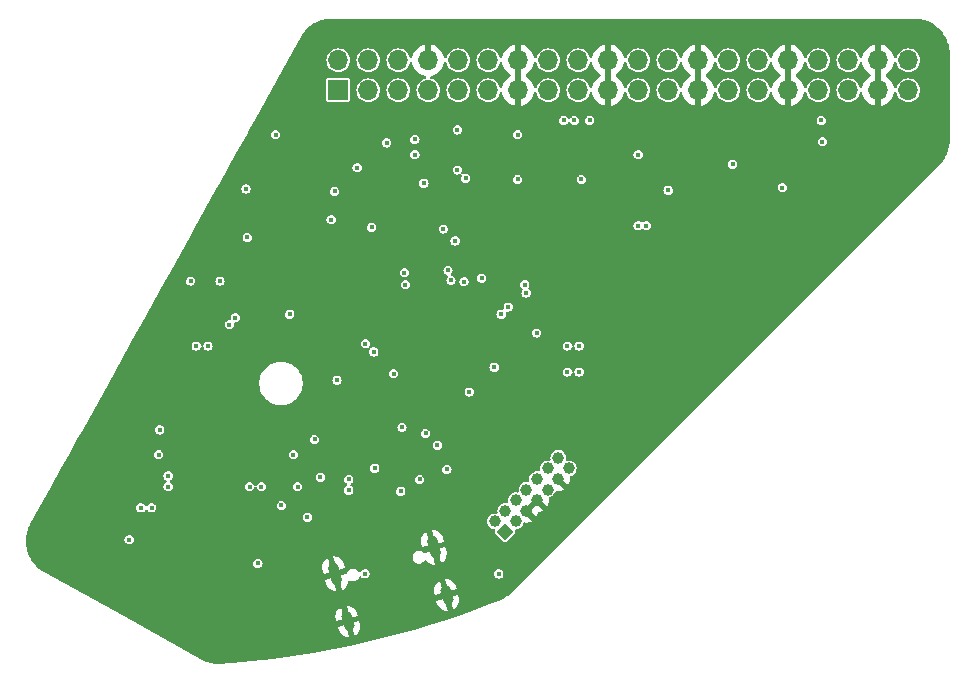
<source format=gbr>
%TF.GenerationSoftware,KiCad,Pcbnew,8.0.0*%
%TF.CreationDate,2024-03-25T03:31:52+00:00*%
%TF.ProjectId,main_PCB_v2,6d61696e-5f50-4434-925f-76322e6b6963,rev?*%
%TF.SameCoordinates,Original*%
%TF.FileFunction,Copper,L2,Inr*%
%TF.FilePolarity,Positive*%
%FSLAX46Y46*%
G04 Gerber Fmt 4.6, Leading zero omitted, Abs format (unit mm)*
G04 Created by KiCad (PCBNEW 8.0.0) date 2024-03-25 03:31:52*
%MOMM*%
%LPD*%
G01*
G04 APERTURE LIST*
G04 Aperture macros list*
%AMHorizOval*
0 Thick line with rounded ends*
0 $1 width*
0 $2 $3 position (X,Y) of the first rounded end (center of the circle)*
0 $4 $5 position (X,Y) of the second rounded end (center of the circle)*
0 Add line between two ends*
20,1,$1,$2,$3,$4,$5,0*
0 Add two circle primitives to create the rounded ends*
1,1,$1,$2,$3*
1,1,$1,$4,$5*%
%AMRotRect*
0 Rectangle, with rotation*
0 The origin of the aperture is its center*
0 $1 length*
0 $2 width*
0 $3 Rotation angle, in degrees counterclockwise*
0 Add horizontal line*
21,1,$1,$2,0,0,$3*%
G04 Aperture macros list end*
%TA.AperFunction,ComponentPad*%
%ADD10HorizOval,0.900000X-0.142350X0.531259X0.142350X-0.531259X0*%
%TD*%
%TA.AperFunction,ComponentPad*%
%ADD11HorizOval,0.900000X-0.103528X0.386370X0.103528X-0.386370X0*%
%TD*%
%TA.AperFunction,ComponentPad*%
%ADD12R,1.700000X1.700000*%
%TD*%
%TA.AperFunction,ComponentPad*%
%ADD13O,1.700000X1.700000*%
%TD*%
%TA.AperFunction,ComponentPad*%
%ADD14RotRect,1.000000X1.000000X135.000000*%
%TD*%
%TA.AperFunction,ComponentPad*%
%ADD15HorizOval,1.000000X0.000000X0.000000X0.000000X0.000000X0*%
%TD*%
%TA.AperFunction,ViaPad*%
%ADD16C,0.450000*%
%TD*%
G04 APERTURE END LIST*
D10*
%TO.N,GND*%
%TO.C,J108*%
X139743095Y-123491482D03*
X148098354Y-121252697D03*
D11*
X140822371Y-127519392D03*
X149177629Y-125280608D03*
%TD*%
D12*
%TO.N,/NRF24_IRQ*%
%TO.C,J112*%
X140000001Y-82540001D03*
D13*
%TO.N,/SPI3_MISO*%
X140000001Y-80000001D03*
%TO.N,/SPI3_MOSI*%
X142540001Y-82540001D03*
%TO.N,/SPI3_SCK*%
X142540001Y-80000001D03*
%TO.N,/SPI3_CS*%
X145080001Y-82540001D03*
%TO.N,/NRF24_CE*%
X145080001Y-80000001D03*
%TO.N,+3.3V*%
X147620001Y-82540001D03*
%TO.N,GND*%
X147620001Y-80000002D03*
%TO.N,/NRF24_MODE*%
X150160000Y-82540001D03*
%TO.N,/UART8_TX*%
X150160001Y-80000001D03*
%TO.N,/GPIO1*%
X152700001Y-82540001D03*
%TO.N,/UART8_RX*%
X152700001Y-80000001D03*
%TO.N,GND*%
X155240001Y-82540001D03*
X155240001Y-80000001D03*
%TO.N,/I2C4_SCL*%
X157780001Y-82540001D03*
%TO.N,/GPIO2*%
X157780001Y-80000001D03*
%TO.N,/I2C4_SDA*%
X160320001Y-82540001D03*
%TO.N,/GPIO3*%
X160320001Y-80000001D03*
%TO.N,GND*%
X162860001Y-82540001D03*
X162860001Y-80000001D03*
%TO.N,/MOTOR_PH*%
X165400001Y-82540001D03*
%TO.N,/CAN2_H*%
X165400001Y-80000001D03*
%TO.N,/MOTOR_EN*%
X167940001Y-82540001D03*
%TO.N,/CAN2_L*%
X167940001Y-80000001D03*
%TO.N,GND*%
X170480001Y-82540001D03*
X170480001Y-80000001D03*
%TO.N,/ENC_A*%
X173020001Y-82540001D03*
%TO.N,/~{SLEEP}*%
X173020001Y-80000001D03*
%TO.N,/ENC_B*%
X175560001Y-82540001D03*
%TO.N,/TRIG*%
X175560001Y-80000001D03*
%TO.N,GND*%
X178100001Y-82540001D03*
X178100001Y-80000001D03*
%TO.N,+3.3V*%
X180640001Y-82540001D03*
X180640001Y-80000001D03*
%TO.N,+12V*%
X183180001Y-82540001D03*
%TO.N,+5V*%
X183180001Y-80000001D03*
%TO.N,GND*%
X185720001Y-82540001D03*
X185720001Y-80000001D03*
%TO.N,/ISYS_ADC*%
X188260001Y-82540001D03*
%TO.N,VSYS*%
X188260001Y-80000001D03*
%TD*%
D14*
%TO.N,unconnected-(J110-NC-Pad1)*%
%TO.C,J110*%
X154137258Y-119946625D03*
D15*
%TO.N,unconnected-(J110-NC-Pad2)*%
X153239232Y-119048599D03*
%TO.N,+3.3V*%
X155035284Y-119048599D03*
%TO.N,/SWDIO*%
X154137258Y-118150574D03*
%TO.N,GND*%
X155933309Y-118150574D03*
%TO.N,/SWCLK*%
X155035284Y-117252548D03*
%TO.N,GND*%
X156831335Y-117252548D03*
%TO.N,unconnected-(J110-JTDO{slash}SWO-Pad8)*%
X155933309Y-116354523D03*
%TO.N,unconnected-(J110-JRCLK{slash}NC-Pad9)*%
X157729360Y-116354523D03*
%TO.N,unconnected-(J110-JTDI{slash}NC-Pad10)*%
X156831335Y-115456497D03*
%TO.N,GND*%
X158627386Y-115456497D03*
%TO.N,/NRST*%
X157729360Y-114558471D03*
%TO.N,/USART1_RX*%
X159525412Y-114558471D03*
%TO.N,/USART1_TX*%
X158627386Y-113660446D03*
%TD*%
D16*
%TO.N,GND*%
X135900000Y-100617355D03*
X149700000Y-94500000D03*
X151400000Y-115500001D03*
X132200000Y-122600001D03*
X165608040Y-112508220D03*
X159100000Y-96700000D03*
X137100001Y-96300001D03*
X159500001Y-99900000D03*
X145500000Y-97100000D03*
X144400000Y-111500000D03*
X169100000Y-109000000D03*
X147102430Y-119504605D03*
X140300000Y-90400000D03*
X157600000Y-87600000D03*
X146317375Y-119013969D03*
X132800000Y-117300000D03*
X188200000Y-89900001D03*
X184700000Y-93400000D03*
X123700000Y-115000000D03*
X128600000Y-101500000D03*
X140131800Y-120676732D03*
X129100000Y-98700000D03*
X142300001Y-88500000D03*
X122300000Y-117900001D03*
X126300000Y-126800001D03*
X178600000Y-90800000D03*
X145600001Y-99900001D03*
X179200000Y-85900000D03*
X117900000Y-122000001D03*
X128300000Y-98700000D03*
X138500001Y-94900000D03*
X137800001Y-88900000D03*
X155349927Y-100283884D03*
X135300001Y-93500000D03*
X125200000Y-117900000D03*
X173400000Y-87600000D03*
X160200000Y-94900000D03*
X181800000Y-96300000D03*
X147783884Y-90950075D03*
X164000000Y-89800000D03*
X172000000Y-106200000D03*
X122200000Y-115300001D03*
X143399822Y-93566370D03*
X139666467Y-121503729D03*
X145300001Y-115500001D03*
X175400000Y-102700000D03*
X178300000Y-99800001D03*
%TO.N,+5V*%
X161300000Y-85100000D03*
X173400000Y-88800000D03*
%TO.N,+3.3V*%
X130000000Y-98700000D03*
X145400000Y-111100000D03*
X132200000Y-90900000D03*
X127500000Y-98700000D03*
X134700000Y-86300001D03*
X133200000Y-122600001D03*
X147253554Y-90419745D03*
X153200001Y-106000000D03*
X132500000Y-116100000D03*
X151100001Y-108100000D03*
X132300000Y-95000001D03*
X139700000Y-91100000D03*
X146900000Y-115500000D03*
X135200000Y-117700000D03*
X177600000Y-90800000D03*
X160600001Y-90100000D03*
X141600000Y-89100000D03*
X123300000Y-117900001D03*
X124200000Y-117900001D03*
X135900001Y-101500000D03*
X155915613Y-99718198D03*
X142834136Y-94132054D03*
%TO.N,/NRST*%
X122300000Y-120600000D03*
X148400000Y-112600000D03*
X147400000Y-111600000D03*
X139400000Y-93500000D03*
%TO.N,VBUS*%
X140900000Y-115500000D03*
X142267402Y-123483144D03*
%TO.N,VSYS*%
X153600000Y-123500000D03*
%TO.N,/CAN2_RX*%
X155200000Y-90100000D03*
X148900001Y-94300000D03*
%TO.N,/CAN2_TX*%
X155200001Y-86300000D03*
X149900000Y-95300001D03*
%TO.N,/USB_DP*%
X154400000Y-100900000D03*
X140900000Y-116400000D03*
%TO.N,/USB_DN*%
X143100000Y-114550000D03*
X153800000Y-101500000D03*
%TO.N,/SWDIO*%
X156800000Y-103100000D03*
%TO.N,/USART1_RX*%
X145300001Y-116500001D03*
%TO.N,/SWCLK*%
X149200001Y-114650000D03*
X155800000Y-99000001D03*
%TO.N,/MOTOR_EN*%
X167940000Y-91000000D03*
X160400000Y-106400000D03*
X160400000Y-104200000D03*
X166100000Y-94000001D03*
%TO.N,/MOTOR_PH*%
X165400000Y-94000000D03*
X159400000Y-106400000D03*
X165400000Y-88000000D03*
X159400000Y-104200000D03*
%TO.N,/EEPROM_WC*%
X144700001Y-106549750D03*
X138500000Y-115300000D03*
%TO.N,/SPI3_CS*%
X146500001Y-88000000D03*
%TO.N,/SPI4_CS*%
X124800000Y-113400000D03*
X124900000Y-111300001D03*
%TO.N,/MAG_DRDY*%
X125600001Y-115200000D03*
X139900000Y-107100000D03*
%TO.N,/MAG_INT*%
X143014215Y-104700000D03*
X125600001Y-116100000D03*
%TO.N,/SPI4_MISO*%
X136200000Y-113400000D03*
X138000000Y-112100000D03*
%TO.N,/NRF24_MODE*%
X146500000Y-86700001D03*
%TO.N,/NRF24_CE*%
X144100001Y-87000000D03*
%TO.N,/I2C2_SDA*%
X136563963Y-116100000D03*
X133500000Y-116100000D03*
%TO.N,/SPI1_CS*%
X131281981Y-101800001D03*
X127981981Y-104200001D03*
%TO.N,/SPI1_SCK*%
X128981981Y-104200001D03*
X130781982Y-102400001D03*
%TO.N,/VSYS_ADC*%
X145600000Y-98000000D03*
X180900000Y-85100001D03*
%TO.N,/ISYS_ADC*%
X181000000Y-86900000D03*
X145700000Y-99000000D03*
%TO.N,/BTN*%
X137400000Y-118700000D03*
X142300000Y-104000001D03*
%TO.N,/UART8_RX*%
X150800000Y-90000001D03*
%TO.N,/UART8_TX*%
X150100001Y-85900001D03*
X150100000Y-89300000D03*
%TO.N,/I2C4_SCL*%
X149300001Y-97800001D03*
%TO.N,/I2C4_SDA*%
X149550000Y-98650000D03*
%TO.N,/GPIO3*%
X160000000Y-85100001D03*
X152150000Y-98450000D03*
%TO.N,/GPIO2*%
X150650000Y-98750000D03*
X159100000Y-85100000D03*
%TD*%
%TA.AperFunction,Conductor*%
%TO.N,GND*%
G36*
X155490001Y-82106989D02*
G01*
X155432994Y-82074076D01*
X155305827Y-82040001D01*
X155174175Y-82040001D01*
X155047008Y-82074076D01*
X154990001Y-82106989D01*
X154990001Y-80433013D01*
X155047008Y-80465926D01*
X155174175Y-80500001D01*
X155305827Y-80500001D01*
X155432994Y-80465926D01*
X155490001Y-80433013D01*
X155490001Y-82106989D01*
G37*
%TD.AperFunction*%
%TA.AperFunction,Conductor*%
G36*
X163110001Y-82106989D02*
G01*
X163052994Y-82074076D01*
X162925827Y-82040001D01*
X162794175Y-82040001D01*
X162667008Y-82074076D01*
X162610001Y-82106989D01*
X162610001Y-80433013D01*
X162667008Y-80465926D01*
X162794175Y-80500001D01*
X162925827Y-80500001D01*
X163052994Y-80465926D01*
X163110001Y-80433013D01*
X163110001Y-82106989D01*
G37*
%TD.AperFunction*%
%TA.AperFunction,Conductor*%
G36*
X170730001Y-82106989D02*
G01*
X170672994Y-82074076D01*
X170545827Y-82040001D01*
X170414175Y-82040001D01*
X170287008Y-82074076D01*
X170230001Y-82106989D01*
X170230001Y-80433013D01*
X170287008Y-80465926D01*
X170414175Y-80500001D01*
X170545827Y-80500001D01*
X170672994Y-80465926D01*
X170730001Y-80433013D01*
X170730001Y-82106989D01*
G37*
%TD.AperFunction*%
%TA.AperFunction,Conductor*%
G36*
X178350001Y-82106989D02*
G01*
X178292994Y-82074076D01*
X178165827Y-82040001D01*
X178034175Y-82040001D01*
X177907008Y-82074076D01*
X177850001Y-82106989D01*
X177850001Y-80433013D01*
X177907008Y-80465926D01*
X178034175Y-80500001D01*
X178165827Y-80500001D01*
X178292994Y-80465926D01*
X178350001Y-80433013D01*
X178350001Y-82106989D01*
G37*
%TD.AperFunction*%
%TA.AperFunction,Conductor*%
G36*
X185970001Y-82106989D02*
G01*
X185912994Y-82074076D01*
X185785827Y-82040001D01*
X185654175Y-82040001D01*
X185527008Y-82074076D01*
X185470001Y-82106989D01*
X185470001Y-80433013D01*
X185527008Y-80465926D01*
X185654175Y-80500001D01*
X185785827Y-80500001D01*
X185912994Y-80465926D01*
X185970001Y-80433013D01*
X185970001Y-82106989D01*
G37*
%TD.AperFunction*%
%TA.AperFunction,Conductor*%
G36*
X188785876Y-76474955D02*
G01*
X188947898Y-76477121D01*
X188960153Y-76477895D01*
X189282938Y-76514408D01*
X189296689Y-76516754D01*
X189612516Y-76589127D01*
X189625896Y-76592997D01*
X189931597Y-76700408D01*
X189944474Y-76705764D01*
X190236151Y-76846844D01*
X190248354Y-76853619D01*
X190522322Y-77026581D01*
X190533686Y-77034685D01*
X190786482Y-77237343D01*
X190796864Y-77246673D01*
X191025282Y-77476457D01*
X191034550Y-77486894D01*
X191235697Y-77740893D01*
X191243724Y-77752292D01*
X191415056Y-78027295D01*
X191421758Y-78039539D01*
X191561095Y-78332048D01*
X191566379Y-78344967D01*
X191671960Y-78651285D01*
X191675758Y-78664716D01*
X191746243Y-78980951D01*
X191748508Y-78994724D01*
X191783097Y-79317727D01*
X191783798Y-79329973D01*
X191785051Y-79492312D01*
X191785055Y-79493269D01*
X191785055Y-86791918D01*
X191785043Y-86793655D01*
X191782788Y-86954644D01*
X191782024Y-86966755D01*
X191745974Y-87287537D01*
X191743657Y-87301212D01*
X191672199Y-87615122D01*
X191668369Y-87628453D01*
X191562300Y-87932421D01*
X191557005Y-87945240D01*
X191417657Y-88235452D01*
X191410963Y-88247600D01*
X191240067Y-88520449D01*
X191232059Y-88531773D01*
X191031238Y-88784488D01*
X191023224Y-88793617D01*
X190911292Y-88909171D01*
X190909907Y-88910578D01*
X154805516Y-125014970D01*
X154804082Y-125016382D01*
X154665192Y-125150835D01*
X154654094Y-125160376D01*
X154345889Y-125395196D01*
X154332003Y-125404371D01*
X153995131Y-125595799D01*
X153982000Y-125602267D01*
X153804105Y-125677194D01*
X153801924Y-125678089D01*
X152994444Y-126000258D01*
X152992182Y-126001135D01*
X151362981Y-126614480D01*
X151360375Y-126615428D01*
X149718006Y-127192136D01*
X149715379Y-127193025D01*
X148060590Y-127732839D01*
X148057944Y-127733670D01*
X146391429Y-128236363D01*
X146388765Y-128237134D01*
X144711446Y-128702428D01*
X144708766Y-128703139D01*
X143021464Y-129130806D01*
X143018768Y-129131457D01*
X141322353Y-129521277D01*
X141319644Y-129521868D01*
X139614893Y-129873663D01*
X139612171Y-129874193D01*
X137899990Y-130187774D01*
X137897256Y-130188243D01*
X136178512Y-130463453D01*
X136175769Y-130463861D01*
X134451261Y-130700571D01*
X134448510Y-130700917D01*
X132719186Y-130898998D01*
X132716427Y-130899283D01*
X130982921Y-131058658D01*
X130980501Y-131058857D01*
X130715236Y-131078013D01*
X130113273Y-131121486D01*
X130111219Y-131121617D01*
X129945793Y-131130778D01*
X129933237Y-131130837D01*
X129601075Y-131115553D01*
X129586865Y-131114075D01*
X129259537Y-131060827D01*
X129245591Y-131057725D01*
X128926543Y-130967174D01*
X128913046Y-130962487D01*
X128605736Y-130835508D01*
X128594406Y-130830141D01*
X128533231Y-130797276D01*
X128448263Y-130751630D01*
X128446797Y-130750829D01*
X121878529Y-127101791D01*
X139764756Y-127101791D01*
X139776996Y-127288514D01*
X139776996Y-127288519D01*
X139840036Y-127523787D01*
X140467887Y-127355554D01*
X140597298Y-127838518D01*
X139969446Y-128006750D01*
X140032488Y-128242023D01*
X140115253Y-128409853D01*
X140115256Y-128409858D01*
X140229175Y-128558319D01*
X140229176Y-128558320D01*
X140369865Y-128681701D01*
X140531929Y-128775269D01*
X140531935Y-128775271D01*
X140709128Y-128835420D01*
X140709141Y-128835423D01*
X140894669Y-128859847D01*
X140922240Y-128858040D01*
X140727634Y-128131762D01*
X140741695Y-128145823D01*
X140810103Y-128185318D01*
X140886404Y-128205763D01*
X140965395Y-128205762D01*
X141041695Y-128185318D01*
X141110104Y-128145822D01*
X141165960Y-128089967D01*
X141205455Y-128021558D01*
X141210599Y-128002357D01*
X141405203Y-128728629D01*
X141429992Y-128716406D01*
X141429993Y-128716406D01*
X141578450Y-128602490D01*
X141578457Y-128602483D01*
X141701838Y-128461795D01*
X141795406Y-128299732D01*
X141795408Y-128299726D01*
X141855557Y-128122533D01*
X141855560Y-128122520D01*
X141879985Y-127936992D01*
X141867745Y-127750267D01*
X141804704Y-127514995D01*
X141176853Y-127683227D01*
X141047442Y-127200263D01*
X141675294Y-127032032D01*
X141612254Y-126796762D01*
X141612253Y-126796760D01*
X141529488Y-126628930D01*
X141529485Y-126628925D01*
X141415566Y-126480464D01*
X141415565Y-126480463D01*
X141274876Y-126357082D01*
X141112812Y-126263514D01*
X141112806Y-126263512D01*
X140935613Y-126203363D01*
X140935600Y-126203360D01*
X140750077Y-126178936D01*
X140722500Y-126180743D01*
X140917105Y-126907019D01*
X140903047Y-126892961D01*
X140834639Y-126853466D01*
X140758339Y-126833021D01*
X140679347Y-126833022D01*
X140603047Y-126853467D01*
X140534638Y-126892962D01*
X140478782Y-126948818D01*
X140439287Y-127017226D01*
X140434141Y-127036429D01*
X140239537Y-126310152D01*
X140214750Y-126322376D01*
X140214744Y-126322381D01*
X140066285Y-126436298D01*
X140066284Y-126436299D01*
X139942903Y-126576988D01*
X139849335Y-126739052D01*
X139849333Y-126739058D01*
X139789184Y-126916251D01*
X139789181Y-126916264D01*
X139764756Y-127101791D01*
X121878529Y-127101791D01*
X115106633Y-123339626D01*
X115105128Y-123338776D01*
X114965137Y-123258406D01*
X114954897Y-123251839D01*
X114691373Y-123063983D01*
X114680520Y-123055289D01*
X114440335Y-122839690D01*
X114430524Y-122829836D01*
X114226043Y-122600003D01*
X132804632Y-122600003D01*
X132823981Y-122722173D01*
X132823983Y-122722176D01*
X132880141Y-122832392D01*
X132880143Y-122832394D01*
X132880145Y-122832397D01*
X132967603Y-122919855D01*
X132967605Y-122919856D01*
X132967609Y-122919860D01*
X133077825Y-122976018D01*
X133077827Y-122976019D01*
X133199998Y-122995369D01*
X133200000Y-122995369D01*
X133200002Y-122995369D01*
X133322172Y-122976019D01*
X133322173Y-122976018D01*
X133322175Y-122976018D01*
X133414478Y-122928987D01*
X138646659Y-122928987D01*
X138658898Y-123115721D01*
X138760760Y-123495877D01*
X139388612Y-123327644D01*
X139518021Y-123810608D01*
X138890169Y-123978841D01*
X138992033Y-124359000D01*
X139074798Y-124526830D01*
X139074801Y-124526835D01*
X139188715Y-124675290D01*
X139188722Y-124675297D01*
X139329415Y-124798682D01*
X139491469Y-124892245D01*
X139491479Y-124892249D01*
X139668672Y-124952398D01*
X139668685Y-124952401D01*
X139854213Y-124976825D01*
X139881787Y-124975018D01*
X139851774Y-124863007D01*
X148120014Y-124863007D01*
X148132254Y-125049730D01*
X148132254Y-125049735D01*
X148195294Y-125285003D01*
X148823145Y-125116770D01*
X148952556Y-125599734D01*
X148324704Y-125767966D01*
X148387746Y-126003239D01*
X148470511Y-126171069D01*
X148470514Y-126171074D01*
X148584433Y-126319535D01*
X148584434Y-126319536D01*
X148725123Y-126442917D01*
X148887187Y-126536485D01*
X148887193Y-126536487D01*
X149064386Y-126596636D01*
X149064399Y-126596639D01*
X149249927Y-126621063D01*
X149277498Y-126619256D01*
X149082892Y-125892978D01*
X149096953Y-125907039D01*
X149165361Y-125946534D01*
X149241662Y-125966979D01*
X149320653Y-125966978D01*
X149396953Y-125946534D01*
X149465362Y-125907038D01*
X149521218Y-125851183D01*
X149560713Y-125782774D01*
X149565857Y-125763573D01*
X149760461Y-126489845D01*
X149785250Y-126477622D01*
X149785251Y-126477622D01*
X149933708Y-126363706D01*
X149933715Y-126363699D01*
X150057096Y-126223011D01*
X150150664Y-126060948D01*
X150150666Y-126060942D01*
X150210815Y-125883749D01*
X150210818Y-125883736D01*
X150235243Y-125698208D01*
X150223003Y-125511483D01*
X150159962Y-125276211D01*
X149532111Y-125444443D01*
X149402700Y-124961479D01*
X150030552Y-124793248D01*
X149967512Y-124557978D01*
X149967511Y-124557976D01*
X149884746Y-124390146D01*
X149884743Y-124390141D01*
X149770824Y-124241680D01*
X149770823Y-124241679D01*
X149630134Y-124118298D01*
X149468070Y-124024730D01*
X149468064Y-124024728D01*
X149290871Y-123964579D01*
X149290858Y-123964576D01*
X149105335Y-123940152D01*
X149077758Y-123941959D01*
X149272363Y-124668235D01*
X149258305Y-124654177D01*
X149189897Y-124614682D01*
X149113597Y-124594237D01*
X149034605Y-124594238D01*
X148958305Y-124614683D01*
X148889896Y-124654178D01*
X148834040Y-124710034D01*
X148794545Y-124778442D01*
X148789399Y-124797645D01*
X148594795Y-124071368D01*
X148570008Y-124083592D01*
X148570002Y-124083597D01*
X148421543Y-124197514D01*
X148421542Y-124197515D01*
X148298161Y-124338204D01*
X148204593Y-124500268D01*
X148204591Y-124500274D01*
X148144442Y-124677467D01*
X148144439Y-124677480D01*
X148120014Y-124863007D01*
X139851774Y-124863007D01*
X139687182Y-124248742D01*
X139701240Y-124262801D01*
X139769648Y-124302296D01*
X139845949Y-124322741D01*
X139924940Y-124322741D01*
X140001241Y-124302296D01*
X140069649Y-124262801D01*
X140125505Y-124206945D01*
X140165001Y-124138537D01*
X140170146Y-124119333D01*
X140364751Y-124845607D01*
X140389538Y-124833384D01*
X140537999Y-124719467D01*
X140661382Y-124578775D01*
X140661386Y-124578769D01*
X140754949Y-124416715D01*
X140754953Y-124416705D01*
X140815102Y-124239513D01*
X140815105Y-124239500D01*
X140824720Y-124166462D01*
X140852985Y-124102565D01*
X140911309Y-124064093D01*
X140981174Y-124063261D01*
X141009657Y-124075258D01*
X141047395Y-124097046D01*
X141184862Y-124133880D01*
X141184864Y-124133880D01*
X141327176Y-124133880D01*
X141327178Y-124133880D01*
X141464645Y-124097046D01*
X141587895Y-124025888D01*
X141688528Y-123925255D01*
X141759686Y-123802005D01*
X141762069Y-123793108D01*
X141798428Y-123733450D01*
X141861273Y-123702917D01*
X141930649Y-123711208D01*
X141969525Y-123737518D01*
X142035005Y-123802998D01*
X142035007Y-123802999D01*
X142035011Y-123803003D01*
X142145227Y-123859161D01*
X142145229Y-123859162D01*
X142267400Y-123878512D01*
X142267402Y-123878512D01*
X142267404Y-123878512D01*
X142389574Y-123859162D01*
X142389575Y-123859161D01*
X142389577Y-123859161D01*
X142499793Y-123803003D01*
X142587261Y-123715535D01*
X142643419Y-123605319D01*
X142643419Y-123605317D01*
X142643420Y-123605316D01*
X142660100Y-123500002D01*
X153204632Y-123500002D01*
X153223981Y-123622172D01*
X153223983Y-123622175D01*
X153280141Y-123732391D01*
X153280143Y-123732393D01*
X153280145Y-123732396D01*
X153367603Y-123819854D01*
X153367605Y-123819855D01*
X153367609Y-123819859D01*
X153477825Y-123876017D01*
X153477827Y-123876018D01*
X153599998Y-123895368D01*
X153600000Y-123895368D01*
X153600002Y-123895368D01*
X153722172Y-123876018D01*
X153722173Y-123876017D01*
X153722175Y-123876017D01*
X153832391Y-123819859D01*
X153919859Y-123732391D01*
X153976017Y-123622175D01*
X153976017Y-123622173D01*
X153976018Y-123622172D01*
X153995368Y-123500002D01*
X153995368Y-123499997D01*
X153976018Y-123377827D01*
X153967428Y-123360969D01*
X153919859Y-123267609D01*
X153919855Y-123267605D01*
X153919854Y-123267603D01*
X153832396Y-123180145D01*
X153832393Y-123180143D01*
X153832391Y-123180141D01*
X153757484Y-123141974D01*
X153722172Y-123123981D01*
X153600002Y-123104632D01*
X153599998Y-123104632D01*
X153477827Y-123123981D01*
X153405432Y-123160869D01*
X153367609Y-123180141D01*
X153367608Y-123180142D01*
X153367603Y-123180145D01*
X153280145Y-123267603D01*
X153280142Y-123267608D01*
X153223981Y-123377827D01*
X153204632Y-123499997D01*
X153204632Y-123500002D01*
X142660100Y-123500002D01*
X142662770Y-123483146D01*
X142662770Y-123483141D01*
X142643420Y-123360971D01*
X142630870Y-123336340D01*
X142587261Y-123250753D01*
X142587257Y-123250749D01*
X142587256Y-123250747D01*
X142499798Y-123163289D01*
X142499795Y-123163287D01*
X142499793Y-123163285D01*
X142406444Y-123115721D01*
X142389574Y-123107125D01*
X142267404Y-123087776D01*
X142267400Y-123087776D01*
X142145229Y-123107125D01*
X142071749Y-123144565D01*
X142035011Y-123163285D01*
X142035010Y-123163286D01*
X142035005Y-123163289D01*
X141947547Y-123250747D01*
X141947543Y-123250752D01*
X141926888Y-123291290D01*
X141878913Y-123342085D01*
X141811091Y-123358879D01*
X141744957Y-123336340D01*
X141709016Y-123296992D01*
X141692052Y-123267609D01*
X141688528Y-123261505D01*
X141587895Y-123160872D01*
X141587894Y-123160871D01*
X141587891Y-123160869D01*
X141464647Y-123089715D01*
X141464646Y-123089714D01*
X141464645Y-123089714D01*
X141327178Y-123052880D01*
X141184862Y-123052880D01*
X141047395Y-123089714D01*
X141047392Y-123089715D01*
X140924148Y-123160869D01*
X140924143Y-123160873D01*
X140823513Y-123261503D01*
X140823509Y-123261508D01*
X140752355Y-123384752D01*
X140752353Y-123384756D01*
X140743424Y-123418079D01*
X140707057Y-123477738D01*
X140655744Y-123505757D01*
X140097577Y-123655317D01*
X139968168Y-123172352D01*
X140596018Y-123004121D01*
X140494156Y-122623963D01*
X140494156Y-122623962D01*
X140411393Y-122456136D01*
X140411390Y-122456131D01*
X140297473Y-122307670D01*
X140156779Y-122184284D01*
X140129551Y-122168564D01*
X146298572Y-122168564D01*
X146328470Y-122280143D01*
X146335406Y-122306030D01*
X146335407Y-122306033D01*
X146406561Y-122429277D01*
X146406563Y-122429280D01*
X146406564Y-122429281D01*
X146507197Y-122529914D01*
X146630447Y-122601072D01*
X146767914Y-122637906D01*
X146767916Y-122637906D01*
X146910228Y-122637906D01*
X146910230Y-122637906D01*
X147047697Y-122601072D01*
X147170947Y-122529914D01*
X147271580Y-122429281D01*
X147293365Y-122391548D01*
X147343930Y-122343332D01*
X147412537Y-122330108D01*
X147477402Y-122356075D01*
X147499127Y-122378060D01*
X147543974Y-122436504D01*
X147543981Y-122436512D01*
X147684674Y-122559897D01*
X147846728Y-122653460D01*
X147846738Y-122653464D01*
X148023931Y-122713613D01*
X148023944Y-122713616D01*
X148209472Y-122738040D01*
X148237046Y-122736233D01*
X148042441Y-122009957D01*
X148056499Y-122024016D01*
X148124907Y-122063511D01*
X148201208Y-122083956D01*
X148280199Y-122083956D01*
X148356500Y-122063511D01*
X148424908Y-122024016D01*
X148480764Y-121968160D01*
X148520260Y-121899752D01*
X148525405Y-121880548D01*
X148720010Y-122606822D01*
X148744797Y-122594599D01*
X148893258Y-122480682D01*
X149016641Y-122339990D01*
X149016645Y-122339984D01*
X149110208Y-122177930D01*
X149110212Y-122177920D01*
X149170361Y-122000728D01*
X149170364Y-122000715D01*
X149194788Y-121815191D01*
X149182549Y-121628458D01*
X149080686Y-121248300D01*
X148452836Y-121416532D01*
X148323427Y-120933567D01*
X148951277Y-120765336D01*
X148849415Y-120385178D01*
X148849415Y-120385177D01*
X148766652Y-120217351D01*
X148766649Y-120217346D01*
X148652732Y-120068885D01*
X148512038Y-119945499D01*
X148349975Y-119851931D01*
X148349972Y-119851930D01*
X148172773Y-119791779D01*
X148172763Y-119791776D01*
X147987239Y-119767352D01*
X147959660Y-119769159D01*
X148154264Y-120495433D01*
X148140209Y-120481378D01*
X148071800Y-120441882D01*
X147995500Y-120421437D01*
X147916509Y-120421438D01*
X147840208Y-120441882D01*
X147771799Y-120481378D01*
X147715944Y-120537233D01*
X147676448Y-120605642D01*
X147671301Y-120624847D01*
X147476696Y-119898568D01*
X147451914Y-119910790D01*
X147303451Y-120024709D01*
X147180065Y-120165403D01*
X147086497Y-120327466D01*
X147086496Y-120327469D01*
X147026345Y-120504668D01*
X147026342Y-120504678D01*
X147001918Y-120690202D01*
X147014157Y-120876936D01*
X147116019Y-121257092D01*
X147743871Y-121088859D01*
X147873280Y-121571823D01*
X147315113Y-121721384D01*
X147245264Y-121719721D01*
X147195339Y-121689290D01*
X147170948Y-121664899D01*
X147170943Y-121664895D01*
X147047699Y-121593741D01*
X147047698Y-121593740D01*
X147047697Y-121593740D01*
X146910230Y-121556906D01*
X146767914Y-121556906D01*
X146630447Y-121593740D01*
X146630444Y-121593741D01*
X146507200Y-121664895D01*
X146507195Y-121664899D01*
X146406565Y-121765529D01*
X146406561Y-121765534D01*
X146335407Y-121888778D01*
X146335406Y-121888781D01*
X146298572Y-122026248D01*
X146298572Y-122168564D01*
X140129551Y-122168564D01*
X139994716Y-122090716D01*
X139994713Y-122090715D01*
X139817514Y-122030564D01*
X139817504Y-122030561D01*
X139631980Y-122006137D01*
X139604401Y-122007944D01*
X139799005Y-122734218D01*
X139784950Y-122720163D01*
X139716541Y-122680667D01*
X139640241Y-122660222D01*
X139561250Y-122660223D01*
X139484949Y-122680667D01*
X139416540Y-122720163D01*
X139360685Y-122776018D01*
X139321189Y-122844427D01*
X139316042Y-122863632D01*
X139121437Y-122137353D01*
X139096655Y-122149575D01*
X138948192Y-122263494D01*
X138824806Y-122404188D01*
X138731238Y-122566251D01*
X138731237Y-122566254D01*
X138671086Y-122743453D01*
X138671083Y-122743463D01*
X138646659Y-122928987D01*
X133414478Y-122928987D01*
X133432391Y-122919860D01*
X133519859Y-122832392D01*
X133576017Y-122722176D01*
X133576017Y-122722174D01*
X133576018Y-122722173D01*
X133595368Y-122600003D01*
X133595368Y-122599998D01*
X133576018Y-122477828D01*
X133554962Y-122436504D01*
X133519859Y-122367610D01*
X133519855Y-122367606D01*
X133519854Y-122367604D01*
X133432396Y-122280146D01*
X133432393Y-122280144D01*
X133432391Y-122280142D01*
X133357484Y-122241975D01*
X133322172Y-122223982D01*
X133200002Y-122204633D01*
X133199998Y-122204633D01*
X133077827Y-122223982D01*
X133004347Y-122261422D01*
X132967609Y-122280142D01*
X132967608Y-122280143D01*
X132967603Y-122280146D01*
X132880145Y-122367604D01*
X132880142Y-122367609D01*
X132880141Y-122367610D01*
X132861504Y-122404188D01*
X132823981Y-122477828D01*
X132804632Y-122599998D01*
X132804632Y-122600003D01*
X114226043Y-122600003D01*
X114215985Y-122588698D01*
X114207339Y-122577807D01*
X114194690Y-122559897D01*
X114021145Y-122314161D01*
X114013775Y-122302373D01*
X113992399Y-122263494D01*
X113858274Y-122019542D01*
X113852271Y-122007005D01*
X113849682Y-122000715D01*
X113729413Y-121708538D01*
X113724853Y-121695414D01*
X113723103Y-121689290D01*
X113672800Y-121513222D01*
X113636186Y-121385068D01*
X113633122Y-121371505D01*
X113579761Y-121053198D01*
X113578234Y-121039377D01*
X113571786Y-120919854D01*
X113560846Y-120717063D01*
X113560876Y-120703192D01*
X113566899Y-120600002D01*
X121904632Y-120600002D01*
X121923981Y-120722172D01*
X121923983Y-120722175D01*
X121980141Y-120832391D01*
X121980143Y-120832393D01*
X121980145Y-120832396D01*
X122067603Y-120919854D01*
X122067605Y-120919855D01*
X122067609Y-120919859D01*
X122177825Y-120976017D01*
X122177827Y-120976018D01*
X122299998Y-120995368D01*
X122300000Y-120995368D01*
X122300002Y-120995368D01*
X122422172Y-120976018D01*
X122422173Y-120976017D01*
X122422175Y-120976017D01*
X122532391Y-120919859D01*
X122619859Y-120832391D01*
X122676017Y-120722175D01*
X122676017Y-120722173D01*
X122676018Y-120722172D01*
X122695368Y-120600002D01*
X122695368Y-120599997D01*
X122676018Y-120477827D01*
X122647286Y-120421438D01*
X122619859Y-120367609D01*
X122619855Y-120367605D01*
X122619854Y-120367603D01*
X122532396Y-120280145D01*
X122532393Y-120280143D01*
X122532391Y-120280141D01*
X122457484Y-120241974D01*
X122422172Y-120223981D01*
X122300002Y-120204632D01*
X122299998Y-120204632D01*
X122177827Y-120223981D01*
X122104347Y-120261421D01*
X122067609Y-120280141D01*
X122067608Y-120280142D01*
X122067603Y-120280145D01*
X121980145Y-120367603D01*
X121980142Y-120367608D01*
X121923981Y-120477827D01*
X121904632Y-120599997D01*
X121904632Y-120600002D01*
X113566899Y-120600002D01*
X113579685Y-120380969D01*
X113581272Y-120367157D01*
X113636039Y-120049072D01*
X113639162Y-120035528D01*
X113647929Y-120005349D01*
X113729199Y-119725572D01*
X113733819Y-119712464D01*
X113755147Y-119661295D01*
X113858324Y-119413746D01*
X113863549Y-119402762D01*
X113890223Y-119353122D01*
X113939989Y-119260509D01*
X113940696Y-119259213D01*
X114251369Y-118700002D01*
X137004632Y-118700002D01*
X137023981Y-118822172D01*
X137023983Y-118822175D01*
X137080141Y-118932391D01*
X137080143Y-118932393D01*
X137080145Y-118932396D01*
X137167603Y-119019854D01*
X137167605Y-119019855D01*
X137167609Y-119019859D01*
X137277825Y-119076017D01*
X137277827Y-119076018D01*
X137399998Y-119095368D01*
X137400000Y-119095368D01*
X137400002Y-119095368D01*
X137522172Y-119076018D01*
X137522173Y-119076017D01*
X137522175Y-119076017D01*
X137575986Y-119048599D01*
X152583954Y-119048599D01*
X152602994Y-119205417D01*
X152653735Y-119339208D01*
X152659012Y-119353122D01*
X152748749Y-119483129D01*
X152866992Y-119587882D01*
X152866994Y-119587883D01*
X153006866Y-119661295D01*
X153160246Y-119699099D01*
X153182551Y-119699099D01*
X153249590Y-119718784D01*
X153295345Y-119771588D01*
X153305289Y-119840746D01*
X153291750Y-119876081D01*
X153293057Y-119876623D01*
X153288382Y-119887907D01*
X153276703Y-119946622D01*
X153276703Y-119946627D01*
X153288382Y-120005342D01*
X153288385Y-120005349D01*
X153313250Y-120042563D01*
X153313256Y-120042570D01*
X154041312Y-120770626D01*
X154041318Y-120770631D01*
X154078536Y-120795499D01*
X154078539Y-120795499D01*
X154078540Y-120795500D01*
X154137256Y-120807180D01*
X154137258Y-120807180D01*
X154137260Y-120807180D01*
X154195975Y-120795500D01*
X154195975Y-120795499D01*
X154195980Y-120795499D01*
X154233198Y-120770631D01*
X154961264Y-120042565D01*
X154986132Y-120005347D01*
X154997813Y-119946625D01*
X154997813Y-119946622D01*
X154986133Y-119887907D01*
X154986132Y-119887906D01*
X154986132Y-119887903D01*
X154986130Y-119887900D01*
X154981459Y-119876623D01*
X154983752Y-119875672D01*
X154967985Y-119825305D01*
X154986473Y-119757926D01*
X155038455Y-119711239D01*
X155091965Y-119699099D01*
X155114269Y-119699099D01*
X155267649Y-119661295D01*
X155332986Y-119627003D01*
X155407524Y-119587882D01*
X155525767Y-119483129D01*
X155615504Y-119353122D01*
X155665577Y-119221089D01*
X155707754Y-119165388D01*
X155773351Y-119141331D01*
X155793673Y-119141659D01*
X155933309Y-119155412D01*
X156129341Y-119136105D01*
X156317846Y-119078922D01*
X156441832Y-119012650D01*
X155904756Y-118475574D01*
X155976096Y-118475574D01*
X156058754Y-118453425D01*
X156132863Y-118410638D01*
X156193373Y-118350128D01*
X156236160Y-118276019D01*
X156258309Y-118193361D01*
X156258309Y-118150574D01*
X156286862Y-118150574D01*
X156795385Y-118659097D01*
X156861657Y-118535111D01*
X156918841Y-118346601D01*
X156920029Y-118340633D01*
X156921862Y-118340997D01*
X156944753Y-118284302D01*
X157001785Y-118243940D01*
X157021471Y-118239657D01*
X157021394Y-118239268D01*
X157027362Y-118238080D01*
X157215872Y-118180896D01*
X157339858Y-118114624D01*
X156831335Y-117606101D01*
X156286862Y-118150574D01*
X156258309Y-118150574D01*
X156258309Y-118107787D01*
X156236160Y-118025129D01*
X156193373Y-117951020D01*
X156132863Y-117890510D01*
X156058754Y-117847723D01*
X155976096Y-117825574D01*
X155904756Y-117825574D01*
X156506335Y-117223995D01*
X156506335Y-117295335D01*
X156528484Y-117377993D01*
X156571271Y-117452102D01*
X156631781Y-117512612D01*
X156705890Y-117555399D01*
X156788548Y-117577548D01*
X156874122Y-117577548D01*
X156956780Y-117555399D01*
X157030889Y-117512612D01*
X157091399Y-117452102D01*
X157134186Y-117377993D01*
X157156335Y-117295335D01*
X157156335Y-117223995D01*
X157693411Y-117761071D01*
X157759683Y-117637085D01*
X157816866Y-117448580D01*
X157836173Y-117252548D01*
X157822237Y-117111048D01*
X157835256Y-117042402D01*
X157883321Y-116991692D01*
X157915967Y-116978497D01*
X157961725Y-116967219D01*
X158101600Y-116893806D01*
X158219843Y-116789053D01*
X158309580Y-116659046D01*
X158359653Y-116527013D01*
X158401829Y-116471312D01*
X158467427Y-116447254D01*
X158487749Y-116447582D01*
X158627386Y-116461335D01*
X158823418Y-116442028D01*
X159011923Y-116384845D01*
X159135909Y-116318573D01*
X158598833Y-115781497D01*
X158670173Y-115781497D01*
X158752831Y-115759348D01*
X158826940Y-115716561D01*
X158887450Y-115656051D01*
X158930237Y-115581942D01*
X158952386Y-115499284D01*
X158952386Y-115427944D01*
X159489462Y-115965020D01*
X159555734Y-115841034D01*
X159612917Y-115652529D01*
X159632224Y-115456497D01*
X159618288Y-115314996D01*
X159631307Y-115246350D01*
X159679372Y-115195640D01*
X159712015Y-115182445D01*
X159757777Y-115171167D01*
X159897652Y-115097754D01*
X160015895Y-114993001D01*
X160105632Y-114862994D01*
X160161649Y-114715289D01*
X160180690Y-114558471D01*
X160179662Y-114550000D01*
X160161649Y-114401652D01*
X160134530Y-114330145D01*
X160105632Y-114253948D01*
X160015895Y-114123941D01*
X159897652Y-114019188D01*
X159897650Y-114019187D01*
X159897649Y-114019186D01*
X159757777Y-113945774D01*
X159604398Y-113907971D01*
X159604397Y-113907971D01*
X159446427Y-113907971D01*
X159437982Y-113910052D01*
X159421051Y-113914225D01*
X159351249Y-113911154D01*
X159294188Y-113870832D01*
X159267984Y-113806062D01*
X159268282Y-113778885D01*
X159282664Y-113660446D01*
X159263623Y-113503628D01*
X159207606Y-113355923D01*
X159117869Y-113225916D01*
X158999626Y-113121163D01*
X158999624Y-113121162D01*
X158999623Y-113121161D01*
X158859751Y-113047749D01*
X158706372Y-113009946D01*
X158706371Y-113009946D01*
X158548401Y-113009946D01*
X158548400Y-113009946D01*
X158395020Y-113047749D01*
X158255148Y-113121161D01*
X158136902Y-113225917D01*
X158047167Y-113355921D01*
X158047166Y-113355922D01*
X157991148Y-113503627D01*
X157972108Y-113660445D01*
X157972108Y-113660446D01*
X157986488Y-113778881D01*
X157975027Y-113847804D01*
X157928123Y-113899590D01*
X157860667Y-113917797D01*
X157833719Y-113914224D01*
X157808348Y-113907971D01*
X157808345Y-113907971D01*
X157650375Y-113907971D01*
X157650374Y-113907971D01*
X157496994Y-113945774D01*
X157357122Y-114019186D01*
X157238876Y-114123942D01*
X157149141Y-114253946D01*
X157149140Y-114253947D01*
X157093122Y-114401652D01*
X157074082Y-114558470D01*
X157074082Y-114558471D01*
X157088462Y-114676907D01*
X157077001Y-114745830D01*
X157030097Y-114797616D01*
X156962641Y-114815823D01*
X156935693Y-114812250D01*
X156910323Y-114805997D01*
X156910320Y-114805997D01*
X156752350Y-114805997D01*
X156752349Y-114805997D01*
X156598969Y-114843800D01*
X156459097Y-114917212D01*
X156340851Y-115021968D01*
X156251116Y-115151972D01*
X156251115Y-115151973D01*
X156195097Y-115299678D01*
X156176057Y-115456496D01*
X156176057Y-115456497D01*
X156190437Y-115574933D01*
X156178976Y-115643856D01*
X156132072Y-115695642D01*
X156064616Y-115713849D01*
X156037668Y-115710276D01*
X156012297Y-115704023D01*
X156012294Y-115704023D01*
X155854324Y-115704023D01*
X155854323Y-115704023D01*
X155700943Y-115741826D01*
X155561071Y-115815238D01*
X155442825Y-115919994D01*
X155353090Y-116049998D01*
X155353089Y-116049999D01*
X155297071Y-116197704D01*
X155278031Y-116354522D01*
X155278031Y-116354523D01*
X155292411Y-116472958D01*
X155280950Y-116541881D01*
X155234046Y-116593667D01*
X155166590Y-116611874D01*
X155139642Y-116608301D01*
X155114272Y-116602048D01*
X155114269Y-116602048D01*
X154956299Y-116602048D01*
X154956298Y-116602048D01*
X154802918Y-116639851D01*
X154663046Y-116713263D01*
X154544800Y-116818019D01*
X154455065Y-116948023D01*
X154455064Y-116948024D01*
X154399046Y-117095729D01*
X154380006Y-117252547D01*
X154380006Y-117252548D01*
X154394386Y-117370984D01*
X154382925Y-117439907D01*
X154336021Y-117491693D01*
X154268565Y-117509900D01*
X154241617Y-117506327D01*
X154216246Y-117500074D01*
X154216243Y-117500074D01*
X154058273Y-117500074D01*
X154058272Y-117500074D01*
X153904892Y-117537877D01*
X153765020Y-117611289D01*
X153646774Y-117716045D01*
X153557039Y-117846049D01*
X153557038Y-117846050D01*
X153501020Y-117993755D01*
X153481980Y-118150573D01*
X153481980Y-118150574D01*
X153496360Y-118269009D01*
X153484899Y-118337932D01*
X153437995Y-118389718D01*
X153370539Y-118407925D01*
X153343591Y-118404352D01*
X153318220Y-118398099D01*
X153318217Y-118398099D01*
X153160247Y-118398099D01*
X153160246Y-118398099D01*
X153006866Y-118435902D01*
X152866994Y-118509314D01*
X152748748Y-118614070D01*
X152659013Y-118744074D01*
X152659012Y-118744075D01*
X152602994Y-118891780D01*
X152583954Y-119048598D01*
X152583954Y-119048599D01*
X137575986Y-119048599D01*
X137632391Y-119019859D01*
X137719859Y-118932391D01*
X137776017Y-118822175D01*
X137776017Y-118822173D01*
X137776018Y-118822172D01*
X137795368Y-118700002D01*
X137795368Y-118699997D01*
X137776018Y-118577827D01*
X137776017Y-118577825D01*
X137719859Y-118467609D01*
X137719855Y-118467605D01*
X137719854Y-118467603D01*
X137632396Y-118380145D01*
X137632393Y-118380143D01*
X137632391Y-118380141D01*
X137554852Y-118340633D01*
X137522172Y-118323981D01*
X137400002Y-118304632D01*
X137399998Y-118304632D01*
X137277827Y-118323981D01*
X137204347Y-118361421D01*
X137167609Y-118380141D01*
X137167608Y-118380142D01*
X137167603Y-118380145D01*
X137080145Y-118467603D01*
X137080142Y-118467608D01*
X137023981Y-118577827D01*
X137004632Y-118699997D01*
X137004632Y-118700002D01*
X114251369Y-118700002D01*
X114695813Y-117900003D01*
X122904632Y-117900003D01*
X122923981Y-118022173D01*
X122937528Y-118048759D01*
X122980141Y-118132392D01*
X122980143Y-118132394D01*
X122980145Y-118132397D01*
X123067603Y-118219855D01*
X123067605Y-118219856D01*
X123067609Y-118219860D01*
X123164069Y-118269009D01*
X123177827Y-118276019D01*
X123299998Y-118295369D01*
X123300000Y-118295369D01*
X123300002Y-118295369D01*
X123422172Y-118276019D01*
X123422173Y-118276018D01*
X123422175Y-118276018D01*
X123532391Y-118219860D01*
X123619859Y-118132392D01*
X123639516Y-118093812D01*
X123687489Y-118043018D01*
X123755310Y-118026222D01*
X123821445Y-118048759D01*
X123860483Y-118093812D01*
X123867604Y-118107787D01*
X123880140Y-118132390D01*
X123880145Y-118132397D01*
X123967603Y-118219855D01*
X123967605Y-118219856D01*
X123967609Y-118219860D01*
X124064069Y-118269009D01*
X124077827Y-118276019D01*
X124199998Y-118295369D01*
X124200000Y-118295369D01*
X124200002Y-118295369D01*
X124322172Y-118276019D01*
X124322173Y-118276018D01*
X124322175Y-118276018D01*
X124432391Y-118219860D01*
X124519859Y-118132392D01*
X124576017Y-118022176D01*
X124576017Y-118022174D01*
X124576018Y-118022173D01*
X124595368Y-117900003D01*
X124595368Y-117899998D01*
X124576018Y-117777828D01*
X124562471Y-117751241D01*
X124536364Y-117700002D01*
X134804632Y-117700002D01*
X134823981Y-117822172D01*
X134836147Y-117846049D01*
X134880141Y-117932391D01*
X134880143Y-117932393D01*
X134880145Y-117932396D01*
X134967603Y-118019854D01*
X134967605Y-118019855D01*
X134967609Y-118019859D01*
X135052068Y-118062893D01*
X135077827Y-118076018D01*
X135199998Y-118095368D01*
X135200000Y-118095368D01*
X135200002Y-118095368D01*
X135322172Y-118076018D01*
X135322173Y-118076017D01*
X135322175Y-118076017D01*
X135432391Y-118019859D01*
X135519859Y-117932391D01*
X135576017Y-117822175D01*
X135576017Y-117822173D01*
X135576018Y-117822172D01*
X135595368Y-117700002D01*
X135595368Y-117699997D01*
X135576018Y-117577827D01*
X135564590Y-117555399D01*
X135519859Y-117467609D01*
X135519855Y-117467605D01*
X135519854Y-117467603D01*
X135432396Y-117380145D01*
X135432393Y-117380143D01*
X135432391Y-117380141D01*
X135357484Y-117341974D01*
X135322172Y-117323981D01*
X135200002Y-117304632D01*
X135199998Y-117304632D01*
X135077827Y-117323981D01*
X135004347Y-117361421D01*
X134967609Y-117380141D01*
X134967608Y-117380142D01*
X134967603Y-117380145D01*
X134880145Y-117467603D01*
X134880142Y-117467608D01*
X134823981Y-117577827D01*
X134804632Y-117699997D01*
X134804632Y-117700002D01*
X124536364Y-117700002D01*
X124519859Y-117667610D01*
X124519855Y-117667606D01*
X124519854Y-117667604D01*
X124432396Y-117580146D01*
X124432393Y-117580144D01*
X124432391Y-117580142D01*
X124357484Y-117541975D01*
X124322172Y-117523982D01*
X124200002Y-117504633D01*
X124199998Y-117504633D01*
X124077827Y-117523982D01*
X124012888Y-117557071D01*
X123967609Y-117580142D01*
X123967608Y-117580143D01*
X123967603Y-117580146D01*
X123880145Y-117667604D01*
X123880142Y-117667609D01*
X123880141Y-117667610D01*
X123860483Y-117706189D01*
X123812510Y-117756984D01*
X123744689Y-117773779D01*
X123678554Y-117751241D01*
X123639516Y-117706189D01*
X123619859Y-117667610D01*
X123619855Y-117667606D01*
X123619854Y-117667604D01*
X123532396Y-117580146D01*
X123532393Y-117580144D01*
X123532391Y-117580142D01*
X123457484Y-117541975D01*
X123422172Y-117523982D01*
X123300002Y-117504633D01*
X123299998Y-117504633D01*
X123177827Y-117523982D01*
X123112888Y-117557071D01*
X123067609Y-117580142D01*
X123067608Y-117580143D01*
X123067603Y-117580146D01*
X122980145Y-117667604D01*
X122980142Y-117667609D01*
X122923981Y-117777828D01*
X122904632Y-117899998D01*
X122904632Y-117900003D01*
X114695813Y-117900003D01*
X115695813Y-116100002D01*
X125204633Y-116100002D01*
X125223982Y-116222172D01*
X125223984Y-116222175D01*
X125280142Y-116332391D01*
X125280144Y-116332393D01*
X125280146Y-116332396D01*
X125367604Y-116419854D01*
X125367606Y-116419855D01*
X125367610Y-116419859D01*
X125477826Y-116476017D01*
X125477828Y-116476018D01*
X125599999Y-116495368D01*
X125600001Y-116495368D01*
X125600003Y-116495368D01*
X125722173Y-116476018D01*
X125722174Y-116476017D01*
X125722176Y-116476017D01*
X125832392Y-116419859D01*
X125919860Y-116332391D01*
X125976018Y-116222175D01*
X125976018Y-116222173D01*
X125976019Y-116222172D01*
X125995369Y-116100002D01*
X132104632Y-116100002D01*
X132123981Y-116222172D01*
X132123983Y-116222175D01*
X132180141Y-116332391D01*
X132180143Y-116332393D01*
X132180145Y-116332396D01*
X132267603Y-116419854D01*
X132267605Y-116419855D01*
X132267609Y-116419859D01*
X132377825Y-116476017D01*
X132377827Y-116476018D01*
X132499998Y-116495368D01*
X132500000Y-116495368D01*
X132500002Y-116495368D01*
X132622172Y-116476018D01*
X132622173Y-116476017D01*
X132622175Y-116476017D01*
X132732391Y-116419859D01*
X132819859Y-116332391D01*
X132876017Y-116222175D01*
X132876017Y-116222173D01*
X132876018Y-116222172D01*
X132876018Y-116222171D01*
X132877527Y-116212646D01*
X132907456Y-116149511D01*
X132966767Y-116112579D01*
X133036630Y-116113577D01*
X133094863Y-116152186D01*
X133122473Y-116212646D01*
X133123981Y-116222171D01*
X133123981Y-116222172D01*
X133123983Y-116222175D01*
X133180141Y-116332391D01*
X133180143Y-116332393D01*
X133180145Y-116332396D01*
X133267603Y-116419854D01*
X133267605Y-116419855D01*
X133267609Y-116419859D01*
X133377825Y-116476017D01*
X133377827Y-116476018D01*
X133499998Y-116495368D01*
X133500000Y-116495368D01*
X133500002Y-116495368D01*
X133622172Y-116476018D01*
X133622173Y-116476017D01*
X133622175Y-116476017D01*
X133732391Y-116419859D01*
X133819859Y-116332391D01*
X133876017Y-116222175D01*
X133876017Y-116222173D01*
X133876018Y-116222172D01*
X133895368Y-116100002D01*
X136168595Y-116100002D01*
X136187944Y-116222172D01*
X136187946Y-116222175D01*
X136244104Y-116332391D01*
X136244106Y-116332393D01*
X136244108Y-116332396D01*
X136331566Y-116419854D01*
X136331568Y-116419855D01*
X136331572Y-116419859D01*
X136441788Y-116476017D01*
X136441790Y-116476018D01*
X136563961Y-116495368D01*
X136563963Y-116495368D01*
X136563965Y-116495368D01*
X136686135Y-116476018D01*
X136686136Y-116476017D01*
X136686138Y-116476017D01*
X136796354Y-116419859D01*
X136816211Y-116400002D01*
X140504632Y-116400002D01*
X140523981Y-116522172D01*
X140523983Y-116522175D01*
X140580141Y-116632391D01*
X140580143Y-116632393D01*
X140580145Y-116632396D01*
X140667603Y-116719854D01*
X140667605Y-116719855D01*
X140667609Y-116719859D01*
X140777825Y-116776017D01*
X140777827Y-116776018D01*
X140899998Y-116795368D01*
X140900000Y-116795368D01*
X140900002Y-116795368D01*
X141022172Y-116776018D01*
X141022173Y-116776017D01*
X141022175Y-116776017D01*
X141132391Y-116719859D01*
X141219859Y-116632391D01*
X141276017Y-116522175D01*
X141276017Y-116522173D01*
X141276018Y-116522172D01*
X141279529Y-116500003D01*
X144904633Y-116500003D01*
X144923982Y-116622173D01*
X144929191Y-116632396D01*
X144980142Y-116732392D01*
X144980144Y-116732394D01*
X144980146Y-116732397D01*
X145067604Y-116819855D01*
X145067606Y-116819856D01*
X145067610Y-116819860D01*
X145177826Y-116876018D01*
X145177828Y-116876019D01*
X145299999Y-116895369D01*
X145300001Y-116895369D01*
X145300003Y-116895369D01*
X145422173Y-116876019D01*
X145422174Y-116876018D01*
X145422176Y-116876018D01*
X145532392Y-116819860D01*
X145619860Y-116732392D01*
X145676018Y-116622176D01*
X145676018Y-116622174D01*
X145676019Y-116622173D01*
X145695369Y-116500003D01*
X145695369Y-116499998D01*
X145676019Y-116377828D01*
X145652870Y-116332396D01*
X145619860Y-116267610D01*
X145619856Y-116267606D01*
X145619855Y-116267604D01*
X145532397Y-116180146D01*
X145532394Y-116180144D01*
X145532392Y-116180142D01*
X145457485Y-116141975D01*
X145422173Y-116123982D01*
X145300003Y-116104633D01*
X145299999Y-116104633D01*
X145177828Y-116123982D01*
X145104348Y-116161422D01*
X145067610Y-116180142D01*
X145067609Y-116180143D01*
X145067604Y-116180146D01*
X144980146Y-116267604D01*
X144980143Y-116267609D01*
X144980142Y-116267610D01*
X144961422Y-116304348D01*
X144923982Y-116377828D01*
X144904633Y-116499998D01*
X144904633Y-116500003D01*
X141279529Y-116500003D01*
X141295368Y-116400002D01*
X141295368Y-116399997D01*
X141276018Y-116277827D01*
X141270809Y-116267604D01*
X141219859Y-116167609D01*
X141219855Y-116167605D01*
X141219854Y-116167603D01*
X141132396Y-116080145D01*
X141132392Y-116080142D01*
X141132391Y-116080141D01*
X141093811Y-116060483D01*
X141043017Y-116012511D01*
X141026221Y-115944690D01*
X141048758Y-115878555D01*
X141093811Y-115839516D01*
X141132391Y-115819859D01*
X141219859Y-115732391D01*
X141276017Y-115622175D01*
X141276017Y-115622173D01*
X141276018Y-115622172D01*
X141295368Y-115500002D01*
X146504632Y-115500002D01*
X146523981Y-115622172D01*
X146523983Y-115622175D01*
X146580141Y-115732391D01*
X146580143Y-115732393D01*
X146580145Y-115732396D01*
X146667603Y-115819854D01*
X146667605Y-115819855D01*
X146667609Y-115819859D01*
X146777825Y-115876017D01*
X146777827Y-115876018D01*
X146899998Y-115895368D01*
X146900000Y-115895368D01*
X146900002Y-115895368D01*
X147022172Y-115876018D01*
X147022173Y-115876017D01*
X147022175Y-115876017D01*
X147132391Y-115819859D01*
X147219859Y-115732391D01*
X147276017Y-115622175D01*
X147276017Y-115622173D01*
X147276018Y-115622172D01*
X147295368Y-115500002D01*
X147295368Y-115499997D01*
X147276018Y-115377827D01*
X147271427Y-115368816D01*
X147219859Y-115267609D01*
X147219855Y-115267605D01*
X147219854Y-115267603D01*
X147132396Y-115180145D01*
X147132393Y-115180143D01*
X147132391Y-115180141D01*
X147057484Y-115141974D01*
X147022172Y-115123981D01*
X146900002Y-115104632D01*
X146899998Y-115104632D01*
X146777827Y-115123981D01*
X146719608Y-115153646D01*
X146667609Y-115180141D01*
X146667608Y-115180142D01*
X146667603Y-115180145D01*
X146580145Y-115267603D01*
X146580142Y-115267608D01*
X146580141Y-115267609D01*
X146563637Y-115300000D01*
X146523981Y-115377827D01*
X146504632Y-115499997D01*
X146504632Y-115500002D01*
X141295368Y-115500002D01*
X141295368Y-115499997D01*
X141276018Y-115377827D01*
X141271427Y-115368816D01*
X141219859Y-115267609D01*
X141219855Y-115267605D01*
X141219854Y-115267603D01*
X141132396Y-115180145D01*
X141132393Y-115180143D01*
X141132391Y-115180141D01*
X141057484Y-115141974D01*
X141022172Y-115123981D01*
X140900002Y-115104632D01*
X140899998Y-115104632D01*
X140777827Y-115123981D01*
X140719608Y-115153646D01*
X140667609Y-115180141D01*
X140667608Y-115180142D01*
X140667603Y-115180145D01*
X140580145Y-115267603D01*
X140580142Y-115267608D01*
X140580141Y-115267609D01*
X140563637Y-115300000D01*
X140523981Y-115377827D01*
X140504632Y-115499997D01*
X140504632Y-115500002D01*
X140523981Y-115622172D01*
X140523983Y-115622175D01*
X140580141Y-115732391D01*
X140580143Y-115732393D01*
X140580145Y-115732396D01*
X140667603Y-115819854D01*
X140667605Y-115819855D01*
X140667609Y-115819859D01*
X140706188Y-115839516D01*
X140756983Y-115887490D01*
X140773778Y-115955311D01*
X140751240Y-116021446D01*
X140706188Y-116060483D01*
X140667609Y-116080141D01*
X140667608Y-116080142D01*
X140667603Y-116080145D01*
X140580145Y-116167603D01*
X140580142Y-116167608D01*
X140523981Y-116277827D01*
X140504632Y-116399997D01*
X140504632Y-116400002D01*
X136816211Y-116400002D01*
X136883822Y-116332391D01*
X136939980Y-116222175D01*
X136939980Y-116222173D01*
X136939981Y-116222172D01*
X136959331Y-116100002D01*
X136959331Y-116099997D01*
X136939981Y-115977827D01*
X136939980Y-115977825D01*
X136883822Y-115867609D01*
X136883818Y-115867605D01*
X136883817Y-115867603D01*
X136796359Y-115780145D01*
X136796356Y-115780143D01*
X136796354Y-115780141D01*
X136721157Y-115741826D01*
X136686135Y-115723981D01*
X136563965Y-115704632D01*
X136563961Y-115704632D01*
X136441790Y-115723981D01*
X136372380Y-115759348D01*
X136331572Y-115780141D01*
X136331571Y-115780142D01*
X136331566Y-115780145D01*
X136244108Y-115867603D01*
X136244105Y-115867608D01*
X136244104Y-115867609D01*
X136238527Y-115878555D01*
X136187944Y-115977827D01*
X136168595Y-116099997D01*
X136168595Y-116100002D01*
X133895368Y-116100002D01*
X133895368Y-116099997D01*
X133876018Y-115977827D01*
X133876017Y-115977825D01*
X133819859Y-115867609D01*
X133819855Y-115867605D01*
X133819854Y-115867603D01*
X133732396Y-115780145D01*
X133732393Y-115780143D01*
X133732391Y-115780141D01*
X133657194Y-115741826D01*
X133622172Y-115723981D01*
X133500002Y-115704632D01*
X133499998Y-115704632D01*
X133377827Y-115723981D01*
X133308417Y-115759348D01*
X133267609Y-115780141D01*
X133267608Y-115780142D01*
X133267603Y-115780145D01*
X133180145Y-115867603D01*
X133180142Y-115867608D01*
X133180141Y-115867609D01*
X133174564Y-115878555D01*
X133123981Y-115977827D01*
X133123981Y-115977828D01*
X133122473Y-115987354D01*
X133092543Y-116050489D01*
X133033232Y-116087420D01*
X132963369Y-116086422D01*
X132905137Y-116047812D01*
X132877527Y-115987354D01*
X132876018Y-115977828D01*
X132876018Y-115977827D01*
X132876017Y-115977825D01*
X132819859Y-115867609D01*
X132819855Y-115867605D01*
X132819854Y-115867603D01*
X132732396Y-115780145D01*
X132732393Y-115780143D01*
X132732391Y-115780141D01*
X132657194Y-115741826D01*
X132622172Y-115723981D01*
X132500002Y-115704632D01*
X132499998Y-115704632D01*
X132377827Y-115723981D01*
X132308417Y-115759348D01*
X132267609Y-115780141D01*
X132267608Y-115780142D01*
X132267603Y-115780145D01*
X132180145Y-115867603D01*
X132180142Y-115867608D01*
X132180141Y-115867609D01*
X132174564Y-115878555D01*
X132123981Y-115977827D01*
X132104632Y-116099997D01*
X132104632Y-116100002D01*
X125995369Y-116100002D01*
X125995369Y-116099997D01*
X125976019Y-115977827D01*
X125976018Y-115977825D01*
X125919860Y-115867609D01*
X125919856Y-115867605D01*
X125919855Y-115867603D01*
X125832397Y-115780145D01*
X125832393Y-115780142D01*
X125832392Y-115780141D01*
X125793812Y-115760483D01*
X125743018Y-115712511D01*
X125726222Y-115644690D01*
X125748759Y-115578555D01*
X125793812Y-115539516D01*
X125832392Y-115519859D01*
X125919860Y-115432391D01*
X125976018Y-115322175D01*
X125976018Y-115322173D01*
X125976019Y-115322172D01*
X125979530Y-115300002D01*
X138104632Y-115300002D01*
X138123981Y-115422172D01*
X138123983Y-115422175D01*
X138180141Y-115532391D01*
X138180143Y-115532393D01*
X138180145Y-115532396D01*
X138267603Y-115619854D01*
X138267605Y-115619855D01*
X138267609Y-115619859D01*
X138377825Y-115676017D01*
X138377827Y-115676018D01*
X138499998Y-115695368D01*
X138500000Y-115695368D01*
X138500002Y-115695368D01*
X138622172Y-115676018D01*
X138622173Y-115676017D01*
X138622175Y-115676017D01*
X138732391Y-115619859D01*
X138819859Y-115532391D01*
X138876017Y-115422175D01*
X138876017Y-115422173D01*
X138876018Y-115422172D01*
X138895368Y-115300002D01*
X138895368Y-115299997D01*
X138876018Y-115177827D01*
X138876017Y-115177825D01*
X138819859Y-115067609D01*
X138819855Y-115067605D01*
X138819854Y-115067603D01*
X138732396Y-114980145D01*
X138732393Y-114980143D01*
X138732391Y-114980141D01*
X138657484Y-114941974D01*
X138622172Y-114923981D01*
X138500002Y-114904632D01*
X138499998Y-114904632D01*
X138377827Y-114923981D01*
X138304347Y-114961421D01*
X138267609Y-114980141D01*
X138267608Y-114980142D01*
X138267603Y-114980145D01*
X138180145Y-115067603D01*
X138180142Y-115067608D01*
X138123981Y-115177827D01*
X138104632Y-115299997D01*
X138104632Y-115300002D01*
X125979530Y-115300002D01*
X125995369Y-115200002D01*
X125995369Y-115199997D01*
X125976019Y-115077827D01*
X125970812Y-115067608D01*
X125919860Y-114967609D01*
X125919856Y-114967605D01*
X125919855Y-114967603D01*
X125832397Y-114880145D01*
X125832394Y-114880143D01*
X125832392Y-114880141D01*
X125757485Y-114841974D01*
X125722173Y-114823981D01*
X125600003Y-114804632D01*
X125599999Y-114804632D01*
X125477828Y-114823981D01*
X125404348Y-114861421D01*
X125367610Y-114880141D01*
X125367609Y-114880142D01*
X125367604Y-114880145D01*
X125280146Y-114967603D01*
X125280143Y-114967608D01*
X125280142Y-114967609D01*
X125278997Y-114969857D01*
X125223982Y-115077827D01*
X125204633Y-115199997D01*
X125204633Y-115200002D01*
X125223982Y-115322172D01*
X125223984Y-115322175D01*
X125280142Y-115432391D01*
X125280144Y-115432393D01*
X125280146Y-115432396D01*
X125367604Y-115519854D01*
X125367606Y-115519855D01*
X125367610Y-115519859D01*
X125406189Y-115539516D01*
X125456984Y-115587490D01*
X125473779Y-115655311D01*
X125451241Y-115721446D01*
X125406189Y-115760483D01*
X125367610Y-115780141D01*
X125367609Y-115780142D01*
X125367604Y-115780145D01*
X125280146Y-115867603D01*
X125280143Y-115867608D01*
X125280142Y-115867609D01*
X125274565Y-115878555D01*
X125223982Y-115977827D01*
X125204633Y-116099997D01*
X125204633Y-116100002D01*
X115695813Y-116100002D01*
X116556924Y-114550002D01*
X142704632Y-114550002D01*
X142723981Y-114672172D01*
X142723983Y-114672175D01*
X142780141Y-114782391D01*
X142780143Y-114782393D01*
X142780145Y-114782396D01*
X142867603Y-114869854D01*
X142867605Y-114869855D01*
X142867609Y-114869859D01*
X142973829Y-114923981D01*
X142977827Y-114926018D01*
X143099998Y-114945368D01*
X143100000Y-114945368D01*
X143100002Y-114945368D01*
X143222172Y-114926018D01*
X143222173Y-114926017D01*
X143222175Y-114926017D01*
X143332391Y-114869859D01*
X143419859Y-114782391D01*
X143476017Y-114672175D01*
X143476017Y-114672173D01*
X143476018Y-114672172D01*
X143479529Y-114650002D01*
X148804633Y-114650002D01*
X148823982Y-114772172D01*
X148823984Y-114772175D01*
X148880142Y-114882391D01*
X148880144Y-114882393D01*
X148880146Y-114882396D01*
X148967604Y-114969854D01*
X148967606Y-114969855D01*
X148967610Y-114969859D01*
X149077826Y-115026017D01*
X149077828Y-115026018D01*
X149199999Y-115045368D01*
X149200001Y-115045368D01*
X149200003Y-115045368D01*
X149322173Y-115026018D01*
X149322174Y-115026017D01*
X149322176Y-115026017D01*
X149432392Y-114969859D01*
X149519860Y-114882391D01*
X149576018Y-114772175D01*
X149576018Y-114772173D01*
X149576019Y-114772172D01*
X149595369Y-114650002D01*
X149595369Y-114649997D01*
X149576019Y-114527827D01*
X149576018Y-114527825D01*
X149519860Y-114417609D01*
X149519856Y-114417605D01*
X149519855Y-114417603D01*
X149432397Y-114330145D01*
X149432394Y-114330143D01*
X149432392Y-114330141D01*
X149357485Y-114291974D01*
X149322173Y-114273981D01*
X149200003Y-114254632D01*
X149199999Y-114254632D01*
X149077828Y-114273981D01*
X149005282Y-114310946D01*
X148967610Y-114330141D01*
X148967609Y-114330142D01*
X148967604Y-114330145D01*
X148880146Y-114417603D01*
X148880143Y-114417608D01*
X148823982Y-114527827D01*
X148804633Y-114649997D01*
X148804633Y-114650002D01*
X143479529Y-114650002D01*
X143495368Y-114550002D01*
X143495368Y-114549997D01*
X143476018Y-114427827D01*
X143470811Y-114417608D01*
X143419859Y-114317609D01*
X143419855Y-114317605D01*
X143419854Y-114317603D01*
X143332396Y-114230145D01*
X143332393Y-114230143D01*
X143332391Y-114230141D01*
X143257484Y-114191974D01*
X143222172Y-114173981D01*
X143100002Y-114154632D01*
X143099998Y-114154632D01*
X142977827Y-114173981D01*
X142904347Y-114211421D01*
X142867609Y-114230141D01*
X142867608Y-114230142D01*
X142867603Y-114230145D01*
X142780145Y-114317603D01*
X142780142Y-114317608D01*
X142723981Y-114427827D01*
X142704632Y-114549997D01*
X142704632Y-114550002D01*
X116556924Y-114550002D01*
X117195813Y-113400002D01*
X124404632Y-113400002D01*
X124423981Y-113522172D01*
X124423983Y-113522175D01*
X124480141Y-113632391D01*
X124480143Y-113632393D01*
X124480145Y-113632396D01*
X124567603Y-113719854D01*
X124567605Y-113719855D01*
X124567609Y-113719859D01*
X124677825Y-113776017D01*
X124677827Y-113776018D01*
X124799998Y-113795368D01*
X124800000Y-113795368D01*
X124800002Y-113795368D01*
X124922172Y-113776018D01*
X124922173Y-113776017D01*
X124922175Y-113776017D01*
X125032391Y-113719859D01*
X125119859Y-113632391D01*
X125176017Y-113522175D01*
X125176017Y-113522173D01*
X125176018Y-113522172D01*
X125195368Y-113400002D01*
X135804632Y-113400002D01*
X135823981Y-113522172D01*
X135823983Y-113522175D01*
X135880141Y-113632391D01*
X135880143Y-113632393D01*
X135880145Y-113632396D01*
X135967603Y-113719854D01*
X135967605Y-113719855D01*
X135967609Y-113719859D01*
X136077825Y-113776017D01*
X136077827Y-113776018D01*
X136199998Y-113795368D01*
X136200000Y-113795368D01*
X136200002Y-113795368D01*
X136322172Y-113776018D01*
X136322173Y-113776017D01*
X136322175Y-113776017D01*
X136432391Y-113719859D01*
X136519859Y-113632391D01*
X136576017Y-113522175D01*
X136576017Y-113522173D01*
X136576018Y-113522172D01*
X136595368Y-113400002D01*
X136595368Y-113399997D01*
X136576018Y-113277827D01*
X136549568Y-113225917D01*
X136519859Y-113167609D01*
X136519855Y-113167605D01*
X136519854Y-113167603D01*
X136432396Y-113080145D01*
X136432393Y-113080143D01*
X136432391Y-113080141D01*
X136357484Y-113041974D01*
X136322172Y-113023981D01*
X136200002Y-113004632D01*
X136199998Y-113004632D01*
X136077827Y-113023981D01*
X136004347Y-113061421D01*
X135967609Y-113080141D01*
X135967608Y-113080142D01*
X135967603Y-113080145D01*
X135880145Y-113167603D01*
X135880142Y-113167608D01*
X135823981Y-113277827D01*
X135804632Y-113399997D01*
X135804632Y-113400002D01*
X125195368Y-113400002D01*
X125195368Y-113399997D01*
X125176018Y-113277827D01*
X125149568Y-113225917D01*
X125119859Y-113167609D01*
X125119855Y-113167605D01*
X125119854Y-113167603D01*
X125032396Y-113080145D01*
X125032393Y-113080143D01*
X125032391Y-113080141D01*
X124957484Y-113041974D01*
X124922172Y-113023981D01*
X124800002Y-113004632D01*
X124799998Y-113004632D01*
X124677827Y-113023981D01*
X124604347Y-113061421D01*
X124567609Y-113080141D01*
X124567608Y-113080142D01*
X124567603Y-113080145D01*
X124480145Y-113167603D01*
X124480142Y-113167608D01*
X124423981Y-113277827D01*
X124404632Y-113399997D01*
X124404632Y-113400002D01*
X117195813Y-113400002D01*
X117640257Y-112600002D01*
X148004632Y-112600002D01*
X148023981Y-112722172D01*
X148023983Y-112722175D01*
X148080141Y-112832391D01*
X148080143Y-112832393D01*
X148080145Y-112832396D01*
X148167603Y-112919854D01*
X148167605Y-112919855D01*
X148167609Y-112919859D01*
X148277825Y-112976017D01*
X148277827Y-112976018D01*
X148399998Y-112995368D01*
X148400000Y-112995368D01*
X148400002Y-112995368D01*
X148522172Y-112976018D01*
X148522173Y-112976017D01*
X148522175Y-112976017D01*
X148632391Y-112919859D01*
X148719859Y-112832391D01*
X148776017Y-112722175D01*
X148776017Y-112722173D01*
X148776018Y-112722172D01*
X148795368Y-112600002D01*
X148795368Y-112599997D01*
X148776018Y-112477827D01*
X148775096Y-112476017D01*
X148719859Y-112367609D01*
X148719855Y-112367605D01*
X148719854Y-112367603D01*
X148632396Y-112280145D01*
X148632393Y-112280143D01*
X148632391Y-112280141D01*
X148557484Y-112241974D01*
X148522172Y-112223981D01*
X148400002Y-112204632D01*
X148399998Y-112204632D01*
X148277827Y-112223981D01*
X148204347Y-112261421D01*
X148167609Y-112280141D01*
X148167608Y-112280142D01*
X148167603Y-112280145D01*
X148080145Y-112367603D01*
X148080142Y-112367608D01*
X148023981Y-112477827D01*
X148004632Y-112599997D01*
X148004632Y-112600002D01*
X117640257Y-112600002D01*
X117918035Y-112100002D01*
X137604632Y-112100002D01*
X137623981Y-112222172D01*
X137623983Y-112222175D01*
X137680141Y-112332391D01*
X137680143Y-112332393D01*
X137680145Y-112332396D01*
X137767603Y-112419854D01*
X137767605Y-112419855D01*
X137767609Y-112419859D01*
X137877825Y-112476017D01*
X137877827Y-112476018D01*
X137999998Y-112495368D01*
X138000000Y-112495368D01*
X138000002Y-112495368D01*
X138122172Y-112476018D01*
X138122173Y-112476017D01*
X138122175Y-112476017D01*
X138232391Y-112419859D01*
X138319859Y-112332391D01*
X138376017Y-112222175D01*
X138376017Y-112222173D01*
X138376018Y-112222172D01*
X138395368Y-112100002D01*
X138395368Y-112099997D01*
X138376018Y-111977827D01*
X138375096Y-111976017D01*
X138319859Y-111867609D01*
X138319855Y-111867605D01*
X138319854Y-111867603D01*
X138232396Y-111780145D01*
X138232393Y-111780143D01*
X138232391Y-111780141D01*
X138157484Y-111741974D01*
X138122172Y-111723981D01*
X138000002Y-111704632D01*
X137999998Y-111704632D01*
X137877827Y-111723981D01*
X137804347Y-111761421D01*
X137767609Y-111780141D01*
X137767608Y-111780142D01*
X137767603Y-111780145D01*
X137680145Y-111867603D01*
X137680142Y-111867608D01*
X137623981Y-111977827D01*
X137604632Y-112099997D01*
X137604632Y-112100002D01*
X117918035Y-112100002D01*
X118362479Y-111300003D01*
X124504632Y-111300003D01*
X124523981Y-111422173D01*
X124523983Y-111422176D01*
X124580141Y-111532392D01*
X124580143Y-111532394D01*
X124580145Y-111532397D01*
X124667603Y-111619855D01*
X124667605Y-111619856D01*
X124667609Y-111619860D01*
X124777825Y-111676018D01*
X124777827Y-111676019D01*
X124899998Y-111695369D01*
X124900000Y-111695369D01*
X124900002Y-111695369D01*
X125022172Y-111676019D01*
X125022173Y-111676018D01*
X125022175Y-111676018D01*
X125132391Y-111619860D01*
X125152249Y-111600002D01*
X147004632Y-111600002D01*
X147023981Y-111722172D01*
X147023983Y-111722175D01*
X147080141Y-111832391D01*
X147080143Y-111832393D01*
X147080145Y-111832396D01*
X147167603Y-111919854D01*
X147167605Y-111919855D01*
X147167609Y-111919859D01*
X147277825Y-111976017D01*
X147277827Y-111976018D01*
X147399998Y-111995368D01*
X147400000Y-111995368D01*
X147400002Y-111995368D01*
X147522172Y-111976018D01*
X147522173Y-111976017D01*
X147522175Y-111976017D01*
X147632391Y-111919859D01*
X147719859Y-111832391D01*
X147776017Y-111722175D01*
X147776017Y-111722173D01*
X147776018Y-111722172D01*
X147795368Y-111600002D01*
X147795368Y-111599997D01*
X147776018Y-111477827D01*
X147747662Y-111422176D01*
X147719859Y-111367609D01*
X147719855Y-111367605D01*
X147719854Y-111367603D01*
X147632396Y-111280145D01*
X147632393Y-111280143D01*
X147632391Y-111280141D01*
X147557484Y-111241974D01*
X147522172Y-111223981D01*
X147400002Y-111204632D01*
X147399998Y-111204632D01*
X147277827Y-111223981D01*
X147204347Y-111261421D01*
X147167609Y-111280141D01*
X147167608Y-111280142D01*
X147167603Y-111280145D01*
X147080145Y-111367603D01*
X147080142Y-111367608D01*
X147023981Y-111477827D01*
X147004632Y-111599997D01*
X147004632Y-111600002D01*
X125152249Y-111600002D01*
X125219859Y-111532392D01*
X125276017Y-111422176D01*
X125276017Y-111422174D01*
X125276018Y-111422173D01*
X125295368Y-111300003D01*
X125295368Y-111299998D01*
X125276018Y-111177828D01*
X125276017Y-111177826D01*
X125236364Y-111100002D01*
X145004632Y-111100002D01*
X145023981Y-111222172D01*
X145023983Y-111222175D01*
X145080141Y-111332391D01*
X145080143Y-111332393D01*
X145080145Y-111332396D01*
X145167603Y-111419854D01*
X145167605Y-111419855D01*
X145167609Y-111419859D01*
X145277825Y-111476017D01*
X145277827Y-111476018D01*
X145399998Y-111495368D01*
X145400000Y-111495368D01*
X145400002Y-111495368D01*
X145522172Y-111476018D01*
X145522173Y-111476017D01*
X145522175Y-111476017D01*
X145632391Y-111419859D01*
X145719859Y-111332391D01*
X145776017Y-111222175D01*
X145776017Y-111222173D01*
X145776018Y-111222172D01*
X145795368Y-111100002D01*
X145795368Y-111099997D01*
X145776018Y-110977827D01*
X145776017Y-110977825D01*
X145719859Y-110867609D01*
X145719855Y-110867605D01*
X145719854Y-110867603D01*
X145632396Y-110780145D01*
X145632393Y-110780143D01*
X145632391Y-110780141D01*
X145557484Y-110741974D01*
X145522172Y-110723981D01*
X145400002Y-110704632D01*
X145399998Y-110704632D01*
X145277827Y-110723981D01*
X145204347Y-110761421D01*
X145167609Y-110780141D01*
X145167608Y-110780142D01*
X145167603Y-110780145D01*
X145080145Y-110867603D01*
X145080142Y-110867608D01*
X145023981Y-110977827D01*
X145004632Y-111099997D01*
X145004632Y-111100002D01*
X125236364Y-111100002D01*
X125219859Y-111067610D01*
X125219855Y-111067606D01*
X125219854Y-111067604D01*
X125132396Y-110980146D01*
X125132393Y-110980144D01*
X125132391Y-110980142D01*
X125057484Y-110941975D01*
X125022172Y-110923982D01*
X124900002Y-110904633D01*
X124899998Y-110904633D01*
X124777827Y-110923982D01*
X124704347Y-110961422D01*
X124667609Y-110980142D01*
X124667608Y-110980143D01*
X124667603Y-110980146D01*
X124580145Y-111067604D01*
X124580142Y-111067609D01*
X124523981Y-111177828D01*
X124504632Y-111299998D01*
X124504632Y-111300003D01*
X118362479Y-111300003D01*
X120487143Y-107475608D01*
X133315769Y-107475608D01*
X133318371Y-107495368D01*
X133347261Y-107714802D01*
X133409705Y-107947846D01*
X133409708Y-107947856D01*
X133502031Y-108170743D01*
X133502036Y-108170754D01*
X133622661Y-108379681D01*
X133622672Y-108379697D01*
X133769537Y-108571096D01*
X133769543Y-108571103D01*
X133940133Y-108741693D01*
X133940139Y-108741698D01*
X134131548Y-108888571D01*
X134131555Y-108888575D01*
X134340482Y-109009200D01*
X134340487Y-109009202D01*
X134340490Y-109009204D01*
X134563390Y-109101532D01*
X134796435Y-109163976D01*
X135035636Y-109195468D01*
X135035643Y-109195468D01*
X135276895Y-109195468D01*
X135276902Y-109195468D01*
X135516103Y-109163976D01*
X135749148Y-109101532D01*
X135972048Y-109009204D01*
X136180990Y-108888571D01*
X136372399Y-108741698D01*
X136542999Y-108571098D01*
X136689872Y-108379689D01*
X136810505Y-108170747D01*
X136839808Y-108100002D01*
X150704633Y-108100002D01*
X150723982Y-108222172D01*
X150723984Y-108222175D01*
X150780142Y-108332391D01*
X150780144Y-108332393D01*
X150780146Y-108332396D01*
X150867604Y-108419854D01*
X150867606Y-108419855D01*
X150867610Y-108419859D01*
X150977826Y-108476017D01*
X150977828Y-108476018D01*
X151099999Y-108495368D01*
X151100001Y-108495368D01*
X151100003Y-108495368D01*
X151222173Y-108476018D01*
X151222174Y-108476017D01*
X151222176Y-108476017D01*
X151332392Y-108419859D01*
X151419860Y-108332391D01*
X151476018Y-108222175D01*
X151476018Y-108222173D01*
X151476019Y-108222172D01*
X151495369Y-108100002D01*
X151495369Y-108099997D01*
X151476019Y-107977827D01*
X151460743Y-107947847D01*
X151419860Y-107867609D01*
X151419856Y-107867605D01*
X151419855Y-107867603D01*
X151332397Y-107780145D01*
X151332394Y-107780143D01*
X151332392Y-107780141D01*
X151257485Y-107741974D01*
X151222173Y-107723981D01*
X151100003Y-107704632D01*
X151099999Y-107704632D01*
X150977828Y-107723981D01*
X150904348Y-107761421D01*
X150867610Y-107780141D01*
X150867609Y-107780142D01*
X150867604Y-107780145D01*
X150780146Y-107867603D01*
X150780143Y-107867608D01*
X150723982Y-107977827D01*
X150704633Y-108099997D01*
X150704633Y-108100002D01*
X136839808Y-108100002D01*
X136902833Y-107947847D01*
X136965277Y-107714802D01*
X136996769Y-107475601D01*
X136996769Y-107234335D01*
X136979083Y-107100002D01*
X139504632Y-107100002D01*
X139523981Y-107222172D01*
X139530179Y-107234335D01*
X139580141Y-107332391D01*
X139580143Y-107332393D01*
X139580145Y-107332396D01*
X139667603Y-107419854D01*
X139667605Y-107419855D01*
X139667609Y-107419859D01*
X139776995Y-107475594D01*
X139777827Y-107476018D01*
X139899998Y-107495368D01*
X139900000Y-107495368D01*
X139900002Y-107495368D01*
X140022172Y-107476018D01*
X140022173Y-107476017D01*
X140022175Y-107476017D01*
X140132391Y-107419859D01*
X140219859Y-107332391D01*
X140276017Y-107222175D01*
X140276017Y-107222173D01*
X140276018Y-107222172D01*
X140295368Y-107100002D01*
X140295368Y-107099997D01*
X140276018Y-106977827D01*
X140276017Y-106977825D01*
X140219859Y-106867609D01*
X140219855Y-106867605D01*
X140219854Y-106867603D01*
X140132396Y-106780145D01*
X140132393Y-106780143D01*
X140132391Y-106780141D01*
X140057484Y-106741974D01*
X140022172Y-106723981D01*
X139900002Y-106704632D01*
X139899998Y-106704632D01*
X139777827Y-106723981D01*
X139704347Y-106761421D01*
X139667609Y-106780141D01*
X139667608Y-106780142D01*
X139667603Y-106780145D01*
X139580145Y-106867603D01*
X139580142Y-106867608D01*
X139580141Y-106867609D01*
X139579123Y-106869607D01*
X139523981Y-106977827D01*
X139504632Y-107099997D01*
X139504632Y-107100002D01*
X136979083Y-107100002D01*
X136965277Y-106995134D01*
X136902833Y-106762089D01*
X136814880Y-106549752D01*
X144304633Y-106549752D01*
X144323982Y-106671922D01*
X144323984Y-106671925D01*
X144380142Y-106782141D01*
X144380144Y-106782143D01*
X144380146Y-106782146D01*
X144467604Y-106869604D01*
X144467606Y-106869605D01*
X144467610Y-106869609D01*
X144577826Y-106925767D01*
X144577828Y-106925768D01*
X144699999Y-106945118D01*
X144700001Y-106945118D01*
X144700003Y-106945118D01*
X144822173Y-106925768D01*
X144822174Y-106925767D01*
X144822176Y-106925767D01*
X144932392Y-106869609D01*
X145019860Y-106782141D01*
X145076018Y-106671925D01*
X145076018Y-106671923D01*
X145076019Y-106671922D01*
X145095369Y-106549752D01*
X145095369Y-106549747D01*
X145076019Y-106427577D01*
X145076018Y-106427575D01*
X145061969Y-106400002D01*
X159004632Y-106400002D01*
X159023981Y-106522172D01*
X159038032Y-106549747D01*
X159080141Y-106632391D01*
X159080143Y-106632393D01*
X159080145Y-106632396D01*
X159167603Y-106719854D01*
X159167605Y-106719855D01*
X159167609Y-106719859D01*
X159277825Y-106776017D01*
X159277827Y-106776018D01*
X159399998Y-106795368D01*
X159400000Y-106795368D01*
X159400002Y-106795368D01*
X159522172Y-106776018D01*
X159522173Y-106776017D01*
X159522175Y-106776017D01*
X159632391Y-106719859D01*
X159719859Y-106632391D01*
X159776017Y-106522175D01*
X159776017Y-106522173D01*
X159776018Y-106522172D01*
X159776018Y-106522171D01*
X159777527Y-106512646D01*
X159807456Y-106449511D01*
X159866767Y-106412579D01*
X159936630Y-106413577D01*
X159994863Y-106452186D01*
X160022473Y-106512646D01*
X160023981Y-106522171D01*
X160023981Y-106522172D01*
X160038032Y-106549747D01*
X160080141Y-106632391D01*
X160080143Y-106632393D01*
X160080145Y-106632396D01*
X160167603Y-106719854D01*
X160167605Y-106719855D01*
X160167609Y-106719859D01*
X160277825Y-106776017D01*
X160277827Y-106776018D01*
X160399998Y-106795368D01*
X160400000Y-106795368D01*
X160400002Y-106795368D01*
X160522172Y-106776018D01*
X160522173Y-106776017D01*
X160522175Y-106776017D01*
X160632391Y-106719859D01*
X160719859Y-106632391D01*
X160776017Y-106522175D01*
X160776017Y-106522173D01*
X160776018Y-106522172D01*
X160795368Y-106400002D01*
X160795368Y-106399997D01*
X160776018Y-106277827D01*
X160776017Y-106277825D01*
X160719859Y-106167609D01*
X160719855Y-106167605D01*
X160719854Y-106167603D01*
X160632396Y-106080145D01*
X160632393Y-106080143D01*
X160632391Y-106080141D01*
X160557484Y-106041974D01*
X160522172Y-106023981D01*
X160400002Y-106004632D01*
X160399998Y-106004632D01*
X160277827Y-106023981D01*
X160204347Y-106061421D01*
X160167609Y-106080141D01*
X160167608Y-106080142D01*
X160167603Y-106080145D01*
X160080145Y-106167603D01*
X160080142Y-106167608D01*
X160023981Y-106277827D01*
X160023981Y-106277828D01*
X160022473Y-106287354D01*
X159992543Y-106350489D01*
X159933232Y-106387420D01*
X159863369Y-106386422D01*
X159805137Y-106347812D01*
X159777527Y-106287354D01*
X159776018Y-106277828D01*
X159776018Y-106277827D01*
X159776017Y-106277825D01*
X159719859Y-106167609D01*
X159719855Y-106167605D01*
X159719854Y-106167603D01*
X159632396Y-106080145D01*
X159632393Y-106080143D01*
X159632391Y-106080141D01*
X159557484Y-106041974D01*
X159522172Y-106023981D01*
X159400002Y-106004632D01*
X159399998Y-106004632D01*
X159277827Y-106023981D01*
X159204347Y-106061421D01*
X159167609Y-106080141D01*
X159167608Y-106080142D01*
X159167603Y-106080145D01*
X159080145Y-106167603D01*
X159080142Y-106167608D01*
X159023981Y-106277827D01*
X159004632Y-106399997D01*
X159004632Y-106400002D01*
X145061969Y-106400002D01*
X145019860Y-106317359D01*
X145019856Y-106317355D01*
X145019855Y-106317353D01*
X144932397Y-106229895D01*
X144932394Y-106229893D01*
X144932392Y-106229891D01*
X144857485Y-106191724D01*
X144822173Y-106173731D01*
X144700003Y-106154382D01*
X144699999Y-106154382D01*
X144577828Y-106173731D01*
X144504348Y-106211171D01*
X144467610Y-106229891D01*
X144467609Y-106229892D01*
X144467604Y-106229895D01*
X144380146Y-106317353D01*
X144380143Y-106317358D01*
X144380142Y-106317359D01*
X144373572Y-106330254D01*
X144323982Y-106427577D01*
X144304633Y-106549747D01*
X144304633Y-106549752D01*
X136814880Y-106549752D01*
X136810505Y-106539189D01*
X136810503Y-106539186D01*
X136810501Y-106539181D01*
X136689876Y-106330254D01*
X136689872Y-106330247D01*
X136647582Y-106275133D01*
X136543000Y-106138839D01*
X136542994Y-106138832D01*
X136404164Y-106000002D01*
X152804633Y-106000002D01*
X152823982Y-106122172D01*
X152823984Y-106122175D01*
X152880142Y-106232391D01*
X152880144Y-106232393D01*
X152880146Y-106232396D01*
X152967604Y-106319854D01*
X152967606Y-106319855D01*
X152967610Y-106319859D01*
X153077826Y-106376017D01*
X153077828Y-106376018D01*
X153199999Y-106395368D01*
X153200001Y-106395368D01*
X153200003Y-106395368D01*
X153322173Y-106376018D01*
X153322174Y-106376017D01*
X153322176Y-106376017D01*
X153432392Y-106319859D01*
X153519860Y-106232391D01*
X153576018Y-106122175D01*
X153576018Y-106122173D01*
X153576019Y-106122172D01*
X153595369Y-106000002D01*
X153595369Y-105999997D01*
X153576019Y-105877827D01*
X153576018Y-105877825D01*
X153519860Y-105767609D01*
X153519856Y-105767605D01*
X153519855Y-105767603D01*
X153432397Y-105680145D01*
X153432394Y-105680143D01*
X153432392Y-105680141D01*
X153357485Y-105641974D01*
X153322173Y-105623981D01*
X153200003Y-105604632D01*
X153199999Y-105604632D01*
X153077828Y-105623981D01*
X153004348Y-105661421D01*
X152967610Y-105680141D01*
X152967609Y-105680142D01*
X152967604Y-105680145D01*
X152880146Y-105767603D01*
X152880143Y-105767608D01*
X152823982Y-105877827D01*
X152804633Y-105999997D01*
X152804633Y-106000002D01*
X136404164Y-106000002D01*
X136372404Y-105968242D01*
X136372397Y-105968236D01*
X136180998Y-105821371D01*
X136180996Y-105821369D01*
X136180990Y-105821365D01*
X136180985Y-105821362D01*
X136180982Y-105821360D01*
X135972055Y-105700735D01*
X135972044Y-105700730D01*
X135749157Y-105608407D01*
X135749150Y-105608405D01*
X135749148Y-105608404D01*
X135516103Y-105545960D01*
X135462947Y-105538961D01*
X135276909Y-105514468D01*
X135276902Y-105514468D01*
X135035636Y-105514468D01*
X135035628Y-105514468D01*
X134823012Y-105542460D01*
X134796435Y-105545960D01*
X134577467Y-105604632D01*
X134563390Y-105608404D01*
X134563380Y-105608407D01*
X134340493Y-105700730D01*
X134340482Y-105700735D01*
X134131555Y-105821360D01*
X134131539Y-105821371D01*
X133940140Y-105968236D01*
X133940133Y-105968242D01*
X133769543Y-106138832D01*
X133769537Y-106138839D01*
X133622672Y-106330238D01*
X133622661Y-106330254D01*
X133502036Y-106539181D01*
X133502031Y-106539192D01*
X133409708Y-106762079D01*
X133409705Y-106762089D01*
X133351899Y-106977827D01*
X133347261Y-106995135D01*
X133315769Y-107234327D01*
X133315769Y-107475608D01*
X120487143Y-107475608D01*
X122306923Y-104200003D01*
X127586613Y-104200003D01*
X127605962Y-104322173D01*
X127623593Y-104356775D01*
X127662122Y-104432392D01*
X127662124Y-104432394D01*
X127662126Y-104432397D01*
X127749584Y-104519855D01*
X127749586Y-104519856D01*
X127749590Y-104519860D01*
X127859804Y-104576017D01*
X127859808Y-104576019D01*
X127981979Y-104595369D01*
X127981981Y-104595369D01*
X127981983Y-104595369D01*
X128104153Y-104576019D01*
X128104154Y-104576018D01*
X128104156Y-104576018D01*
X128214372Y-104519860D01*
X128301840Y-104432392D01*
X128357998Y-104322176D01*
X128357998Y-104322174D01*
X128357999Y-104322173D01*
X128357999Y-104322172D01*
X128359508Y-104312647D01*
X128389437Y-104249512D01*
X128448748Y-104212580D01*
X128518611Y-104213578D01*
X128576844Y-104252187D01*
X128604454Y-104312647D01*
X128605962Y-104322172D01*
X128605962Y-104322173D01*
X128623593Y-104356775D01*
X128662122Y-104432392D01*
X128662124Y-104432394D01*
X128662126Y-104432397D01*
X128749584Y-104519855D01*
X128749586Y-104519856D01*
X128749590Y-104519860D01*
X128859804Y-104576017D01*
X128859808Y-104576019D01*
X128981979Y-104595369D01*
X128981981Y-104595369D01*
X128981983Y-104595369D01*
X129104153Y-104576019D01*
X129104154Y-104576018D01*
X129104156Y-104576018D01*
X129214372Y-104519860D01*
X129301840Y-104432392D01*
X129357998Y-104322176D01*
X129357998Y-104322174D01*
X129357999Y-104322173D01*
X129377349Y-104200003D01*
X129377349Y-104199998D01*
X129357999Y-104077828D01*
X129357997Y-104077825D01*
X129318345Y-104000003D01*
X141904632Y-104000003D01*
X141923981Y-104122173D01*
X141923983Y-104122176D01*
X141980141Y-104232392D01*
X141980143Y-104232394D01*
X141980145Y-104232397D01*
X142067603Y-104319855D01*
X142067605Y-104319856D01*
X142067609Y-104319860D01*
X142177825Y-104376018D01*
X142177827Y-104376019D01*
X142299998Y-104395369D01*
X142300000Y-104395369D01*
X142300002Y-104395369D01*
X142422172Y-104376019D01*
X142422173Y-104376018D01*
X142422175Y-104376018D01*
X142512793Y-104329845D01*
X142581459Y-104316949D01*
X142646200Y-104343224D01*
X142686457Y-104400330D01*
X142689450Y-104470136D01*
X142679571Y-104496624D01*
X142638197Y-104577824D01*
X142638196Y-104577827D01*
X142618847Y-104699997D01*
X142618847Y-104700002D01*
X142638196Y-104822172D01*
X142638198Y-104822175D01*
X142694356Y-104932391D01*
X142694358Y-104932393D01*
X142694360Y-104932396D01*
X142781818Y-105019854D01*
X142781820Y-105019855D01*
X142781824Y-105019859D01*
X142892040Y-105076017D01*
X142892042Y-105076018D01*
X143014213Y-105095368D01*
X143014215Y-105095368D01*
X143014217Y-105095368D01*
X143136387Y-105076018D01*
X143136388Y-105076017D01*
X143136390Y-105076017D01*
X143246606Y-105019859D01*
X143334074Y-104932391D01*
X143390232Y-104822175D01*
X143390232Y-104822173D01*
X143390233Y-104822172D01*
X143409583Y-104700002D01*
X143409583Y-104699997D01*
X143390233Y-104577827D01*
X143389311Y-104576017D01*
X143334074Y-104467609D01*
X143334070Y-104467605D01*
X143334069Y-104467603D01*
X143246611Y-104380145D01*
X143246608Y-104380143D01*
X143246606Y-104380141D01*
X143147897Y-104329846D01*
X143136387Y-104323981D01*
X143014217Y-104304632D01*
X143014213Y-104304632D01*
X142892042Y-104323981D01*
X142801423Y-104370155D01*
X142732754Y-104383051D01*
X142668013Y-104356775D01*
X142627756Y-104299668D01*
X142624764Y-104229863D01*
X142634644Y-104203374D01*
X142636362Y-104200003D01*
X142636363Y-104200002D01*
X159004632Y-104200002D01*
X159023981Y-104322172D01*
X159034708Y-104343224D01*
X159080141Y-104432391D01*
X159080143Y-104432393D01*
X159080145Y-104432396D01*
X159167603Y-104519854D01*
X159167605Y-104519855D01*
X159167609Y-104519859D01*
X159277825Y-104576017D01*
X159277827Y-104576018D01*
X159399998Y-104595368D01*
X159400000Y-104595368D01*
X159400002Y-104595368D01*
X159522172Y-104576018D01*
X159522173Y-104576017D01*
X159522175Y-104576017D01*
X159632391Y-104519859D01*
X159719859Y-104432391D01*
X159776017Y-104322175D01*
X159776017Y-104322173D01*
X159776018Y-104322172D01*
X159776018Y-104322171D01*
X159777527Y-104312646D01*
X159807456Y-104249511D01*
X159866767Y-104212579D01*
X159936630Y-104213577D01*
X159994863Y-104252186D01*
X160022473Y-104312646D01*
X160023981Y-104322171D01*
X160023981Y-104322172D01*
X160034708Y-104343224D01*
X160080141Y-104432391D01*
X160080143Y-104432393D01*
X160080145Y-104432396D01*
X160167603Y-104519854D01*
X160167605Y-104519855D01*
X160167609Y-104519859D01*
X160277825Y-104576017D01*
X160277827Y-104576018D01*
X160399998Y-104595368D01*
X160400000Y-104595368D01*
X160400002Y-104595368D01*
X160522172Y-104576018D01*
X160522173Y-104576017D01*
X160522175Y-104576017D01*
X160632391Y-104519859D01*
X160719859Y-104432391D01*
X160776017Y-104322175D01*
X160776017Y-104322173D01*
X160776018Y-104322172D01*
X160795368Y-104200002D01*
X160795368Y-104199997D01*
X160776018Y-104077827D01*
X160776017Y-104077825D01*
X160719859Y-103967609D01*
X160719855Y-103967605D01*
X160719854Y-103967603D01*
X160632396Y-103880145D01*
X160632393Y-103880143D01*
X160632391Y-103880141D01*
X160557484Y-103841974D01*
X160522172Y-103823981D01*
X160400002Y-103804632D01*
X160399998Y-103804632D01*
X160277827Y-103823981D01*
X160204347Y-103861421D01*
X160167609Y-103880141D01*
X160167608Y-103880142D01*
X160167603Y-103880145D01*
X160080145Y-103967603D01*
X160080142Y-103967608D01*
X160080141Y-103967609D01*
X160063638Y-103999998D01*
X160023981Y-104077827D01*
X160023981Y-104077828D01*
X160022473Y-104087354D01*
X159992543Y-104150489D01*
X159933232Y-104187420D01*
X159863369Y-104186422D01*
X159805137Y-104147812D01*
X159777527Y-104087354D01*
X159776018Y-104077828D01*
X159776018Y-104077827D01*
X159776017Y-104077825D01*
X159719859Y-103967609D01*
X159719855Y-103967605D01*
X159719854Y-103967603D01*
X159632396Y-103880145D01*
X159632393Y-103880143D01*
X159632391Y-103880141D01*
X159557484Y-103841974D01*
X159522172Y-103823981D01*
X159400002Y-103804632D01*
X159399998Y-103804632D01*
X159277827Y-103823981D01*
X159204347Y-103861421D01*
X159167609Y-103880141D01*
X159167608Y-103880142D01*
X159167603Y-103880145D01*
X159080145Y-103967603D01*
X159080142Y-103967608D01*
X159080141Y-103967609D01*
X159063638Y-103999998D01*
X159023981Y-104077827D01*
X159004632Y-104199997D01*
X159004632Y-104200002D01*
X142636363Y-104200002D01*
X142676017Y-104122176D01*
X142676017Y-104122174D01*
X142676018Y-104122173D01*
X142695368Y-104000003D01*
X142695368Y-103999998D01*
X142676018Y-103877828D01*
X142676017Y-103877826D01*
X142619859Y-103767610D01*
X142619855Y-103767606D01*
X142619854Y-103767604D01*
X142532396Y-103680146D01*
X142532393Y-103680144D01*
X142532391Y-103680142D01*
X142457484Y-103641975D01*
X142422172Y-103623982D01*
X142300002Y-103604633D01*
X142299998Y-103604633D01*
X142177827Y-103623982D01*
X142104347Y-103661422D01*
X142067609Y-103680142D01*
X142067608Y-103680143D01*
X142067603Y-103680146D01*
X141980145Y-103767604D01*
X141980142Y-103767609D01*
X141923981Y-103877828D01*
X141904632Y-103999998D01*
X141904632Y-104000003D01*
X129318345Y-104000003D01*
X129301840Y-103967610D01*
X129301836Y-103967606D01*
X129301835Y-103967604D01*
X129214377Y-103880146D01*
X129214374Y-103880144D01*
X129214372Y-103880142D01*
X129139465Y-103841975D01*
X129104153Y-103823982D01*
X128981983Y-103804633D01*
X128981979Y-103804633D01*
X128859808Y-103823982D01*
X128786328Y-103861422D01*
X128749590Y-103880142D01*
X128749589Y-103880143D01*
X128749584Y-103880146D01*
X128662126Y-103967604D01*
X128662124Y-103967608D01*
X128662122Y-103967610D01*
X128645618Y-104000001D01*
X128605962Y-104077828D01*
X128605962Y-104077829D01*
X128604454Y-104087355D01*
X128574524Y-104150490D01*
X128515213Y-104187421D01*
X128445350Y-104186423D01*
X128387118Y-104147813D01*
X128359508Y-104087355D01*
X128357999Y-104077829D01*
X128357999Y-104077828D01*
X128357997Y-104077825D01*
X128301840Y-103967610D01*
X128301836Y-103967606D01*
X128301835Y-103967604D01*
X128214377Y-103880146D01*
X128214374Y-103880144D01*
X128214372Y-103880142D01*
X128139465Y-103841975D01*
X128104153Y-103823982D01*
X127981983Y-103804633D01*
X127981979Y-103804633D01*
X127859808Y-103823982D01*
X127786328Y-103861422D01*
X127749590Y-103880142D01*
X127749589Y-103880143D01*
X127749584Y-103880146D01*
X127662126Y-103967604D01*
X127662124Y-103967608D01*
X127662122Y-103967610D01*
X127645618Y-104000001D01*
X127605962Y-104077828D01*
X127586613Y-104199998D01*
X127586613Y-104200003D01*
X122306923Y-104200003D01*
X122918035Y-103100002D01*
X156404632Y-103100002D01*
X156423981Y-103222172D01*
X156423983Y-103222175D01*
X156480141Y-103332391D01*
X156480143Y-103332393D01*
X156480145Y-103332396D01*
X156567603Y-103419854D01*
X156567605Y-103419855D01*
X156567609Y-103419859D01*
X156677825Y-103476017D01*
X156677827Y-103476018D01*
X156799998Y-103495368D01*
X156800000Y-103495368D01*
X156800002Y-103495368D01*
X156922172Y-103476018D01*
X156922173Y-103476017D01*
X156922175Y-103476017D01*
X157032391Y-103419859D01*
X157119859Y-103332391D01*
X157176017Y-103222175D01*
X157176017Y-103222173D01*
X157176018Y-103222172D01*
X157195368Y-103100002D01*
X157195368Y-103099997D01*
X157176018Y-102977827D01*
X157176017Y-102977825D01*
X157119859Y-102867609D01*
X157119855Y-102867605D01*
X157119854Y-102867603D01*
X157032396Y-102780145D01*
X157032393Y-102780143D01*
X157032391Y-102780141D01*
X156957484Y-102741974D01*
X156922172Y-102723981D01*
X156800002Y-102704632D01*
X156799998Y-102704632D01*
X156677827Y-102723981D01*
X156604347Y-102761421D01*
X156567609Y-102780141D01*
X156567608Y-102780142D01*
X156567603Y-102780145D01*
X156480145Y-102867603D01*
X156480142Y-102867608D01*
X156423981Y-102977827D01*
X156404632Y-103099997D01*
X156404632Y-103100002D01*
X122918035Y-103100002D01*
X123306923Y-102400003D01*
X130386614Y-102400003D01*
X130405963Y-102522173D01*
X130405965Y-102522176D01*
X130462123Y-102632392D01*
X130462125Y-102632394D01*
X130462127Y-102632397D01*
X130549585Y-102719855D01*
X130549587Y-102719856D01*
X130549591Y-102719860D01*
X130659807Y-102776018D01*
X130659809Y-102776019D01*
X130781980Y-102795369D01*
X130781982Y-102795369D01*
X130781984Y-102795369D01*
X130904154Y-102776019D01*
X130904155Y-102776018D01*
X130904157Y-102776018D01*
X131014373Y-102719860D01*
X131101841Y-102632392D01*
X131157999Y-102522176D01*
X131157999Y-102522174D01*
X131158000Y-102522173D01*
X131177350Y-102400003D01*
X131177350Y-102399998D01*
X131167652Y-102338767D01*
X131176607Y-102269473D01*
X131221603Y-102216021D01*
X131272860Y-102200172D01*
X131272342Y-102196896D01*
X131404153Y-102176019D01*
X131404154Y-102176018D01*
X131404156Y-102176018D01*
X131514372Y-102119860D01*
X131601840Y-102032392D01*
X131657998Y-101922176D01*
X131657998Y-101922174D01*
X131657999Y-101922173D01*
X131677349Y-101800003D01*
X131677349Y-101799998D01*
X131657999Y-101677828D01*
X131629642Y-101622175D01*
X131601840Y-101567610D01*
X131601836Y-101567606D01*
X131601835Y-101567604D01*
X131534233Y-101500002D01*
X135504633Y-101500002D01*
X135523982Y-101622172D01*
X135523984Y-101622175D01*
X135580142Y-101732391D01*
X135580144Y-101732393D01*
X135580146Y-101732396D01*
X135667604Y-101819854D01*
X135667606Y-101819855D01*
X135667610Y-101819859D01*
X135777826Y-101876017D01*
X135777828Y-101876018D01*
X135899999Y-101895368D01*
X135900001Y-101895368D01*
X135900003Y-101895368D01*
X136022173Y-101876018D01*
X136022174Y-101876017D01*
X136022176Y-101876017D01*
X136132392Y-101819859D01*
X136219860Y-101732391D01*
X136276018Y-101622175D01*
X136276018Y-101622173D01*
X136276019Y-101622172D01*
X136295369Y-101500002D01*
X153404632Y-101500002D01*
X153423981Y-101622172D01*
X153423983Y-101622175D01*
X153480141Y-101732391D01*
X153480143Y-101732393D01*
X153480145Y-101732396D01*
X153567603Y-101819854D01*
X153567605Y-101819855D01*
X153567609Y-101819859D01*
X153677825Y-101876017D01*
X153677827Y-101876018D01*
X153799998Y-101895368D01*
X153800000Y-101895368D01*
X153800002Y-101895368D01*
X153922172Y-101876018D01*
X153922173Y-101876017D01*
X153922175Y-101876017D01*
X154032391Y-101819859D01*
X154119859Y-101732391D01*
X154176017Y-101622175D01*
X154176017Y-101622173D01*
X154176018Y-101622172D01*
X154195368Y-101500002D01*
X154195368Y-101499998D01*
X154183557Y-101425428D01*
X154192511Y-101356135D01*
X154237507Y-101302683D01*
X154304259Y-101282043D01*
X154325428Y-101283557D01*
X154399998Y-101295368D01*
X154400000Y-101295368D01*
X154400002Y-101295368D01*
X154522172Y-101276018D01*
X154522173Y-101276017D01*
X154522175Y-101276017D01*
X154632391Y-101219859D01*
X154719859Y-101132391D01*
X154776017Y-101022175D01*
X154776017Y-101022173D01*
X154776018Y-101022172D01*
X154795368Y-100900002D01*
X154795368Y-100899997D01*
X154776018Y-100777827D01*
X154776017Y-100777825D01*
X154719859Y-100667609D01*
X154719855Y-100667605D01*
X154719854Y-100667603D01*
X154632396Y-100580145D01*
X154632393Y-100580143D01*
X154632391Y-100580141D01*
X154557484Y-100541974D01*
X154522172Y-100523981D01*
X154400002Y-100504632D01*
X154399998Y-100504632D01*
X154277827Y-100523981D01*
X154204347Y-100561421D01*
X154167609Y-100580141D01*
X154167608Y-100580142D01*
X154167603Y-100580145D01*
X154080145Y-100667603D01*
X154080142Y-100667608D01*
X154023981Y-100777827D01*
X154004632Y-100899997D01*
X154004632Y-100900003D01*
X154016442Y-100974572D01*
X154007487Y-101043865D01*
X153962491Y-101097317D01*
X153895739Y-101117956D01*
X153874572Y-101116442D01*
X153800003Y-101104632D01*
X153799998Y-101104632D01*
X153677827Y-101123981D01*
X153604347Y-101161421D01*
X153567609Y-101180141D01*
X153567608Y-101180142D01*
X153567603Y-101180145D01*
X153480145Y-101267603D01*
X153480142Y-101267608D01*
X153480141Y-101267609D01*
X153472015Y-101283557D01*
X153423981Y-101377827D01*
X153404632Y-101499997D01*
X153404632Y-101500002D01*
X136295369Y-101500002D01*
X136295369Y-101499997D01*
X136276019Y-101377827D01*
X136264966Y-101356135D01*
X136219860Y-101267609D01*
X136219856Y-101267605D01*
X136219855Y-101267603D01*
X136132397Y-101180145D01*
X136132394Y-101180143D01*
X136132392Y-101180141D01*
X136057485Y-101141974D01*
X136022173Y-101123981D01*
X135900003Y-101104632D01*
X135899999Y-101104632D01*
X135777828Y-101123981D01*
X135704348Y-101161421D01*
X135667610Y-101180141D01*
X135667609Y-101180142D01*
X135667604Y-101180145D01*
X135580146Y-101267603D01*
X135580143Y-101267608D01*
X135580142Y-101267609D01*
X135572016Y-101283557D01*
X135523982Y-101377827D01*
X135504633Y-101499997D01*
X135504633Y-101500002D01*
X131534233Y-101500002D01*
X131514377Y-101480146D01*
X131514374Y-101480144D01*
X131514372Y-101480142D01*
X131439465Y-101441975D01*
X131404153Y-101423982D01*
X131281983Y-101404633D01*
X131281979Y-101404633D01*
X131159808Y-101423982D01*
X131086328Y-101461422D01*
X131049590Y-101480142D01*
X131049589Y-101480143D01*
X131049584Y-101480146D01*
X130962126Y-101567604D01*
X130962123Y-101567609D01*
X130905962Y-101677828D01*
X130886613Y-101799998D01*
X130886613Y-101800003D01*
X130896311Y-101861235D01*
X130887356Y-101930529D01*
X130842360Y-101983981D01*
X130791102Y-101999829D01*
X130791621Y-102003106D01*
X130659809Y-102023982D01*
X130586329Y-102061422D01*
X130549591Y-102080142D01*
X130549590Y-102080143D01*
X130549585Y-102080146D01*
X130462127Y-102167604D01*
X130462124Y-102167609D01*
X130462123Y-102167610D01*
X130447979Y-102195369D01*
X130405963Y-102277828D01*
X130386614Y-102399998D01*
X130386614Y-102400003D01*
X123306923Y-102400003D01*
X125362479Y-98700002D01*
X127104632Y-98700002D01*
X127123981Y-98822172D01*
X127125941Y-98826018D01*
X127180141Y-98932391D01*
X127180143Y-98932393D01*
X127180145Y-98932396D01*
X127267603Y-99019854D01*
X127267605Y-99019855D01*
X127267609Y-99019859D01*
X127377825Y-99076017D01*
X127377827Y-99076018D01*
X127499998Y-99095368D01*
X127500000Y-99095368D01*
X127500002Y-99095368D01*
X127622172Y-99076018D01*
X127622173Y-99076017D01*
X127622175Y-99076017D01*
X127732391Y-99019859D01*
X127819859Y-98932391D01*
X127876017Y-98822175D01*
X127876017Y-98822173D01*
X127876018Y-98822172D01*
X127895368Y-98700002D01*
X129604632Y-98700002D01*
X129623981Y-98822172D01*
X129625941Y-98826018D01*
X129680141Y-98932391D01*
X129680143Y-98932393D01*
X129680145Y-98932396D01*
X129767603Y-99019854D01*
X129767605Y-99019855D01*
X129767609Y-99019859D01*
X129877825Y-99076017D01*
X129877827Y-99076018D01*
X129999998Y-99095368D01*
X130000000Y-99095368D01*
X130000002Y-99095368D01*
X130122172Y-99076018D01*
X130122173Y-99076017D01*
X130122175Y-99076017D01*
X130232391Y-99019859D01*
X130319859Y-98932391D01*
X130376017Y-98822175D01*
X130376017Y-98822173D01*
X130376018Y-98822172D01*
X130395368Y-98700002D01*
X130395368Y-98699997D01*
X130376018Y-98577827D01*
X130359956Y-98546304D01*
X130319859Y-98467609D01*
X130319855Y-98467605D01*
X130319854Y-98467603D01*
X130232396Y-98380145D01*
X130232393Y-98380143D01*
X130232391Y-98380141D01*
X130157484Y-98341974D01*
X130122172Y-98323981D01*
X130000002Y-98304632D01*
X129999998Y-98304632D01*
X129877827Y-98323981D01*
X129817673Y-98354632D01*
X129767609Y-98380141D01*
X129767608Y-98380142D01*
X129767603Y-98380145D01*
X129680145Y-98467603D01*
X129680142Y-98467608D01*
X129680141Y-98467609D01*
X129661421Y-98504347D01*
X129623981Y-98577827D01*
X129604632Y-98699997D01*
X129604632Y-98700002D01*
X127895368Y-98700002D01*
X127895368Y-98699997D01*
X127876018Y-98577827D01*
X127859956Y-98546304D01*
X127819859Y-98467609D01*
X127819855Y-98467605D01*
X127819854Y-98467603D01*
X127732396Y-98380145D01*
X127732393Y-98380143D01*
X127732391Y-98380141D01*
X127657484Y-98341974D01*
X127622172Y-98323981D01*
X127500002Y-98304632D01*
X127499998Y-98304632D01*
X127377827Y-98323981D01*
X127317673Y-98354632D01*
X127267609Y-98380141D01*
X127267608Y-98380142D01*
X127267603Y-98380145D01*
X127180145Y-98467603D01*
X127180142Y-98467608D01*
X127180141Y-98467609D01*
X127161421Y-98504347D01*
X127123981Y-98577827D01*
X127104632Y-98699997D01*
X127104632Y-98700002D01*
X125362479Y-98700002D01*
X125751368Y-98000002D01*
X145204632Y-98000002D01*
X145223981Y-98122172D01*
X145223983Y-98122175D01*
X145280141Y-98232391D01*
X145280143Y-98232393D01*
X145280145Y-98232396D01*
X145367603Y-98319854D01*
X145367605Y-98319855D01*
X145367609Y-98319859D01*
X145473829Y-98373981D01*
X145477827Y-98376018D01*
X145548433Y-98387201D01*
X145611568Y-98417130D01*
X145648499Y-98476442D01*
X145647501Y-98546304D01*
X145608891Y-98604537D01*
X145585330Y-98620159D01*
X145467608Y-98680141D01*
X145467603Y-98680145D01*
X145380145Y-98767603D01*
X145380142Y-98767608D01*
X145380141Y-98767609D01*
X145378996Y-98769857D01*
X145323981Y-98877827D01*
X145304632Y-98999997D01*
X145304632Y-99000002D01*
X145323981Y-99122172D01*
X145325941Y-99126018D01*
X145380141Y-99232391D01*
X145380143Y-99232393D01*
X145380145Y-99232396D01*
X145467603Y-99319854D01*
X145467605Y-99319855D01*
X145467609Y-99319859D01*
X145571914Y-99373005D01*
X145577827Y-99376018D01*
X145699998Y-99395368D01*
X145700000Y-99395368D01*
X145700002Y-99395368D01*
X145822172Y-99376018D01*
X145822173Y-99376017D01*
X145822175Y-99376017D01*
X145932391Y-99319859D01*
X146019859Y-99232391D01*
X146076017Y-99122175D01*
X146076017Y-99122173D01*
X146076018Y-99122172D01*
X146095368Y-99000002D01*
X146095368Y-98999997D01*
X146076018Y-98877827D01*
X146059479Y-98845368D01*
X146019859Y-98767609D01*
X146019855Y-98767605D01*
X146019854Y-98767603D01*
X145932396Y-98680145D01*
X145932393Y-98680143D01*
X145932391Y-98680141D01*
X145857484Y-98641974D01*
X145822172Y-98623981D01*
X145751565Y-98612798D01*
X145688430Y-98582868D01*
X145651500Y-98523556D01*
X145652498Y-98453693D01*
X145691109Y-98395461D01*
X145714670Y-98379840D01*
X145722172Y-98376017D01*
X145722175Y-98376017D01*
X145832391Y-98319859D01*
X145919859Y-98232391D01*
X145976017Y-98122175D01*
X145976017Y-98122173D01*
X145976018Y-98122172D01*
X145995368Y-98000002D01*
X145995368Y-97999997D01*
X145976018Y-97877827D01*
X145976017Y-97877825D01*
X145936365Y-97800003D01*
X148904633Y-97800003D01*
X148923982Y-97922173D01*
X148923984Y-97922176D01*
X148980142Y-98032392D01*
X148980144Y-98032394D01*
X148980146Y-98032397D01*
X149067604Y-98119855D01*
X149067606Y-98119856D01*
X149067610Y-98119860D01*
X149177826Y-98176018D01*
X149191177Y-98178132D01*
X149254311Y-98208061D01*
X149291243Y-98267372D01*
X149290247Y-98337234D01*
X149259462Y-98388286D01*
X149230145Y-98417602D01*
X149230142Y-98417608D01*
X149230141Y-98417609D01*
X149213637Y-98450000D01*
X149173981Y-98527827D01*
X149154632Y-98649997D01*
X149154632Y-98650002D01*
X149173981Y-98772172D01*
X149173983Y-98772175D01*
X149230141Y-98882391D01*
X149230143Y-98882393D01*
X149230145Y-98882396D01*
X149317603Y-98969854D01*
X149317605Y-98969855D01*
X149317609Y-98969859D01*
X149427825Y-99026017D01*
X149427827Y-99026018D01*
X149549998Y-99045368D01*
X149550000Y-99045368D01*
X149550002Y-99045368D01*
X149672172Y-99026018D01*
X149672173Y-99026017D01*
X149672175Y-99026017D01*
X149782391Y-98969859D01*
X149869859Y-98882391D01*
X149926017Y-98772175D01*
X149926017Y-98772173D01*
X149926018Y-98772172D01*
X149929529Y-98750002D01*
X150254632Y-98750002D01*
X150273981Y-98872172D01*
X150276863Y-98877828D01*
X150330141Y-98982391D01*
X150330143Y-98982393D01*
X150330145Y-98982396D01*
X150417603Y-99069854D01*
X150417605Y-99069855D01*
X150417609Y-99069859D01*
X150520279Y-99122172D01*
X150527827Y-99126018D01*
X150649998Y-99145368D01*
X150650000Y-99145368D01*
X150650002Y-99145368D01*
X150772172Y-99126018D01*
X150772173Y-99126017D01*
X150772175Y-99126017D01*
X150882391Y-99069859D01*
X150952247Y-99000003D01*
X155404632Y-99000003D01*
X155423981Y-99122173D01*
X155435800Y-99145368D01*
X155480141Y-99232392D01*
X155480143Y-99232394D01*
X155480145Y-99232397D01*
X155574509Y-99326761D01*
X155572874Y-99328395D01*
X155607284Y-99373005D01*
X155613273Y-99442617D01*
X155598496Y-99476251D01*
X155600185Y-99477112D01*
X155595755Y-99485805D01*
X155595754Y-99485807D01*
X155575706Y-99525152D01*
X155539594Y-99596025D01*
X155520245Y-99718195D01*
X155520245Y-99718200D01*
X155539594Y-99840370D01*
X155539596Y-99840373D01*
X155595754Y-99950589D01*
X155595756Y-99950591D01*
X155595758Y-99950594D01*
X155683216Y-100038052D01*
X155683218Y-100038053D01*
X155683222Y-100038057D01*
X155793438Y-100094215D01*
X155793440Y-100094216D01*
X155915611Y-100113566D01*
X155915613Y-100113566D01*
X155915615Y-100113566D01*
X156037785Y-100094216D01*
X156037786Y-100094215D01*
X156037788Y-100094215D01*
X156148004Y-100038057D01*
X156235472Y-99950589D01*
X156291630Y-99840373D01*
X156291630Y-99840371D01*
X156291631Y-99840370D01*
X156310981Y-99718200D01*
X156310981Y-99718195D01*
X156291631Y-99596025D01*
X156291630Y-99596023D01*
X156235472Y-99485807D01*
X156235468Y-99485803D01*
X156235467Y-99485801D01*
X156141104Y-99391438D01*
X156142737Y-99389804D01*
X156108327Y-99345189D01*
X156102340Y-99275576D01*
X156117121Y-99241949D01*
X156115428Y-99241087D01*
X156119857Y-99232393D01*
X156119859Y-99232392D01*
X156176017Y-99122176D01*
X156176017Y-99122174D01*
X156176018Y-99122173D01*
X156195368Y-99000003D01*
X156195368Y-98999998D01*
X156176018Y-98877828D01*
X156173136Y-98872172D01*
X156119859Y-98767610D01*
X156119855Y-98767606D01*
X156119854Y-98767604D01*
X156032396Y-98680146D01*
X156032393Y-98680144D01*
X156032391Y-98680142D01*
X155957484Y-98641975D01*
X155922172Y-98623982D01*
X155800002Y-98604633D01*
X155799998Y-98604633D01*
X155677827Y-98623982D01*
X155604347Y-98661422D01*
X155567609Y-98680142D01*
X155567608Y-98680143D01*
X155567603Y-98680146D01*
X155480145Y-98767604D01*
X155480143Y-98767608D01*
X155480141Y-98767610D01*
X155477817Y-98772172D01*
X155423981Y-98877828D01*
X155404632Y-98999998D01*
X155404632Y-99000003D01*
X150952247Y-99000003D01*
X150969859Y-98982391D01*
X151026017Y-98872175D01*
X151026017Y-98872173D01*
X151026018Y-98872172D01*
X151045368Y-98750002D01*
X151045368Y-98749997D01*
X151026018Y-98627827D01*
X151014200Y-98604633D01*
X150969859Y-98517609D01*
X150969855Y-98517605D01*
X150969854Y-98517603D01*
X150902253Y-98450002D01*
X151754632Y-98450002D01*
X151773981Y-98572172D01*
X151779431Y-98582868D01*
X151830141Y-98682391D01*
X151830143Y-98682393D01*
X151830145Y-98682396D01*
X151917603Y-98769854D01*
X151917605Y-98769855D01*
X151917609Y-98769859D01*
X152020279Y-98822172D01*
X152027827Y-98826018D01*
X152149998Y-98845368D01*
X152150000Y-98845368D01*
X152150002Y-98845368D01*
X152272172Y-98826018D01*
X152272173Y-98826017D01*
X152272175Y-98826017D01*
X152382391Y-98769859D01*
X152469859Y-98682391D01*
X152526017Y-98572175D01*
X152526017Y-98572173D01*
X152526018Y-98572172D01*
X152545368Y-98450002D01*
X152545368Y-98449997D01*
X152526018Y-98327827D01*
X152521957Y-98319857D01*
X152469859Y-98217609D01*
X152469855Y-98217605D01*
X152469854Y-98217603D01*
X152382396Y-98130145D01*
X152382393Y-98130143D01*
X152382391Y-98130141D01*
X152307484Y-98091974D01*
X152272172Y-98073981D01*
X152150002Y-98054632D01*
X152149998Y-98054632D01*
X152027827Y-98073981D01*
X151954347Y-98111421D01*
X151917609Y-98130141D01*
X151917608Y-98130142D01*
X151917603Y-98130145D01*
X151830145Y-98217603D01*
X151830142Y-98217608D01*
X151773981Y-98327827D01*
X151754632Y-98449997D01*
X151754632Y-98450002D01*
X150902253Y-98450002D01*
X150882396Y-98430145D01*
X150882393Y-98430143D01*
X150882391Y-98430141D01*
X150784261Y-98380141D01*
X150772172Y-98373981D01*
X150650002Y-98354632D01*
X150649998Y-98354632D01*
X150527827Y-98373981D01*
X150454347Y-98411421D01*
X150417609Y-98430141D01*
X150417608Y-98430142D01*
X150417603Y-98430145D01*
X150330145Y-98517603D01*
X150330142Y-98517608D01*
X150273981Y-98627827D01*
X150254632Y-98749997D01*
X150254632Y-98750002D01*
X149929529Y-98750002D01*
X149945368Y-98650002D01*
X149945368Y-98649997D01*
X149926018Y-98527827D01*
X149920811Y-98517608D01*
X149869859Y-98417609D01*
X149869855Y-98417605D01*
X149869854Y-98417603D01*
X149782396Y-98330145D01*
X149782393Y-98330143D01*
X149782391Y-98330141D01*
X149672175Y-98273983D01*
X149672173Y-98273982D01*
X149672172Y-98273982D01*
X149658820Y-98271867D01*
X149595686Y-98241936D01*
X149558756Y-98182624D01*
X149559755Y-98112762D01*
X149590540Y-98061712D01*
X149619856Y-98032396D01*
X149619860Y-98032392D01*
X149676018Y-97922176D01*
X149676018Y-97922174D01*
X149676019Y-97922173D01*
X149695369Y-97800003D01*
X149695369Y-97799998D01*
X149676019Y-97677828D01*
X149676018Y-97677826D01*
X149619860Y-97567610D01*
X149619856Y-97567606D01*
X149619855Y-97567604D01*
X149532397Y-97480146D01*
X149532394Y-97480144D01*
X149532392Y-97480142D01*
X149457485Y-97441975D01*
X149422173Y-97423982D01*
X149300003Y-97404633D01*
X149299999Y-97404633D01*
X149177828Y-97423982D01*
X149104348Y-97461422D01*
X149067610Y-97480142D01*
X149067609Y-97480143D01*
X149067604Y-97480146D01*
X148980146Y-97567604D01*
X148980143Y-97567609D01*
X148923982Y-97677828D01*
X148904633Y-97799998D01*
X148904633Y-97800003D01*
X145936365Y-97800003D01*
X145919859Y-97767609D01*
X145919855Y-97767605D01*
X145919854Y-97767603D01*
X145832396Y-97680145D01*
X145832393Y-97680143D01*
X145832391Y-97680141D01*
X145757484Y-97641974D01*
X145722172Y-97623981D01*
X145600002Y-97604632D01*
X145599998Y-97604632D01*
X145477827Y-97623981D01*
X145404347Y-97661421D01*
X145367609Y-97680141D01*
X145367608Y-97680142D01*
X145367603Y-97680145D01*
X145280145Y-97767603D01*
X145280142Y-97767608D01*
X145223981Y-97877827D01*
X145204632Y-97999997D01*
X145204632Y-98000002D01*
X125751368Y-98000002D01*
X127418034Y-95000003D01*
X131904632Y-95000003D01*
X131923981Y-95122173D01*
X131923983Y-95122176D01*
X131980141Y-95232392D01*
X131980143Y-95232394D01*
X131980145Y-95232397D01*
X132067603Y-95319855D01*
X132067605Y-95319856D01*
X132067609Y-95319860D01*
X132177825Y-95376018D01*
X132177827Y-95376019D01*
X132299998Y-95395369D01*
X132300000Y-95395369D01*
X132300002Y-95395369D01*
X132422172Y-95376019D01*
X132422173Y-95376018D01*
X132422175Y-95376018D01*
X132532391Y-95319860D01*
X132552248Y-95300003D01*
X149504632Y-95300003D01*
X149523981Y-95422173D01*
X149523983Y-95422176D01*
X149580141Y-95532392D01*
X149580143Y-95532394D01*
X149580145Y-95532397D01*
X149667603Y-95619855D01*
X149667605Y-95619856D01*
X149667609Y-95619860D01*
X149777825Y-95676018D01*
X149777827Y-95676019D01*
X149899998Y-95695369D01*
X149900000Y-95695369D01*
X149900002Y-95695369D01*
X150022172Y-95676019D01*
X150022173Y-95676018D01*
X150022175Y-95676018D01*
X150132391Y-95619860D01*
X150219859Y-95532392D01*
X150276017Y-95422176D01*
X150276017Y-95422174D01*
X150276018Y-95422173D01*
X150295368Y-95300003D01*
X150295368Y-95299998D01*
X150276018Y-95177828D01*
X150276017Y-95177826D01*
X150219859Y-95067610D01*
X150219855Y-95067606D01*
X150219854Y-95067604D01*
X150132396Y-94980146D01*
X150132393Y-94980144D01*
X150132391Y-94980142D01*
X150057484Y-94941975D01*
X150022172Y-94923982D01*
X149900002Y-94904633D01*
X149899998Y-94904633D01*
X149777827Y-94923982D01*
X149704347Y-94961422D01*
X149667609Y-94980142D01*
X149667608Y-94980143D01*
X149667603Y-94980146D01*
X149580145Y-95067604D01*
X149580142Y-95067609D01*
X149523981Y-95177828D01*
X149504632Y-95299998D01*
X149504632Y-95300003D01*
X132552248Y-95300003D01*
X132619859Y-95232392D01*
X132676017Y-95122176D01*
X132676017Y-95122174D01*
X132676018Y-95122173D01*
X132695368Y-95000003D01*
X132695368Y-94999998D01*
X132676018Y-94877828D01*
X132676017Y-94877826D01*
X132619859Y-94767610D01*
X132619855Y-94767606D01*
X132619854Y-94767604D01*
X132532396Y-94680146D01*
X132532393Y-94680144D01*
X132532391Y-94680142D01*
X132457484Y-94641975D01*
X132422172Y-94623982D01*
X132300002Y-94604633D01*
X132299998Y-94604633D01*
X132177827Y-94623982D01*
X132104347Y-94661422D01*
X132067609Y-94680142D01*
X132067608Y-94680143D01*
X132067603Y-94680146D01*
X131980145Y-94767604D01*
X131980142Y-94767609D01*
X131923981Y-94877828D01*
X131904632Y-94999998D01*
X131904632Y-95000003D01*
X127418034Y-95000003D01*
X127900227Y-94132056D01*
X142438768Y-94132056D01*
X142458117Y-94254226D01*
X142476110Y-94289538D01*
X142514277Y-94364445D01*
X142514279Y-94364447D01*
X142514281Y-94364450D01*
X142601739Y-94451908D01*
X142601741Y-94451909D01*
X142601745Y-94451913D01*
X142711961Y-94508071D01*
X142711963Y-94508072D01*
X142834134Y-94527422D01*
X142834136Y-94527422D01*
X142834138Y-94527422D01*
X142956308Y-94508072D01*
X142956309Y-94508071D01*
X142956311Y-94508071D01*
X143066527Y-94451913D01*
X143153995Y-94364445D01*
X143186830Y-94300002D01*
X148504633Y-94300002D01*
X148523982Y-94422172D01*
X148523984Y-94422175D01*
X148580142Y-94532391D01*
X148580144Y-94532393D01*
X148580146Y-94532396D01*
X148667604Y-94619854D01*
X148667606Y-94619855D01*
X148667610Y-94619859D01*
X148777826Y-94676017D01*
X148777828Y-94676018D01*
X148899999Y-94695368D01*
X148900001Y-94695368D01*
X148900003Y-94695368D01*
X149022173Y-94676018D01*
X149022174Y-94676017D01*
X149022176Y-94676017D01*
X149132392Y-94619859D01*
X149219860Y-94532391D01*
X149276018Y-94422175D01*
X149276018Y-94422173D01*
X149276019Y-94422172D01*
X149295369Y-94300002D01*
X149295369Y-94299997D01*
X149276019Y-94177827D01*
X149252696Y-94132054D01*
X149219860Y-94067609D01*
X149219856Y-94067605D01*
X149219855Y-94067603D01*
X149152254Y-94000002D01*
X165004632Y-94000002D01*
X165023981Y-94122172D01*
X165041974Y-94157484D01*
X165080141Y-94232391D01*
X165080143Y-94232393D01*
X165080145Y-94232396D01*
X165167603Y-94319854D01*
X165167605Y-94319855D01*
X165167609Y-94319859D01*
X165255114Y-94364445D01*
X165277827Y-94376018D01*
X165399998Y-94395368D01*
X165400000Y-94395368D01*
X165400002Y-94395368D01*
X165522172Y-94376018D01*
X165522173Y-94376017D01*
X165522175Y-94376017D01*
X165632391Y-94319859D01*
X165662317Y-94289933D01*
X165723639Y-94256447D01*
X165793331Y-94261431D01*
X165837680Y-94289932D01*
X165867603Y-94319855D01*
X165867605Y-94319856D01*
X165867609Y-94319860D01*
X165955112Y-94364445D01*
X165977827Y-94376019D01*
X166099998Y-94395369D01*
X166100000Y-94395369D01*
X166100002Y-94395369D01*
X166222172Y-94376019D01*
X166222173Y-94376018D01*
X166222175Y-94376018D01*
X166332391Y-94319860D01*
X166419859Y-94232392D01*
X166476017Y-94122176D01*
X166476017Y-94122174D01*
X166476018Y-94122173D01*
X166495368Y-94000003D01*
X166495368Y-93999998D01*
X166476018Y-93877828D01*
X166475095Y-93876017D01*
X166419859Y-93767610D01*
X166419855Y-93767606D01*
X166419854Y-93767604D01*
X166332396Y-93680146D01*
X166332393Y-93680144D01*
X166332391Y-93680142D01*
X166257484Y-93641975D01*
X166222172Y-93623982D01*
X166100002Y-93604633D01*
X166099998Y-93604633D01*
X165977827Y-93623982D01*
X165904347Y-93661422D01*
X165867609Y-93680142D01*
X165867608Y-93680143D01*
X165867602Y-93680146D01*
X165837680Y-93710069D01*
X165776356Y-93743554D01*
X165706665Y-93738568D01*
X165662319Y-93710068D01*
X165632396Y-93680145D01*
X165632393Y-93680143D01*
X165632391Y-93680141D01*
X165557484Y-93641974D01*
X165522172Y-93623981D01*
X165400002Y-93604632D01*
X165399998Y-93604632D01*
X165277827Y-93623981D01*
X165204347Y-93661421D01*
X165167609Y-93680141D01*
X165167608Y-93680142D01*
X165167603Y-93680145D01*
X165080145Y-93767603D01*
X165080142Y-93767608D01*
X165080141Y-93767609D01*
X165061421Y-93804347D01*
X165023981Y-93877827D01*
X165004632Y-93999997D01*
X165004632Y-94000002D01*
X149152254Y-94000002D01*
X149132397Y-93980145D01*
X149132394Y-93980143D01*
X149132392Y-93980141D01*
X149057485Y-93941974D01*
X149022173Y-93923981D01*
X148900003Y-93904632D01*
X148899999Y-93904632D01*
X148777828Y-93923981D01*
X148704348Y-93961421D01*
X148667610Y-93980141D01*
X148667609Y-93980142D01*
X148667604Y-93980145D01*
X148580146Y-94067603D01*
X148580143Y-94067608D01*
X148523982Y-94177827D01*
X148504633Y-94299997D01*
X148504633Y-94300002D01*
X143186830Y-94300002D01*
X143210153Y-94254229D01*
X143210153Y-94254227D01*
X143210154Y-94254226D01*
X143229504Y-94132056D01*
X143229504Y-94132051D01*
X143210154Y-94009881D01*
X143205118Y-93999997D01*
X143153995Y-93899663D01*
X143153991Y-93899659D01*
X143153990Y-93899657D01*
X143066532Y-93812199D01*
X143066529Y-93812197D01*
X143066527Y-93812195D01*
X142991620Y-93774028D01*
X142956308Y-93756035D01*
X142834138Y-93736686D01*
X142834134Y-93736686D01*
X142711963Y-93756035D01*
X142638483Y-93793475D01*
X142601745Y-93812195D01*
X142601744Y-93812196D01*
X142601739Y-93812199D01*
X142514281Y-93899657D01*
X142514278Y-93899662D01*
X142514277Y-93899663D01*
X142501886Y-93923981D01*
X142458117Y-94009881D01*
X142438768Y-94132051D01*
X142438768Y-94132056D01*
X127900227Y-94132056D01*
X128251368Y-93500002D01*
X139004632Y-93500002D01*
X139023981Y-93622172D01*
X139041974Y-93657484D01*
X139080141Y-93732391D01*
X139080143Y-93732393D01*
X139080145Y-93732396D01*
X139167603Y-93819854D01*
X139167605Y-93819855D01*
X139167609Y-93819859D01*
X139277825Y-93876017D01*
X139277827Y-93876018D01*
X139399998Y-93895368D01*
X139400000Y-93895368D01*
X139400002Y-93895368D01*
X139522172Y-93876018D01*
X139522173Y-93876017D01*
X139522175Y-93876017D01*
X139632391Y-93819859D01*
X139719859Y-93732391D01*
X139776017Y-93622175D01*
X139776017Y-93622173D01*
X139776018Y-93622172D01*
X139795368Y-93500002D01*
X139795368Y-93499997D01*
X139776018Y-93377827D01*
X139776017Y-93377825D01*
X139719859Y-93267609D01*
X139719855Y-93267605D01*
X139719854Y-93267603D01*
X139632396Y-93180145D01*
X139632393Y-93180143D01*
X139632391Y-93180141D01*
X139557484Y-93141974D01*
X139522172Y-93123981D01*
X139400002Y-93104632D01*
X139399998Y-93104632D01*
X139277827Y-93123981D01*
X139204347Y-93161421D01*
X139167609Y-93180141D01*
X139167608Y-93180142D01*
X139167603Y-93180145D01*
X139080145Y-93267603D01*
X139080142Y-93267608D01*
X139023981Y-93377827D01*
X139004632Y-93499997D01*
X139004632Y-93500002D01*
X128251368Y-93500002D01*
X129695812Y-90900002D01*
X131804632Y-90900002D01*
X131823981Y-91022172D01*
X131823983Y-91022175D01*
X131880141Y-91132391D01*
X131880143Y-91132393D01*
X131880145Y-91132396D01*
X131967603Y-91219854D01*
X131967605Y-91219855D01*
X131967609Y-91219859D01*
X132077825Y-91276017D01*
X132077827Y-91276018D01*
X132199998Y-91295368D01*
X132200000Y-91295368D01*
X132200002Y-91295368D01*
X132322172Y-91276018D01*
X132322173Y-91276017D01*
X132322175Y-91276017D01*
X132432391Y-91219859D01*
X132519859Y-91132391D01*
X132536362Y-91100002D01*
X139304632Y-91100002D01*
X139323981Y-91222172D01*
X139323983Y-91222175D01*
X139380141Y-91332391D01*
X139380143Y-91332393D01*
X139380145Y-91332396D01*
X139467603Y-91419854D01*
X139467605Y-91419855D01*
X139467609Y-91419859D01*
X139577825Y-91476017D01*
X139577827Y-91476018D01*
X139699998Y-91495368D01*
X139700000Y-91495368D01*
X139700002Y-91495368D01*
X139822172Y-91476018D01*
X139822173Y-91476017D01*
X139822175Y-91476017D01*
X139932391Y-91419859D01*
X140019859Y-91332391D01*
X140076017Y-91222175D01*
X140076017Y-91222173D01*
X140076018Y-91222172D01*
X140095368Y-91100002D01*
X140095368Y-91099997D01*
X140079530Y-91000002D01*
X167544632Y-91000002D01*
X167563981Y-91122172D01*
X167563983Y-91122175D01*
X167620141Y-91232391D01*
X167620143Y-91232393D01*
X167620145Y-91232396D01*
X167707603Y-91319854D01*
X167707605Y-91319855D01*
X167707609Y-91319859D01*
X167817825Y-91376017D01*
X167817827Y-91376018D01*
X167939998Y-91395368D01*
X167940000Y-91395368D01*
X167940002Y-91395368D01*
X168062172Y-91376018D01*
X168062173Y-91376017D01*
X168062175Y-91376017D01*
X168172391Y-91319859D01*
X168259859Y-91232391D01*
X168316017Y-91122175D01*
X168316017Y-91122173D01*
X168316018Y-91122172D01*
X168335368Y-91000002D01*
X168335368Y-90999997D01*
X168316018Y-90877827D01*
X168310811Y-90867608D01*
X168276364Y-90800002D01*
X177204632Y-90800002D01*
X177223981Y-90922172D01*
X177223983Y-90922175D01*
X177280141Y-91032391D01*
X177280143Y-91032393D01*
X177280145Y-91032396D01*
X177367603Y-91119854D01*
X177367605Y-91119855D01*
X177367609Y-91119859D01*
X177477825Y-91176017D01*
X177477827Y-91176018D01*
X177599998Y-91195368D01*
X177600000Y-91195368D01*
X177600002Y-91195368D01*
X177722172Y-91176018D01*
X177722173Y-91176017D01*
X177722175Y-91176017D01*
X177832391Y-91119859D01*
X177919859Y-91032391D01*
X177976017Y-90922175D01*
X177976017Y-90922173D01*
X177976018Y-90922172D01*
X177995368Y-90800002D01*
X177995368Y-90799997D01*
X177976018Y-90677827D01*
X177970811Y-90667608D01*
X177919859Y-90567609D01*
X177919855Y-90567605D01*
X177919854Y-90567603D01*
X177832396Y-90480145D01*
X177832393Y-90480143D01*
X177832391Y-90480141D01*
X177757484Y-90441974D01*
X177722172Y-90423981D01*
X177600002Y-90404632D01*
X177599998Y-90404632D01*
X177477827Y-90423981D01*
X177404347Y-90461421D01*
X177367609Y-90480141D01*
X177367608Y-90480142D01*
X177367603Y-90480145D01*
X177280145Y-90567603D01*
X177280142Y-90567608D01*
X177223981Y-90677827D01*
X177204632Y-90799997D01*
X177204632Y-90800002D01*
X168276364Y-90800002D01*
X168259859Y-90767609D01*
X168259855Y-90767605D01*
X168259854Y-90767603D01*
X168172396Y-90680145D01*
X168172393Y-90680143D01*
X168172391Y-90680141D01*
X168097484Y-90641974D01*
X168062172Y-90623981D01*
X167940002Y-90604632D01*
X167939998Y-90604632D01*
X167817827Y-90623981D01*
X167744347Y-90661421D01*
X167707609Y-90680141D01*
X167707608Y-90680142D01*
X167707603Y-90680145D01*
X167620145Y-90767603D01*
X167620142Y-90767608D01*
X167620141Y-90767609D01*
X167603637Y-90800000D01*
X167563981Y-90877827D01*
X167544632Y-90999997D01*
X167544632Y-91000002D01*
X140079530Y-91000002D01*
X140076018Y-90977827D01*
X140076017Y-90977825D01*
X140019859Y-90867609D01*
X140019855Y-90867605D01*
X140019854Y-90867603D01*
X139932396Y-90780145D01*
X139932393Y-90780143D01*
X139932391Y-90780141D01*
X139852823Y-90739599D01*
X139822172Y-90723981D01*
X139700002Y-90704632D01*
X139699998Y-90704632D01*
X139577827Y-90723981D01*
X139504347Y-90761421D01*
X139467609Y-90780141D01*
X139467608Y-90780142D01*
X139467603Y-90780145D01*
X139380145Y-90867603D01*
X139380142Y-90867608D01*
X139380141Y-90867609D01*
X139363637Y-90900000D01*
X139323981Y-90977827D01*
X139304632Y-91099997D01*
X139304632Y-91100002D01*
X132536362Y-91100002D01*
X132576017Y-91022175D01*
X132576017Y-91022173D01*
X132576018Y-91022172D01*
X132595368Y-90900002D01*
X132595368Y-90899997D01*
X132576018Y-90777827D01*
X132570811Y-90767608D01*
X132519859Y-90667609D01*
X132519855Y-90667605D01*
X132519854Y-90667603D01*
X132432396Y-90580145D01*
X132432393Y-90580143D01*
X132432391Y-90580141D01*
X132357372Y-90541917D01*
X132322172Y-90523981D01*
X132200002Y-90504632D01*
X132199998Y-90504632D01*
X132077827Y-90523981D01*
X132004347Y-90561421D01*
X131967609Y-90580141D01*
X131967608Y-90580142D01*
X131967603Y-90580145D01*
X131880145Y-90667603D01*
X131880142Y-90667608D01*
X131823981Y-90777827D01*
X131804632Y-90899997D01*
X131804632Y-90900002D01*
X129695812Y-90900002D01*
X129962620Y-90419747D01*
X146858186Y-90419747D01*
X146877535Y-90541917D01*
X146877537Y-90541920D01*
X146933695Y-90652136D01*
X146933697Y-90652138D01*
X146933699Y-90652141D01*
X147021157Y-90739599D01*
X147021159Y-90739600D01*
X147021163Y-90739604D01*
X147131379Y-90795762D01*
X147131381Y-90795763D01*
X147253552Y-90815113D01*
X147253554Y-90815113D01*
X147253556Y-90815113D01*
X147375726Y-90795763D01*
X147375727Y-90795762D01*
X147375729Y-90795762D01*
X147485945Y-90739604D01*
X147573413Y-90652136D01*
X147629571Y-90541920D01*
X147629571Y-90541918D01*
X147629572Y-90541917D01*
X147648922Y-90419747D01*
X147648922Y-90419742D01*
X147629572Y-90297572D01*
X147629571Y-90297570D01*
X147573413Y-90187354D01*
X147573409Y-90187350D01*
X147573408Y-90187348D01*
X147485950Y-90099890D01*
X147485947Y-90099888D01*
X147485945Y-90099886D01*
X147411038Y-90061719D01*
X147375726Y-90043726D01*
X147253556Y-90024377D01*
X147253552Y-90024377D01*
X147131381Y-90043726D01*
X147057901Y-90081166D01*
X147021163Y-90099886D01*
X147021162Y-90099887D01*
X147021157Y-90099890D01*
X146933699Y-90187348D01*
X146933696Y-90187353D01*
X146877535Y-90297572D01*
X146858186Y-90419742D01*
X146858186Y-90419747D01*
X129962620Y-90419747D01*
X130695812Y-89100002D01*
X141204632Y-89100002D01*
X141223981Y-89222172D01*
X141223983Y-89222175D01*
X141280141Y-89332391D01*
X141280143Y-89332393D01*
X141280145Y-89332396D01*
X141367603Y-89419854D01*
X141367605Y-89419855D01*
X141367609Y-89419859D01*
X141477825Y-89476017D01*
X141477827Y-89476018D01*
X141599998Y-89495368D01*
X141600000Y-89495368D01*
X141600002Y-89495368D01*
X141722172Y-89476018D01*
X141722173Y-89476017D01*
X141722175Y-89476017D01*
X141832391Y-89419859D01*
X141919859Y-89332391D01*
X141936362Y-89300002D01*
X149704632Y-89300002D01*
X149723981Y-89422172D01*
X149723983Y-89422175D01*
X149780141Y-89532391D01*
X149780143Y-89532393D01*
X149780145Y-89532396D01*
X149867603Y-89619854D01*
X149867605Y-89619855D01*
X149867609Y-89619859D01*
X149972434Y-89673270D01*
X149977827Y-89676018D01*
X150099998Y-89695368D01*
X150100000Y-89695368D01*
X150100002Y-89695368D01*
X150222172Y-89676018D01*
X150222173Y-89676017D01*
X150222175Y-89676017D01*
X150293595Y-89639626D01*
X150362261Y-89626730D01*
X150427001Y-89653005D01*
X150467259Y-89710111D01*
X150470253Y-89779917D01*
X150460373Y-89806405D01*
X150423982Y-89877825D01*
X150423981Y-89877828D01*
X150404632Y-89999998D01*
X150404632Y-90000003D01*
X150423981Y-90122173D01*
X150423983Y-90122176D01*
X150480141Y-90232392D01*
X150480143Y-90232394D01*
X150480145Y-90232397D01*
X150567603Y-90319855D01*
X150567605Y-90319856D01*
X150567609Y-90319860D01*
X150677825Y-90376018D01*
X150677827Y-90376019D01*
X150799998Y-90395369D01*
X150800000Y-90395369D01*
X150800002Y-90395369D01*
X150922172Y-90376019D01*
X150922173Y-90376018D01*
X150922175Y-90376018D01*
X151032391Y-90319860D01*
X151119859Y-90232392D01*
X151176017Y-90122176D01*
X151176017Y-90122174D01*
X151176018Y-90122173D01*
X151179530Y-90100002D01*
X154804632Y-90100002D01*
X154823981Y-90222172D01*
X154829191Y-90232397D01*
X154880141Y-90332391D01*
X154880143Y-90332393D01*
X154880145Y-90332396D01*
X154967603Y-90419854D01*
X154967605Y-90419855D01*
X154967609Y-90419859D01*
X155077825Y-90476017D01*
X155077827Y-90476018D01*
X155199998Y-90495368D01*
X155200000Y-90495368D01*
X155200002Y-90495368D01*
X155322172Y-90476018D01*
X155322173Y-90476017D01*
X155322175Y-90476017D01*
X155432391Y-90419859D01*
X155519859Y-90332391D01*
X155576017Y-90222175D01*
X155576017Y-90222173D01*
X155576018Y-90222172D01*
X155595368Y-90100002D01*
X160204633Y-90100002D01*
X160223982Y-90222172D01*
X160229192Y-90232397D01*
X160280142Y-90332391D01*
X160280144Y-90332393D01*
X160280146Y-90332396D01*
X160367604Y-90419854D01*
X160367606Y-90419855D01*
X160367610Y-90419859D01*
X160477826Y-90476017D01*
X160477828Y-90476018D01*
X160599999Y-90495368D01*
X160600001Y-90495368D01*
X160600003Y-90495368D01*
X160722173Y-90476018D01*
X160722174Y-90476017D01*
X160722176Y-90476017D01*
X160832392Y-90419859D01*
X160919860Y-90332391D01*
X160976018Y-90222175D01*
X160976018Y-90222173D01*
X160976019Y-90222172D01*
X160995369Y-90100002D01*
X160995369Y-90099997D01*
X160976019Y-89977827D01*
X160976018Y-89977825D01*
X160919860Y-89867609D01*
X160919856Y-89867605D01*
X160919855Y-89867603D01*
X160832397Y-89780145D01*
X160832394Y-89780143D01*
X160832392Y-89780141D01*
X160757485Y-89741974D01*
X160722173Y-89723981D01*
X160600003Y-89704632D01*
X160599999Y-89704632D01*
X160477828Y-89723981D01*
X160404348Y-89761421D01*
X160367610Y-89780141D01*
X160367609Y-89780142D01*
X160367604Y-89780145D01*
X160280146Y-89867603D01*
X160280143Y-89867608D01*
X160280142Y-89867609D01*
X160261422Y-89904347D01*
X160223982Y-89977827D01*
X160204633Y-90099997D01*
X160204633Y-90100002D01*
X155595368Y-90100002D01*
X155595368Y-90099997D01*
X155576018Y-89977827D01*
X155576017Y-89977825D01*
X155519859Y-89867609D01*
X155519855Y-89867605D01*
X155519854Y-89867603D01*
X155432396Y-89780145D01*
X155432393Y-89780143D01*
X155432391Y-89780141D01*
X155357484Y-89741974D01*
X155322172Y-89723981D01*
X155200002Y-89704632D01*
X155199998Y-89704632D01*
X155077827Y-89723981D01*
X155004347Y-89761421D01*
X154967609Y-89780141D01*
X154967608Y-89780142D01*
X154967603Y-89780145D01*
X154880145Y-89867603D01*
X154880142Y-89867608D01*
X154880141Y-89867609D01*
X154861421Y-89904347D01*
X154823981Y-89977827D01*
X154804632Y-90099997D01*
X154804632Y-90100002D01*
X151179530Y-90100002D01*
X151195368Y-90000003D01*
X151195368Y-89999998D01*
X151176018Y-89877828D01*
X151170808Y-89867603D01*
X151119859Y-89767610D01*
X151119855Y-89767606D01*
X151119854Y-89767604D01*
X151032396Y-89680146D01*
X151032393Y-89680144D01*
X151032391Y-89680142D01*
X150952876Y-89639627D01*
X150922172Y-89623982D01*
X150800002Y-89604633D01*
X150799998Y-89604633D01*
X150677827Y-89623982D01*
X150606406Y-89660374D01*
X150537736Y-89673270D01*
X150472996Y-89646994D01*
X150432739Y-89589887D01*
X150429747Y-89520081D01*
X150439625Y-89493597D01*
X150476017Y-89422175D01*
X150476017Y-89422173D01*
X150476018Y-89422172D01*
X150495368Y-89300002D01*
X150495368Y-89299997D01*
X150476018Y-89177827D01*
X150475096Y-89176017D01*
X150419859Y-89067609D01*
X150419855Y-89067605D01*
X150419854Y-89067603D01*
X150332396Y-88980145D01*
X150332393Y-88980143D01*
X150332391Y-88980141D01*
X150257484Y-88941974D01*
X150222172Y-88923981D01*
X150100002Y-88904632D01*
X150099998Y-88904632D01*
X149977827Y-88923981D01*
X149904347Y-88961421D01*
X149867609Y-88980141D01*
X149867608Y-88980142D01*
X149867603Y-88980145D01*
X149780145Y-89067603D01*
X149780142Y-89067608D01*
X149780141Y-89067609D01*
X149763637Y-89100000D01*
X149723981Y-89177827D01*
X149704632Y-89299997D01*
X149704632Y-89300002D01*
X141936362Y-89300002D01*
X141976017Y-89222175D01*
X141976017Y-89222173D01*
X141976018Y-89222172D01*
X141995368Y-89100002D01*
X141995368Y-89099997D01*
X141976018Y-88977827D01*
X141976017Y-88977825D01*
X141919859Y-88867609D01*
X141919855Y-88867605D01*
X141919854Y-88867603D01*
X141852253Y-88800002D01*
X173004632Y-88800002D01*
X173023981Y-88922172D01*
X173023983Y-88922175D01*
X173080141Y-89032391D01*
X173080143Y-89032393D01*
X173080145Y-89032396D01*
X173167603Y-89119854D01*
X173167605Y-89119855D01*
X173167609Y-89119859D01*
X173277825Y-89176017D01*
X173277827Y-89176018D01*
X173399998Y-89195368D01*
X173400000Y-89195368D01*
X173400002Y-89195368D01*
X173522172Y-89176018D01*
X173522173Y-89176017D01*
X173522175Y-89176017D01*
X173632391Y-89119859D01*
X173719859Y-89032391D01*
X173776017Y-88922175D01*
X173776017Y-88922173D01*
X173776018Y-88922172D01*
X173795368Y-88800002D01*
X173795368Y-88799997D01*
X173776018Y-88677827D01*
X173776017Y-88677825D01*
X173719859Y-88567609D01*
X173719855Y-88567605D01*
X173719854Y-88567603D01*
X173632396Y-88480145D01*
X173632393Y-88480143D01*
X173632391Y-88480141D01*
X173557484Y-88441974D01*
X173522172Y-88423981D01*
X173400002Y-88404632D01*
X173399998Y-88404632D01*
X173277827Y-88423981D01*
X173204347Y-88461421D01*
X173167609Y-88480141D01*
X173167608Y-88480142D01*
X173167603Y-88480145D01*
X173080145Y-88567603D01*
X173080142Y-88567608D01*
X173023981Y-88677827D01*
X173004632Y-88799997D01*
X173004632Y-88800002D01*
X141852253Y-88800002D01*
X141832396Y-88780145D01*
X141832393Y-88780143D01*
X141832391Y-88780141D01*
X141757484Y-88741974D01*
X141722172Y-88723981D01*
X141600002Y-88704632D01*
X141599998Y-88704632D01*
X141477827Y-88723981D01*
X141404347Y-88761421D01*
X141367609Y-88780141D01*
X141367608Y-88780142D01*
X141367603Y-88780145D01*
X141280145Y-88867603D01*
X141280142Y-88867608D01*
X141223981Y-88977827D01*
X141204632Y-89099997D01*
X141204632Y-89100002D01*
X130695812Y-89100002D01*
X131306923Y-88000002D01*
X146104633Y-88000002D01*
X146123982Y-88122172D01*
X146123984Y-88122175D01*
X146180142Y-88232391D01*
X146180144Y-88232393D01*
X146180146Y-88232396D01*
X146267604Y-88319854D01*
X146267606Y-88319855D01*
X146267610Y-88319859D01*
X146377826Y-88376017D01*
X146377828Y-88376018D01*
X146499999Y-88395368D01*
X146500001Y-88395368D01*
X146500003Y-88395368D01*
X146622173Y-88376018D01*
X146622174Y-88376017D01*
X146622176Y-88376017D01*
X146732392Y-88319859D01*
X146819860Y-88232391D01*
X146876018Y-88122175D01*
X146876018Y-88122173D01*
X146876019Y-88122172D01*
X146895369Y-88000002D01*
X165004632Y-88000002D01*
X165023981Y-88122172D01*
X165023983Y-88122175D01*
X165080141Y-88232391D01*
X165080143Y-88232393D01*
X165080145Y-88232396D01*
X165167603Y-88319854D01*
X165167605Y-88319855D01*
X165167609Y-88319859D01*
X165277825Y-88376017D01*
X165277827Y-88376018D01*
X165399998Y-88395368D01*
X165400000Y-88395368D01*
X165400002Y-88395368D01*
X165522172Y-88376018D01*
X165522173Y-88376017D01*
X165522175Y-88376017D01*
X165632391Y-88319859D01*
X165719859Y-88232391D01*
X165776017Y-88122175D01*
X165776017Y-88122173D01*
X165776018Y-88122172D01*
X165795368Y-88000002D01*
X165795368Y-87999997D01*
X165776018Y-87877827D01*
X165776017Y-87877825D01*
X165719859Y-87767609D01*
X165719855Y-87767605D01*
X165719854Y-87767603D01*
X165632396Y-87680145D01*
X165632393Y-87680143D01*
X165632391Y-87680141D01*
X165557484Y-87641974D01*
X165522172Y-87623981D01*
X165400002Y-87604632D01*
X165399998Y-87604632D01*
X165277827Y-87623981D01*
X165204347Y-87661421D01*
X165167609Y-87680141D01*
X165167608Y-87680142D01*
X165167603Y-87680145D01*
X165080145Y-87767603D01*
X165080142Y-87767608D01*
X165023981Y-87877827D01*
X165004632Y-87999997D01*
X165004632Y-88000002D01*
X146895369Y-88000002D01*
X146895369Y-87999997D01*
X146876019Y-87877827D01*
X146876018Y-87877825D01*
X146819860Y-87767609D01*
X146819856Y-87767605D01*
X146819855Y-87767603D01*
X146732397Y-87680145D01*
X146732394Y-87680143D01*
X146732392Y-87680141D01*
X146657485Y-87641974D01*
X146622173Y-87623981D01*
X146500003Y-87604632D01*
X146499999Y-87604632D01*
X146377828Y-87623981D01*
X146304348Y-87661421D01*
X146267610Y-87680141D01*
X146267609Y-87680142D01*
X146267604Y-87680145D01*
X146180146Y-87767603D01*
X146180143Y-87767608D01*
X146123982Y-87877827D01*
X146104633Y-87999997D01*
X146104633Y-88000002D01*
X131306923Y-88000002D01*
X131862479Y-87000002D01*
X143704633Y-87000002D01*
X143723982Y-87122172D01*
X143723984Y-87122175D01*
X143780142Y-87232391D01*
X143780144Y-87232393D01*
X143780146Y-87232396D01*
X143867604Y-87319854D01*
X143867606Y-87319855D01*
X143867610Y-87319859D01*
X143977826Y-87376017D01*
X143977828Y-87376018D01*
X144099999Y-87395368D01*
X144100001Y-87395368D01*
X144100003Y-87395368D01*
X144222173Y-87376018D01*
X144222174Y-87376017D01*
X144222176Y-87376017D01*
X144332392Y-87319859D01*
X144419860Y-87232391D01*
X144476018Y-87122175D01*
X144476018Y-87122173D01*
X144476019Y-87122172D01*
X144495369Y-87000002D01*
X144495369Y-86999997D01*
X144476019Y-86877827D01*
X144447663Y-86822176D01*
X144419860Y-86767609D01*
X144419856Y-86767605D01*
X144419855Y-86767603D01*
X144352255Y-86700003D01*
X146104632Y-86700003D01*
X146123981Y-86822173D01*
X146123983Y-86822176D01*
X146180141Y-86932392D01*
X146180143Y-86932394D01*
X146180145Y-86932397D01*
X146267603Y-87019855D01*
X146267605Y-87019856D01*
X146267609Y-87019860D01*
X146377825Y-87076018D01*
X146377827Y-87076019D01*
X146499998Y-87095369D01*
X146500000Y-87095369D01*
X146500002Y-87095369D01*
X146622172Y-87076019D01*
X146622173Y-87076018D01*
X146622175Y-87076018D01*
X146732391Y-87019860D01*
X146819859Y-86932392D01*
X146836363Y-86900002D01*
X180604632Y-86900002D01*
X180623981Y-87022172D01*
X180623983Y-87022175D01*
X180680141Y-87132391D01*
X180680143Y-87132393D01*
X180680145Y-87132396D01*
X180767603Y-87219854D01*
X180767605Y-87219855D01*
X180767609Y-87219859D01*
X180877825Y-87276017D01*
X180877827Y-87276018D01*
X180999998Y-87295368D01*
X181000000Y-87295368D01*
X181000002Y-87295368D01*
X181122172Y-87276018D01*
X181122173Y-87276017D01*
X181122175Y-87276017D01*
X181232391Y-87219859D01*
X181319859Y-87132391D01*
X181376017Y-87022175D01*
X181376017Y-87022173D01*
X181376018Y-87022172D01*
X181395368Y-86900002D01*
X181395368Y-86899997D01*
X181376018Y-86777827D01*
X181370811Y-86767608D01*
X181319859Y-86667609D01*
X181319855Y-86667605D01*
X181319854Y-86667603D01*
X181232396Y-86580145D01*
X181232393Y-86580143D01*
X181232391Y-86580141D01*
X181157484Y-86541974D01*
X181122172Y-86523981D01*
X181000002Y-86504632D01*
X180999998Y-86504632D01*
X180877827Y-86523981D01*
X180804347Y-86561421D01*
X180767609Y-86580141D01*
X180767608Y-86580142D01*
X180767603Y-86580145D01*
X180680145Y-86667603D01*
X180680142Y-86667608D01*
X180680141Y-86667609D01*
X180675856Y-86676019D01*
X180623981Y-86777827D01*
X180604632Y-86899997D01*
X180604632Y-86900002D01*
X146836363Y-86900002D01*
X146876017Y-86822176D01*
X146876017Y-86822174D01*
X146876018Y-86822173D01*
X146895368Y-86700003D01*
X146895368Y-86699998D01*
X146876018Y-86577828D01*
X146876017Y-86577826D01*
X146819859Y-86467610D01*
X146819855Y-86467606D01*
X146819854Y-86467604D01*
X146732396Y-86380146D01*
X146732393Y-86380144D01*
X146732391Y-86380142D01*
X146657484Y-86341975D01*
X146622172Y-86323982D01*
X146500002Y-86304633D01*
X146499998Y-86304633D01*
X146377827Y-86323982D01*
X146304347Y-86361422D01*
X146267609Y-86380142D01*
X146267608Y-86380143D01*
X146267603Y-86380146D01*
X146180145Y-86467604D01*
X146180142Y-86467609D01*
X146123981Y-86577828D01*
X146104632Y-86699998D01*
X146104632Y-86700003D01*
X144352255Y-86700003D01*
X144332397Y-86680145D01*
X144332394Y-86680143D01*
X144332392Y-86680141D01*
X144257485Y-86641974D01*
X144222173Y-86623981D01*
X144100003Y-86604632D01*
X144099999Y-86604632D01*
X143977828Y-86623981D01*
X143904348Y-86661421D01*
X143867610Y-86680141D01*
X143867609Y-86680142D01*
X143867604Y-86680145D01*
X143780146Y-86767603D01*
X143780143Y-86767608D01*
X143723982Y-86877827D01*
X143704633Y-86999997D01*
X143704633Y-87000002D01*
X131862479Y-87000002D01*
X132251367Y-86300003D01*
X134304632Y-86300003D01*
X134323981Y-86422173D01*
X134323983Y-86422176D01*
X134380141Y-86532392D01*
X134380143Y-86532394D01*
X134380145Y-86532397D01*
X134467603Y-86619855D01*
X134467605Y-86619856D01*
X134467609Y-86619860D01*
X134577823Y-86676017D01*
X134577827Y-86676019D01*
X134699998Y-86695369D01*
X134700000Y-86695369D01*
X134700002Y-86695369D01*
X134822172Y-86676019D01*
X134822173Y-86676018D01*
X134822175Y-86676018D01*
X134932391Y-86619860D01*
X135019859Y-86532392D01*
X135076017Y-86422176D01*
X135076017Y-86422174D01*
X135076018Y-86422173D01*
X135095368Y-86300003D01*
X135095368Y-86300002D01*
X154804633Y-86300002D01*
X154823982Y-86422172D01*
X154841975Y-86457484D01*
X154880142Y-86532391D01*
X154880144Y-86532393D01*
X154880146Y-86532396D01*
X154967604Y-86619854D01*
X154967606Y-86619855D01*
X154967610Y-86619859D01*
X155077826Y-86676017D01*
X155077828Y-86676018D01*
X155199999Y-86695368D01*
X155200001Y-86695368D01*
X155200003Y-86695368D01*
X155322173Y-86676018D01*
X155322174Y-86676017D01*
X155322176Y-86676017D01*
X155432392Y-86619859D01*
X155519860Y-86532391D01*
X155576018Y-86422175D01*
X155576018Y-86422173D01*
X155576019Y-86422172D01*
X155595369Y-86300002D01*
X155595369Y-86299997D01*
X155576019Y-86177827D01*
X155552871Y-86132397D01*
X155519860Y-86067609D01*
X155519856Y-86067605D01*
X155519855Y-86067603D01*
X155432397Y-85980145D01*
X155432394Y-85980143D01*
X155432392Y-85980141D01*
X155357485Y-85941974D01*
X155322173Y-85923981D01*
X155200003Y-85904632D01*
X155199999Y-85904632D01*
X155077828Y-85923981D01*
X155004348Y-85961421D01*
X154967610Y-85980141D01*
X154967609Y-85980142D01*
X154967604Y-85980145D01*
X154880146Y-86067603D01*
X154880143Y-86067608D01*
X154880142Y-86067609D01*
X154861422Y-86104347D01*
X154823982Y-86177827D01*
X154804633Y-86299997D01*
X154804633Y-86300002D01*
X135095368Y-86300002D01*
X135095368Y-86299998D01*
X135076018Y-86177828D01*
X135076016Y-86177825D01*
X135019859Y-86067610D01*
X135019855Y-86067606D01*
X135019854Y-86067604D01*
X134932396Y-85980146D01*
X134932393Y-85980144D01*
X134932391Y-85980142D01*
X134857484Y-85941975D01*
X134822172Y-85923982D01*
X134700002Y-85904633D01*
X134699998Y-85904633D01*
X134577827Y-85923982D01*
X134504347Y-85961422D01*
X134467609Y-85980142D01*
X134467608Y-85980143D01*
X134467603Y-85980146D01*
X134380145Y-86067604D01*
X134380142Y-86067609D01*
X134323981Y-86177828D01*
X134304632Y-86299998D01*
X134304632Y-86300003D01*
X132251367Y-86300003D01*
X132473589Y-85900003D01*
X149704633Y-85900003D01*
X149723982Y-86022173D01*
X149723984Y-86022176D01*
X149780142Y-86132392D01*
X149780144Y-86132394D01*
X149780146Y-86132397D01*
X149867604Y-86219855D01*
X149867606Y-86219856D01*
X149867610Y-86219860D01*
X149977826Y-86276018D01*
X149977828Y-86276019D01*
X150099999Y-86295369D01*
X150100001Y-86295369D01*
X150100003Y-86295369D01*
X150222173Y-86276019D01*
X150222174Y-86276018D01*
X150222176Y-86276018D01*
X150332392Y-86219860D01*
X150419860Y-86132392D01*
X150476018Y-86022176D01*
X150476018Y-86022174D01*
X150476019Y-86022173D01*
X150495369Y-85900003D01*
X150495369Y-85899998D01*
X150476019Y-85777828D01*
X150476018Y-85777826D01*
X150419860Y-85667610D01*
X150419856Y-85667606D01*
X150419855Y-85667604D01*
X150332397Y-85580146D01*
X150332394Y-85580144D01*
X150332392Y-85580142D01*
X150257485Y-85541975D01*
X150222173Y-85523982D01*
X150100003Y-85504633D01*
X150099999Y-85504633D01*
X149977828Y-85523982D01*
X149904348Y-85561422D01*
X149867610Y-85580142D01*
X149867609Y-85580143D01*
X149867604Y-85580146D01*
X149780146Y-85667604D01*
X149780143Y-85667609D01*
X149723982Y-85777828D01*
X149704633Y-85899998D01*
X149704633Y-85900003D01*
X132473589Y-85900003D01*
X132918034Y-85100002D01*
X158704632Y-85100002D01*
X158723981Y-85222172D01*
X158726045Y-85226222D01*
X158780141Y-85332391D01*
X158780143Y-85332393D01*
X158780145Y-85332396D01*
X158867603Y-85419854D01*
X158867605Y-85419855D01*
X158867609Y-85419859D01*
X158977825Y-85476017D01*
X158977827Y-85476018D01*
X159099998Y-85495368D01*
X159100000Y-85495368D01*
X159100002Y-85495368D01*
X159222172Y-85476018D01*
X159222173Y-85476017D01*
X159222175Y-85476017D01*
X159332391Y-85419859D01*
X159419859Y-85332391D01*
X159439516Y-85293811D01*
X159487487Y-85243018D01*
X159555308Y-85226222D01*
X159621443Y-85248758D01*
X159660483Y-85293812D01*
X159680140Y-85332391D01*
X159680145Y-85332397D01*
X159767603Y-85419855D01*
X159767605Y-85419856D01*
X159767609Y-85419860D01*
X159877823Y-85476017D01*
X159877827Y-85476019D01*
X159999998Y-85495369D01*
X160000000Y-85495369D01*
X160000002Y-85495369D01*
X160122172Y-85476019D01*
X160122173Y-85476018D01*
X160122175Y-85476018D01*
X160232391Y-85419860D01*
X160319859Y-85332392D01*
X160376017Y-85222176D01*
X160376017Y-85222174D01*
X160376018Y-85222173D01*
X160395368Y-85100003D01*
X160395368Y-85100002D01*
X160904632Y-85100002D01*
X160923981Y-85222172D01*
X160926045Y-85226222D01*
X160980141Y-85332391D01*
X160980143Y-85332393D01*
X160980145Y-85332396D01*
X161067603Y-85419854D01*
X161067605Y-85419855D01*
X161067609Y-85419859D01*
X161177825Y-85476017D01*
X161177827Y-85476018D01*
X161299998Y-85495368D01*
X161300000Y-85495368D01*
X161300002Y-85495368D01*
X161422172Y-85476018D01*
X161422173Y-85476017D01*
X161422175Y-85476017D01*
X161532391Y-85419859D01*
X161619859Y-85332391D01*
X161676017Y-85222175D01*
X161676017Y-85222173D01*
X161676018Y-85222172D01*
X161695368Y-85100003D01*
X180504632Y-85100003D01*
X180523981Y-85222173D01*
X180537527Y-85248758D01*
X180580141Y-85332392D01*
X180580143Y-85332394D01*
X180580145Y-85332397D01*
X180667603Y-85419855D01*
X180667605Y-85419856D01*
X180667609Y-85419860D01*
X180777823Y-85476017D01*
X180777827Y-85476019D01*
X180899998Y-85495369D01*
X180900000Y-85495369D01*
X180900002Y-85495369D01*
X181022172Y-85476019D01*
X181022173Y-85476018D01*
X181022175Y-85476018D01*
X181132391Y-85419860D01*
X181219859Y-85332392D01*
X181276017Y-85222176D01*
X181276017Y-85222174D01*
X181276018Y-85222173D01*
X181295368Y-85100003D01*
X181295368Y-85099998D01*
X181276018Y-84977828D01*
X181265397Y-84956984D01*
X181219859Y-84867610D01*
X181219855Y-84867606D01*
X181219854Y-84867604D01*
X181132396Y-84780146D01*
X181132393Y-84780144D01*
X181132391Y-84780142D01*
X181057484Y-84741975D01*
X181022172Y-84723982D01*
X180900002Y-84704633D01*
X180899998Y-84704633D01*
X180777827Y-84723982D01*
X180704347Y-84761422D01*
X180667609Y-84780142D01*
X180667608Y-84780143D01*
X180667603Y-84780146D01*
X180580145Y-84867604D01*
X180580143Y-84867608D01*
X180580141Y-84867610D01*
X180561421Y-84904348D01*
X180523981Y-84977828D01*
X180504632Y-85099998D01*
X180504632Y-85100003D01*
X161695368Y-85100003D01*
X161695368Y-85100002D01*
X161695368Y-85099997D01*
X161676018Y-84977827D01*
X161662471Y-84951240D01*
X161619859Y-84867609D01*
X161619855Y-84867605D01*
X161619854Y-84867603D01*
X161532396Y-84780145D01*
X161532393Y-84780143D01*
X161532391Y-84780141D01*
X161457484Y-84741974D01*
X161422172Y-84723981D01*
X161300002Y-84704632D01*
X161299998Y-84704632D01*
X161177827Y-84723981D01*
X161104347Y-84761421D01*
X161067609Y-84780141D01*
X161067608Y-84780142D01*
X161067603Y-84780145D01*
X160980145Y-84867603D01*
X160980142Y-84867608D01*
X160980141Y-84867609D01*
X160980140Y-84867611D01*
X160923981Y-84977827D01*
X160904632Y-85099997D01*
X160904632Y-85100002D01*
X160395368Y-85100002D01*
X160395368Y-85099998D01*
X160376018Y-84977828D01*
X160365397Y-84956984D01*
X160319859Y-84867610D01*
X160319855Y-84867606D01*
X160319854Y-84867604D01*
X160232396Y-84780146D01*
X160232393Y-84780144D01*
X160232391Y-84780142D01*
X160157484Y-84741975D01*
X160122172Y-84723982D01*
X160000002Y-84704633D01*
X159999998Y-84704633D01*
X159877827Y-84723982D01*
X159804347Y-84761422D01*
X159767609Y-84780142D01*
X159767608Y-84780143D01*
X159767603Y-84780146D01*
X159680145Y-84867604D01*
X159680140Y-84867611D01*
X159660484Y-84906188D01*
X159612509Y-84956984D01*
X159544688Y-84973778D01*
X159478553Y-84951240D01*
X159439516Y-84906188D01*
X159419859Y-84867609D01*
X159419855Y-84867605D01*
X159419854Y-84867603D01*
X159332396Y-84780145D01*
X159332393Y-84780143D01*
X159332391Y-84780141D01*
X159257484Y-84741974D01*
X159222172Y-84723981D01*
X159100002Y-84704632D01*
X159099998Y-84704632D01*
X158977827Y-84723981D01*
X158904347Y-84761421D01*
X158867609Y-84780141D01*
X158867608Y-84780142D01*
X158867603Y-84780145D01*
X158780145Y-84867603D01*
X158780142Y-84867608D01*
X158780141Y-84867609D01*
X158780140Y-84867611D01*
X158723981Y-84977827D01*
X158704632Y-85099997D01*
X158704632Y-85100002D01*
X132918034Y-85100002D01*
X133859800Y-83404823D01*
X138999500Y-83404823D01*
X139008232Y-83448718D01*
X139008233Y-83448722D01*
X139008234Y-83448723D01*
X139041497Y-83498505D01*
X139091279Y-83531768D01*
X139091282Y-83531768D01*
X139091283Y-83531769D01*
X139135178Y-83540501D01*
X139135181Y-83540501D01*
X140864823Y-83540501D01*
X140908718Y-83531769D01*
X140908718Y-83531768D01*
X140908723Y-83531768D01*
X140958505Y-83498505D01*
X140991768Y-83448723D01*
X140991769Y-83448718D01*
X141000501Y-83404823D01*
X141000501Y-82540001D01*
X141534660Y-82540001D01*
X141553976Y-82736130D01*
X141611189Y-82924734D01*
X141704087Y-83098533D01*
X141704091Y-83098540D01*
X141829117Y-83250884D01*
X141981461Y-83375910D01*
X141981468Y-83375914D01*
X142155267Y-83468812D01*
X142155270Y-83468812D01*
X142155274Y-83468815D01*
X142343869Y-83526025D01*
X142540001Y-83545342D01*
X142736133Y-83526025D01*
X142924728Y-83468815D01*
X142962318Y-83448723D01*
X143032737Y-83411083D01*
X143098539Y-83375911D01*
X143250884Y-83250884D01*
X143375911Y-83098539D01*
X143426719Y-83003484D01*
X143468812Y-82924734D01*
X143468814Y-82924729D01*
X143468815Y-82924728D01*
X143526025Y-82736133D01*
X143545342Y-82540001D01*
X144074660Y-82540001D01*
X144093976Y-82736130D01*
X144151189Y-82924734D01*
X144244087Y-83098533D01*
X144244091Y-83098540D01*
X144369117Y-83250884D01*
X144521461Y-83375910D01*
X144521468Y-83375914D01*
X144695267Y-83468812D01*
X144695270Y-83468812D01*
X144695274Y-83468815D01*
X144883869Y-83526025D01*
X145080001Y-83545342D01*
X145276133Y-83526025D01*
X145464728Y-83468815D01*
X145502318Y-83448723D01*
X145572737Y-83411083D01*
X145638539Y-83375911D01*
X145790884Y-83250884D01*
X145915911Y-83098539D01*
X145966719Y-83003484D01*
X146008812Y-82924734D01*
X146008814Y-82924729D01*
X146008815Y-82924728D01*
X146066025Y-82736133D01*
X146085342Y-82540001D01*
X146066025Y-82343869D01*
X146008815Y-82155274D01*
X146008812Y-82155270D01*
X146008812Y-82155267D01*
X145915914Y-81981468D01*
X145915910Y-81981461D01*
X145790884Y-81829117D01*
X145638540Y-81704091D01*
X145638533Y-81704087D01*
X145464734Y-81611189D01*
X145464728Y-81611187D01*
X145276133Y-81553977D01*
X145276130Y-81553976D01*
X145080001Y-81534660D01*
X144883871Y-81553976D01*
X144695267Y-81611189D01*
X144521468Y-81704087D01*
X144521461Y-81704091D01*
X144369117Y-81829117D01*
X144244091Y-81981461D01*
X144244087Y-81981468D01*
X144151189Y-82155267D01*
X144093976Y-82343871D01*
X144074660Y-82540001D01*
X143545342Y-82540001D01*
X143526025Y-82343869D01*
X143468815Y-82155274D01*
X143468812Y-82155270D01*
X143468812Y-82155267D01*
X143375914Y-81981468D01*
X143375910Y-81981461D01*
X143250884Y-81829117D01*
X143098540Y-81704091D01*
X143098533Y-81704087D01*
X142924734Y-81611189D01*
X142924728Y-81611187D01*
X142736133Y-81553977D01*
X142736130Y-81553976D01*
X142540001Y-81534660D01*
X142343871Y-81553976D01*
X142155267Y-81611189D01*
X141981468Y-81704087D01*
X141981461Y-81704091D01*
X141829117Y-81829117D01*
X141704091Y-81981461D01*
X141704087Y-81981468D01*
X141611189Y-82155267D01*
X141553976Y-82343871D01*
X141534660Y-82540001D01*
X141000501Y-82540001D01*
X141000501Y-81675178D01*
X140991769Y-81631283D01*
X140991768Y-81631282D01*
X140991768Y-81631279D01*
X140958505Y-81581497D01*
X140958504Y-81581496D01*
X140908725Y-81548235D01*
X140908718Y-81548232D01*
X140864823Y-81539501D01*
X140864821Y-81539501D01*
X139135181Y-81539501D01*
X139135179Y-81539501D01*
X139091283Y-81548232D01*
X139091276Y-81548235D01*
X139041497Y-81581496D01*
X139041496Y-81581497D01*
X139008235Y-81631276D01*
X139008232Y-81631283D01*
X138999501Y-81675178D01*
X138999501Y-81675181D01*
X138999501Y-83404821D01*
X138999501Y-83404823D01*
X138999500Y-83404823D01*
X133859800Y-83404823D01*
X135751368Y-80000001D01*
X138994660Y-80000001D01*
X139013976Y-80196130D01*
X139071189Y-80384734D01*
X139164087Y-80558533D01*
X139164091Y-80558540D01*
X139289117Y-80710884D01*
X139441461Y-80835910D01*
X139441468Y-80835914D01*
X139615267Y-80928812D01*
X139615270Y-80928812D01*
X139615274Y-80928815D01*
X139803869Y-80986025D01*
X140000001Y-81005342D01*
X140196133Y-80986025D01*
X140384728Y-80928815D01*
X140558539Y-80835911D01*
X140710884Y-80710884D01*
X140835911Y-80558539D01*
X140920598Y-80400101D01*
X140928812Y-80384734D01*
X140928814Y-80384729D01*
X140928815Y-80384728D01*
X140986025Y-80196133D01*
X141005342Y-80000001D01*
X141534660Y-80000001D01*
X141553976Y-80196130D01*
X141611189Y-80384734D01*
X141704087Y-80558533D01*
X141704091Y-80558540D01*
X141829117Y-80710884D01*
X141981461Y-80835910D01*
X141981468Y-80835914D01*
X142155267Y-80928812D01*
X142155270Y-80928812D01*
X142155274Y-80928815D01*
X142343869Y-80986025D01*
X142540001Y-81005342D01*
X142736133Y-80986025D01*
X142924728Y-80928815D01*
X143098539Y-80835911D01*
X143250884Y-80710884D01*
X143375911Y-80558539D01*
X143460598Y-80400101D01*
X143468812Y-80384734D01*
X143468814Y-80384729D01*
X143468815Y-80384728D01*
X143526025Y-80196133D01*
X143545342Y-80000001D01*
X144074660Y-80000001D01*
X144093976Y-80196130D01*
X144151189Y-80384734D01*
X144244087Y-80558533D01*
X144244091Y-80558540D01*
X144369117Y-80710884D01*
X144521461Y-80835910D01*
X144521468Y-80835914D01*
X144695267Y-80928812D01*
X144695270Y-80928812D01*
X144695274Y-80928815D01*
X144883869Y-80986025D01*
X145080001Y-81005342D01*
X145276133Y-80986025D01*
X145464728Y-80928815D01*
X145638539Y-80835911D01*
X145790884Y-80710884D01*
X145915911Y-80558539D01*
X146000598Y-80400101D01*
X146008813Y-80384732D01*
X146008814Y-80384729D01*
X146008815Y-80384728D01*
X146050901Y-80245989D01*
X146089198Y-80187552D01*
X146153010Y-80159096D01*
X146222077Y-80169656D01*
X146274471Y-80215880D01*
X146289336Y-80249893D01*
X146346567Y-80463485D01*
X146346571Y-80463494D01*
X146446400Y-80677580D01*
X146581895Y-80871084D01*
X146748918Y-81038107D01*
X146942422Y-81173602D01*
X147156508Y-81273431D01*
X147156517Y-81273435D01*
X147370107Y-81330666D01*
X147429768Y-81367031D01*
X147460297Y-81429878D01*
X147452002Y-81499253D01*
X147407517Y-81553131D01*
X147374010Y-81569101D01*
X147235272Y-81611187D01*
X147061468Y-81704087D01*
X147061461Y-81704091D01*
X146909117Y-81829117D01*
X146784091Y-81981461D01*
X146784087Y-81981468D01*
X146691189Y-82155267D01*
X146633976Y-82343871D01*
X146614660Y-82540001D01*
X146633976Y-82736130D01*
X146691189Y-82924734D01*
X146784087Y-83098533D01*
X146784091Y-83098540D01*
X146909117Y-83250884D01*
X147061461Y-83375910D01*
X147061468Y-83375914D01*
X147235267Y-83468812D01*
X147235270Y-83468812D01*
X147235274Y-83468815D01*
X147423869Y-83526025D01*
X147620001Y-83545342D01*
X147816133Y-83526025D01*
X148004728Y-83468815D01*
X148042318Y-83448723D01*
X148112737Y-83411083D01*
X148178539Y-83375911D01*
X148330884Y-83250884D01*
X148455911Y-83098539D01*
X148506719Y-83003484D01*
X148548812Y-82924734D01*
X148548814Y-82924729D01*
X148548815Y-82924728D01*
X148606025Y-82736133D01*
X148625342Y-82540001D01*
X149154659Y-82540001D01*
X149173975Y-82736130D01*
X149231188Y-82924734D01*
X149324086Y-83098533D01*
X149324090Y-83098540D01*
X149449116Y-83250884D01*
X149601460Y-83375910D01*
X149601467Y-83375914D01*
X149775266Y-83468812D01*
X149775269Y-83468812D01*
X149775273Y-83468815D01*
X149963868Y-83526025D01*
X150160000Y-83545342D01*
X150356132Y-83526025D01*
X150544727Y-83468815D01*
X150582317Y-83448723D01*
X150652736Y-83411083D01*
X150718538Y-83375911D01*
X150870883Y-83250884D01*
X150995910Y-83098539D01*
X151046718Y-83003484D01*
X151088811Y-82924734D01*
X151088813Y-82924729D01*
X151088814Y-82924728D01*
X151146024Y-82736133D01*
X151165341Y-82540001D01*
X151694660Y-82540001D01*
X151713976Y-82736130D01*
X151771189Y-82924734D01*
X151864087Y-83098533D01*
X151864091Y-83098540D01*
X151989117Y-83250884D01*
X152141461Y-83375910D01*
X152141468Y-83375914D01*
X152315267Y-83468812D01*
X152315270Y-83468812D01*
X152315274Y-83468815D01*
X152503869Y-83526025D01*
X152700001Y-83545342D01*
X152896133Y-83526025D01*
X153084728Y-83468815D01*
X153122318Y-83448723D01*
X153192737Y-83411083D01*
X153258539Y-83375911D01*
X153410884Y-83250884D01*
X153535911Y-83098539D01*
X153591653Y-82994252D01*
X153628813Y-82924732D01*
X153628814Y-82924729D01*
X153628815Y-82924728D01*
X153670901Y-82785989D01*
X153709198Y-82727552D01*
X153773010Y-82699096D01*
X153842077Y-82709656D01*
X153894471Y-82755880D01*
X153909336Y-82789892D01*
X153966568Y-83003487D01*
X153966571Y-83003493D01*
X154066400Y-83217579D01*
X154201895Y-83411083D01*
X154368918Y-83578106D01*
X154562422Y-83713601D01*
X154776508Y-83813430D01*
X154776517Y-83813434D01*
X154990001Y-83870635D01*
X154990001Y-82973013D01*
X155047008Y-83005926D01*
X155174175Y-83040001D01*
X155305827Y-83040001D01*
X155432994Y-83005926D01*
X155490001Y-82973013D01*
X155490001Y-83870634D01*
X155703484Y-83813434D01*
X155703493Y-83813430D01*
X155917579Y-83713601D01*
X156111083Y-83578106D01*
X156278106Y-83411083D01*
X156413601Y-83217579D01*
X156513430Y-83003493D01*
X156513434Y-83003484D01*
X156570665Y-82789893D01*
X156607030Y-82730232D01*
X156669877Y-82699703D01*
X156739252Y-82707998D01*
X156793130Y-82752483D01*
X156809100Y-82785990D01*
X156851187Y-82924729D01*
X156944087Y-83098533D01*
X156944091Y-83098540D01*
X157069117Y-83250884D01*
X157221461Y-83375910D01*
X157221468Y-83375914D01*
X157395267Y-83468812D01*
X157395270Y-83468812D01*
X157395274Y-83468815D01*
X157583869Y-83526025D01*
X157780001Y-83545342D01*
X157976133Y-83526025D01*
X158164728Y-83468815D01*
X158202318Y-83448723D01*
X158272737Y-83411083D01*
X158338539Y-83375911D01*
X158490884Y-83250884D01*
X158615911Y-83098539D01*
X158666719Y-83003484D01*
X158708812Y-82924734D01*
X158708814Y-82924729D01*
X158708815Y-82924728D01*
X158766025Y-82736133D01*
X158785342Y-82540001D01*
X159314660Y-82540001D01*
X159333976Y-82736130D01*
X159391189Y-82924734D01*
X159484087Y-83098533D01*
X159484091Y-83098540D01*
X159609117Y-83250884D01*
X159761461Y-83375910D01*
X159761468Y-83375914D01*
X159935267Y-83468812D01*
X159935270Y-83468812D01*
X159935274Y-83468815D01*
X160123869Y-83526025D01*
X160320001Y-83545342D01*
X160516133Y-83526025D01*
X160704728Y-83468815D01*
X160742318Y-83448723D01*
X160812737Y-83411083D01*
X160878539Y-83375911D01*
X161030884Y-83250884D01*
X161155911Y-83098539D01*
X161211653Y-82994252D01*
X161248813Y-82924732D01*
X161248814Y-82924729D01*
X161248815Y-82924728D01*
X161290901Y-82785989D01*
X161329198Y-82727552D01*
X161393010Y-82699096D01*
X161462077Y-82709656D01*
X161514471Y-82755880D01*
X161529336Y-82789892D01*
X161586568Y-83003487D01*
X161586571Y-83003493D01*
X161686400Y-83217579D01*
X161821895Y-83411083D01*
X161988918Y-83578106D01*
X162182422Y-83713601D01*
X162396508Y-83813430D01*
X162396517Y-83813434D01*
X162610001Y-83870635D01*
X162610001Y-82973013D01*
X162667008Y-83005926D01*
X162794175Y-83040001D01*
X162925827Y-83040001D01*
X163052994Y-83005926D01*
X163110001Y-82973013D01*
X163110001Y-83870634D01*
X163323484Y-83813434D01*
X163323493Y-83813430D01*
X163537579Y-83713601D01*
X163731083Y-83578106D01*
X163898106Y-83411083D01*
X164033601Y-83217579D01*
X164133430Y-83003493D01*
X164133434Y-83003484D01*
X164190665Y-82789893D01*
X164227030Y-82730232D01*
X164289877Y-82699703D01*
X164359252Y-82707998D01*
X164413130Y-82752483D01*
X164429100Y-82785990D01*
X164471187Y-82924729D01*
X164564087Y-83098533D01*
X164564091Y-83098540D01*
X164689117Y-83250884D01*
X164841461Y-83375910D01*
X164841468Y-83375914D01*
X165015267Y-83468812D01*
X165015270Y-83468812D01*
X165015274Y-83468815D01*
X165203869Y-83526025D01*
X165400001Y-83545342D01*
X165596133Y-83526025D01*
X165784728Y-83468815D01*
X165822318Y-83448723D01*
X165892737Y-83411083D01*
X165958539Y-83375911D01*
X166110884Y-83250884D01*
X166235911Y-83098539D01*
X166286719Y-83003484D01*
X166328812Y-82924734D01*
X166328814Y-82924729D01*
X166328815Y-82924728D01*
X166386025Y-82736133D01*
X166405342Y-82540001D01*
X166934660Y-82540001D01*
X166953976Y-82736130D01*
X167011189Y-82924734D01*
X167104087Y-83098533D01*
X167104091Y-83098540D01*
X167229117Y-83250884D01*
X167381461Y-83375910D01*
X167381468Y-83375914D01*
X167555267Y-83468812D01*
X167555270Y-83468812D01*
X167555274Y-83468815D01*
X167743869Y-83526025D01*
X167940001Y-83545342D01*
X168136133Y-83526025D01*
X168324728Y-83468815D01*
X168362318Y-83448723D01*
X168432737Y-83411083D01*
X168498539Y-83375911D01*
X168650884Y-83250884D01*
X168775911Y-83098539D01*
X168831653Y-82994252D01*
X168868813Y-82924732D01*
X168868814Y-82924729D01*
X168868815Y-82924728D01*
X168910901Y-82785989D01*
X168949198Y-82727552D01*
X169013010Y-82699096D01*
X169082077Y-82709656D01*
X169134471Y-82755880D01*
X169149336Y-82789892D01*
X169206568Y-83003487D01*
X169206571Y-83003493D01*
X169306400Y-83217579D01*
X169441895Y-83411083D01*
X169608918Y-83578106D01*
X169802422Y-83713601D01*
X170016508Y-83813430D01*
X170016517Y-83813434D01*
X170230001Y-83870635D01*
X170230001Y-82973013D01*
X170287008Y-83005926D01*
X170414175Y-83040001D01*
X170545827Y-83040001D01*
X170672994Y-83005926D01*
X170730001Y-82973013D01*
X170730001Y-83870634D01*
X170943484Y-83813434D01*
X170943493Y-83813430D01*
X171157579Y-83713601D01*
X171351083Y-83578106D01*
X171518106Y-83411083D01*
X171653601Y-83217579D01*
X171753430Y-83003493D01*
X171753434Y-83003484D01*
X171810665Y-82789893D01*
X171847030Y-82730232D01*
X171909877Y-82699703D01*
X171979252Y-82707998D01*
X172033130Y-82752483D01*
X172049100Y-82785990D01*
X172091187Y-82924729D01*
X172184087Y-83098533D01*
X172184091Y-83098540D01*
X172309117Y-83250884D01*
X172461461Y-83375910D01*
X172461468Y-83375914D01*
X172635267Y-83468812D01*
X172635270Y-83468812D01*
X172635274Y-83468815D01*
X172823869Y-83526025D01*
X173020001Y-83545342D01*
X173216133Y-83526025D01*
X173404728Y-83468815D01*
X173442318Y-83448723D01*
X173512737Y-83411083D01*
X173578539Y-83375911D01*
X173730884Y-83250884D01*
X173855911Y-83098539D01*
X173906719Y-83003484D01*
X173948812Y-82924734D01*
X173948814Y-82924729D01*
X173948815Y-82924728D01*
X174006025Y-82736133D01*
X174025342Y-82540001D01*
X174554660Y-82540001D01*
X174573976Y-82736130D01*
X174631189Y-82924734D01*
X174724087Y-83098533D01*
X174724091Y-83098540D01*
X174849117Y-83250884D01*
X175001461Y-83375910D01*
X175001468Y-83375914D01*
X175175267Y-83468812D01*
X175175270Y-83468812D01*
X175175274Y-83468815D01*
X175363869Y-83526025D01*
X175560001Y-83545342D01*
X175756133Y-83526025D01*
X175944728Y-83468815D01*
X175982318Y-83448723D01*
X176052737Y-83411083D01*
X176118539Y-83375911D01*
X176270884Y-83250884D01*
X176395911Y-83098539D01*
X176451653Y-82994252D01*
X176488813Y-82924732D01*
X176488814Y-82924729D01*
X176488815Y-82924728D01*
X176530901Y-82785989D01*
X176569198Y-82727552D01*
X176633010Y-82699096D01*
X176702077Y-82709656D01*
X176754471Y-82755880D01*
X176769336Y-82789892D01*
X176826568Y-83003487D01*
X176826571Y-83003493D01*
X176926400Y-83217579D01*
X177061895Y-83411083D01*
X177228918Y-83578106D01*
X177422422Y-83713601D01*
X177636508Y-83813430D01*
X177636517Y-83813434D01*
X177850001Y-83870635D01*
X177850001Y-82973013D01*
X177907008Y-83005926D01*
X178034175Y-83040001D01*
X178165827Y-83040001D01*
X178292994Y-83005926D01*
X178350001Y-82973013D01*
X178350001Y-83870634D01*
X178563484Y-83813434D01*
X178563493Y-83813430D01*
X178777579Y-83713601D01*
X178971083Y-83578106D01*
X179138106Y-83411083D01*
X179273601Y-83217579D01*
X179373430Y-83003493D01*
X179373434Y-83003484D01*
X179430665Y-82789893D01*
X179467030Y-82730232D01*
X179529877Y-82699703D01*
X179599252Y-82707998D01*
X179653130Y-82752483D01*
X179669100Y-82785990D01*
X179711187Y-82924729D01*
X179804087Y-83098533D01*
X179804091Y-83098540D01*
X179929117Y-83250884D01*
X180081461Y-83375910D01*
X180081468Y-83375914D01*
X180255267Y-83468812D01*
X180255270Y-83468812D01*
X180255274Y-83468815D01*
X180443869Y-83526025D01*
X180640001Y-83545342D01*
X180836133Y-83526025D01*
X181024728Y-83468815D01*
X181062318Y-83448723D01*
X181132737Y-83411083D01*
X181198539Y-83375911D01*
X181350884Y-83250884D01*
X181475911Y-83098539D01*
X181526719Y-83003484D01*
X181568812Y-82924734D01*
X181568814Y-82924729D01*
X181568815Y-82924728D01*
X181626025Y-82736133D01*
X181645342Y-82540001D01*
X182174660Y-82540001D01*
X182193976Y-82736130D01*
X182251189Y-82924734D01*
X182344087Y-83098533D01*
X182344091Y-83098540D01*
X182469117Y-83250884D01*
X182621461Y-83375910D01*
X182621468Y-83375914D01*
X182795267Y-83468812D01*
X182795270Y-83468812D01*
X182795274Y-83468815D01*
X182983869Y-83526025D01*
X183180001Y-83545342D01*
X183376133Y-83526025D01*
X183564728Y-83468815D01*
X183602318Y-83448723D01*
X183672737Y-83411083D01*
X183738539Y-83375911D01*
X183890884Y-83250884D01*
X184015911Y-83098539D01*
X184071653Y-82994252D01*
X184108813Y-82924732D01*
X184108814Y-82924729D01*
X184108815Y-82924728D01*
X184150901Y-82785989D01*
X184189198Y-82727552D01*
X184253010Y-82699096D01*
X184322077Y-82709656D01*
X184374471Y-82755880D01*
X184389336Y-82789892D01*
X184446568Y-83003487D01*
X184446571Y-83003493D01*
X184546400Y-83217579D01*
X184681895Y-83411083D01*
X184848918Y-83578106D01*
X185042422Y-83713601D01*
X185256508Y-83813430D01*
X185256517Y-83813434D01*
X185470001Y-83870635D01*
X185470001Y-82973013D01*
X185527008Y-83005926D01*
X185654175Y-83040001D01*
X185785827Y-83040001D01*
X185912994Y-83005926D01*
X185970001Y-82973013D01*
X185970001Y-83870634D01*
X186183484Y-83813434D01*
X186183493Y-83813430D01*
X186397579Y-83713601D01*
X186591083Y-83578106D01*
X186758106Y-83411083D01*
X186893601Y-83217579D01*
X186993430Y-83003493D01*
X186993434Y-83003484D01*
X187050665Y-82789893D01*
X187087030Y-82730232D01*
X187149877Y-82699703D01*
X187219252Y-82707998D01*
X187273130Y-82752483D01*
X187289100Y-82785990D01*
X187331187Y-82924729D01*
X187424087Y-83098533D01*
X187424091Y-83098540D01*
X187549117Y-83250884D01*
X187701461Y-83375910D01*
X187701468Y-83375914D01*
X187875267Y-83468812D01*
X187875270Y-83468812D01*
X187875274Y-83468815D01*
X188063869Y-83526025D01*
X188260001Y-83545342D01*
X188456133Y-83526025D01*
X188644728Y-83468815D01*
X188682318Y-83448723D01*
X188752737Y-83411083D01*
X188818539Y-83375911D01*
X188970884Y-83250884D01*
X189095911Y-83098539D01*
X189146719Y-83003484D01*
X189188812Y-82924734D01*
X189188814Y-82924729D01*
X189188815Y-82924728D01*
X189246025Y-82736133D01*
X189265342Y-82540001D01*
X189246025Y-82343869D01*
X189188815Y-82155274D01*
X189188812Y-82155270D01*
X189188812Y-82155267D01*
X189095914Y-81981468D01*
X189095910Y-81981461D01*
X188970884Y-81829117D01*
X188818540Y-81704091D01*
X188818533Y-81704087D01*
X188644734Y-81611189D01*
X188644728Y-81611187D01*
X188456133Y-81553977D01*
X188456130Y-81553976D01*
X188260001Y-81534660D01*
X188063871Y-81553976D01*
X187875267Y-81611189D01*
X187701468Y-81704087D01*
X187701461Y-81704091D01*
X187549117Y-81829117D01*
X187424091Y-81981461D01*
X187424087Y-81981468D01*
X187331187Y-82155272D01*
X187289100Y-82294011D01*
X187250802Y-82352450D01*
X187186990Y-82380906D01*
X187117923Y-82370345D01*
X187065530Y-82324120D01*
X187050665Y-82290108D01*
X186993434Y-82076517D01*
X186993430Y-82076508D01*
X186893601Y-81862423D01*
X186893600Y-81862421D01*
X186758114Y-81668927D01*
X186758109Y-81668921D01*
X186591083Y-81501895D01*
X186404969Y-81371576D01*
X186361345Y-81316999D01*
X186354152Y-81247500D01*
X186385674Y-81185146D01*
X186404969Y-81168426D01*
X186591083Y-81038106D01*
X186758106Y-80871083D01*
X186893601Y-80677579D01*
X186993430Y-80463493D01*
X186993434Y-80463484D01*
X187050665Y-80249893D01*
X187087030Y-80190232D01*
X187149877Y-80159703D01*
X187219252Y-80167998D01*
X187273130Y-80212483D01*
X187289100Y-80245990D01*
X187331187Y-80384729D01*
X187424087Y-80558533D01*
X187424091Y-80558540D01*
X187549117Y-80710884D01*
X187701461Y-80835910D01*
X187701468Y-80835914D01*
X187875267Y-80928812D01*
X187875270Y-80928812D01*
X187875274Y-80928815D01*
X188063869Y-80986025D01*
X188260001Y-81005342D01*
X188456133Y-80986025D01*
X188644728Y-80928815D01*
X188818539Y-80835911D01*
X188970884Y-80710884D01*
X189095911Y-80558539D01*
X189180598Y-80400101D01*
X189188812Y-80384734D01*
X189188814Y-80384729D01*
X189188815Y-80384728D01*
X189246025Y-80196133D01*
X189265342Y-80000001D01*
X189246025Y-79803869D01*
X189188815Y-79615274D01*
X189188812Y-79615270D01*
X189188812Y-79615267D01*
X189095914Y-79441468D01*
X189095910Y-79441461D01*
X188970884Y-79289117D01*
X188818540Y-79164091D01*
X188818533Y-79164087D01*
X188644734Y-79071189D01*
X188644728Y-79071187D01*
X188456133Y-79013977D01*
X188456130Y-79013976D01*
X188260001Y-78994660D01*
X188063871Y-79013976D01*
X187875267Y-79071189D01*
X187701468Y-79164087D01*
X187701461Y-79164091D01*
X187549117Y-79289117D01*
X187424091Y-79441461D01*
X187424087Y-79441468D01*
X187331187Y-79615272D01*
X187289100Y-79754011D01*
X187250802Y-79812450D01*
X187186990Y-79840906D01*
X187117923Y-79830345D01*
X187065530Y-79784120D01*
X187050665Y-79750108D01*
X186993434Y-79536517D01*
X186993430Y-79536508D01*
X186893601Y-79322423D01*
X186893600Y-79322421D01*
X186758114Y-79128927D01*
X186758109Y-79128921D01*
X186591083Y-78961895D01*
X186397579Y-78826400D01*
X186183493Y-78726571D01*
X186183487Y-78726568D01*
X185970001Y-78669365D01*
X185970001Y-79566989D01*
X185912994Y-79534076D01*
X185785827Y-79500001D01*
X185654175Y-79500001D01*
X185527008Y-79534076D01*
X185470001Y-79566989D01*
X185470001Y-78669365D01*
X185470000Y-78669365D01*
X185256514Y-78726568D01*
X185256508Y-78726571D01*
X185042423Y-78826400D01*
X185042421Y-78826401D01*
X184848927Y-78961887D01*
X184848921Y-78961892D01*
X184681892Y-79128921D01*
X184681887Y-79128927D01*
X184546401Y-79322421D01*
X184546400Y-79322423D01*
X184446571Y-79536508D01*
X184446568Y-79536514D01*
X184389336Y-79750109D01*
X184352971Y-79809769D01*
X184290124Y-79840298D01*
X184220748Y-79832003D01*
X184166870Y-79787518D01*
X184150901Y-79754014D01*
X184108815Y-79615274D01*
X184108812Y-79615270D01*
X184108812Y-79615267D01*
X184015914Y-79441468D01*
X184015910Y-79441461D01*
X183890884Y-79289117D01*
X183738540Y-79164091D01*
X183738533Y-79164087D01*
X183564734Y-79071189D01*
X183564728Y-79071187D01*
X183376133Y-79013977D01*
X183376130Y-79013976D01*
X183180001Y-78994660D01*
X182983871Y-79013976D01*
X182795267Y-79071189D01*
X182621468Y-79164087D01*
X182621461Y-79164091D01*
X182469117Y-79289117D01*
X182344091Y-79441461D01*
X182344087Y-79441468D01*
X182251189Y-79615267D01*
X182193976Y-79803871D01*
X182174660Y-80000001D01*
X182193976Y-80196130D01*
X182251189Y-80384734D01*
X182344087Y-80558533D01*
X182344091Y-80558540D01*
X182469117Y-80710884D01*
X182621461Y-80835910D01*
X182621468Y-80835914D01*
X182795267Y-80928812D01*
X182795270Y-80928812D01*
X182795274Y-80928815D01*
X182983869Y-80986025D01*
X183180001Y-81005342D01*
X183376133Y-80986025D01*
X183564728Y-80928815D01*
X183738539Y-80835911D01*
X183890884Y-80710884D01*
X184015911Y-80558539D01*
X184100598Y-80400101D01*
X184108813Y-80384732D01*
X184108814Y-80384729D01*
X184108815Y-80384728D01*
X184150901Y-80245989D01*
X184189198Y-80187552D01*
X184253010Y-80159096D01*
X184322077Y-80169656D01*
X184374471Y-80215880D01*
X184389336Y-80249892D01*
X184446568Y-80463487D01*
X184446571Y-80463493D01*
X184546400Y-80677579D01*
X184681895Y-80871083D01*
X184848918Y-81038106D01*
X185035032Y-81168426D01*
X185078657Y-81223004D01*
X185085849Y-81292502D01*
X185054327Y-81354857D01*
X185035032Y-81371576D01*
X184848923Y-81501891D01*
X184848921Y-81501892D01*
X184681892Y-81668921D01*
X184681887Y-81668927D01*
X184546401Y-81862421D01*
X184546400Y-81862423D01*
X184446571Y-82076508D01*
X184446568Y-82076514D01*
X184389336Y-82290109D01*
X184352971Y-82349769D01*
X184290124Y-82380298D01*
X184220748Y-82372003D01*
X184166870Y-82327518D01*
X184150901Y-82294014D01*
X184108815Y-82155274D01*
X184108812Y-82155270D01*
X184108812Y-82155267D01*
X184015914Y-81981468D01*
X184015910Y-81981461D01*
X183890884Y-81829117D01*
X183738540Y-81704091D01*
X183738533Y-81704087D01*
X183564734Y-81611189D01*
X183564728Y-81611187D01*
X183376133Y-81553977D01*
X183376130Y-81553976D01*
X183180001Y-81534660D01*
X182983871Y-81553976D01*
X182795267Y-81611189D01*
X182621468Y-81704087D01*
X182621461Y-81704091D01*
X182469117Y-81829117D01*
X182344091Y-81981461D01*
X182344087Y-81981468D01*
X182251189Y-82155267D01*
X182193976Y-82343871D01*
X182174660Y-82540001D01*
X181645342Y-82540001D01*
X181626025Y-82343869D01*
X181568815Y-82155274D01*
X181568812Y-82155270D01*
X181568812Y-82155267D01*
X181475914Y-81981468D01*
X181475910Y-81981461D01*
X181350884Y-81829117D01*
X181198540Y-81704091D01*
X181198533Y-81704087D01*
X181024734Y-81611189D01*
X181024728Y-81611187D01*
X180836133Y-81553977D01*
X180836130Y-81553976D01*
X180640001Y-81534660D01*
X180443871Y-81553976D01*
X180255267Y-81611189D01*
X180081468Y-81704087D01*
X180081461Y-81704091D01*
X179929117Y-81829117D01*
X179804091Y-81981461D01*
X179804087Y-81981468D01*
X179711187Y-82155272D01*
X179669100Y-82294011D01*
X179630802Y-82352450D01*
X179566990Y-82380906D01*
X179497923Y-82370345D01*
X179445530Y-82324120D01*
X179430665Y-82290108D01*
X179373434Y-82076517D01*
X179373430Y-82076508D01*
X179273601Y-81862423D01*
X179273600Y-81862421D01*
X179138114Y-81668927D01*
X179138109Y-81668921D01*
X178971083Y-81501895D01*
X178784969Y-81371576D01*
X178741345Y-81316999D01*
X178734152Y-81247500D01*
X178765674Y-81185146D01*
X178784969Y-81168426D01*
X178971083Y-81038106D01*
X179138106Y-80871083D01*
X179273601Y-80677579D01*
X179373430Y-80463493D01*
X179373434Y-80463484D01*
X179430665Y-80249893D01*
X179467030Y-80190232D01*
X179529877Y-80159703D01*
X179599252Y-80167998D01*
X179653130Y-80212483D01*
X179669100Y-80245990D01*
X179711187Y-80384729D01*
X179804087Y-80558533D01*
X179804091Y-80558540D01*
X179929117Y-80710884D01*
X180081461Y-80835910D01*
X180081468Y-80835914D01*
X180255267Y-80928812D01*
X180255270Y-80928812D01*
X180255274Y-80928815D01*
X180443869Y-80986025D01*
X180640001Y-81005342D01*
X180836133Y-80986025D01*
X181024728Y-80928815D01*
X181198539Y-80835911D01*
X181350884Y-80710884D01*
X181475911Y-80558539D01*
X181560598Y-80400101D01*
X181568812Y-80384734D01*
X181568814Y-80384729D01*
X181568815Y-80384728D01*
X181626025Y-80196133D01*
X181645342Y-80000001D01*
X181626025Y-79803869D01*
X181568815Y-79615274D01*
X181568812Y-79615270D01*
X181568812Y-79615267D01*
X181475914Y-79441468D01*
X181475910Y-79441461D01*
X181350884Y-79289117D01*
X181198540Y-79164091D01*
X181198533Y-79164087D01*
X181024734Y-79071189D01*
X181024728Y-79071187D01*
X180836133Y-79013977D01*
X180836130Y-79013976D01*
X180640001Y-78994660D01*
X180443871Y-79013976D01*
X180255267Y-79071189D01*
X180081468Y-79164087D01*
X180081461Y-79164091D01*
X179929117Y-79289117D01*
X179804091Y-79441461D01*
X179804087Y-79441468D01*
X179711187Y-79615272D01*
X179669100Y-79754011D01*
X179630802Y-79812450D01*
X179566990Y-79840906D01*
X179497923Y-79830345D01*
X179445530Y-79784120D01*
X179430665Y-79750108D01*
X179373434Y-79536517D01*
X179373430Y-79536508D01*
X179273601Y-79322423D01*
X179273600Y-79322421D01*
X179138114Y-79128927D01*
X179138109Y-79128921D01*
X178971083Y-78961895D01*
X178777579Y-78826400D01*
X178563493Y-78726571D01*
X178563487Y-78726568D01*
X178350001Y-78669365D01*
X178350001Y-79566989D01*
X178292994Y-79534076D01*
X178165827Y-79500001D01*
X178034175Y-79500001D01*
X177907008Y-79534076D01*
X177850001Y-79566989D01*
X177850001Y-78669365D01*
X177850000Y-78669365D01*
X177636514Y-78726568D01*
X177636508Y-78726571D01*
X177422423Y-78826400D01*
X177422421Y-78826401D01*
X177228927Y-78961887D01*
X177228921Y-78961892D01*
X177061892Y-79128921D01*
X177061887Y-79128927D01*
X176926401Y-79322421D01*
X176926400Y-79322423D01*
X176826571Y-79536508D01*
X176826568Y-79536514D01*
X176769336Y-79750109D01*
X176732971Y-79809769D01*
X176670124Y-79840298D01*
X176600748Y-79832003D01*
X176546870Y-79787518D01*
X176530901Y-79754014D01*
X176488815Y-79615274D01*
X176488812Y-79615270D01*
X176488812Y-79615267D01*
X176395914Y-79441468D01*
X176395910Y-79441461D01*
X176270884Y-79289117D01*
X176118540Y-79164091D01*
X176118533Y-79164087D01*
X175944734Y-79071189D01*
X175944728Y-79071187D01*
X175756133Y-79013977D01*
X175756130Y-79013976D01*
X175560001Y-78994660D01*
X175363871Y-79013976D01*
X175175267Y-79071189D01*
X175001468Y-79164087D01*
X175001461Y-79164091D01*
X174849117Y-79289117D01*
X174724091Y-79441461D01*
X174724087Y-79441468D01*
X174631189Y-79615267D01*
X174573976Y-79803871D01*
X174554660Y-80000001D01*
X174573976Y-80196130D01*
X174631189Y-80384734D01*
X174724087Y-80558533D01*
X174724091Y-80558540D01*
X174849117Y-80710884D01*
X175001461Y-80835910D01*
X175001468Y-80835914D01*
X175175267Y-80928812D01*
X175175270Y-80928812D01*
X175175274Y-80928815D01*
X175363869Y-80986025D01*
X175560001Y-81005342D01*
X175756133Y-80986025D01*
X175944728Y-80928815D01*
X176118539Y-80835911D01*
X176270884Y-80710884D01*
X176395911Y-80558539D01*
X176480598Y-80400101D01*
X176488813Y-80384732D01*
X176488814Y-80384729D01*
X176488815Y-80384728D01*
X176530901Y-80245989D01*
X176569198Y-80187552D01*
X176633010Y-80159096D01*
X176702077Y-80169656D01*
X176754471Y-80215880D01*
X176769336Y-80249892D01*
X176826568Y-80463487D01*
X176826571Y-80463493D01*
X176926400Y-80677579D01*
X177061895Y-80871083D01*
X177228918Y-81038106D01*
X177415032Y-81168426D01*
X177458657Y-81223004D01*
X177465849Y-81292502D01*
X177434327Y-81354857D01*
X177415032Y-81371576D01*
X177228923Y-81501891D01*
X177228921Y-81501892D01*
X177061892Y-81668921D01*
X177061887Y-81668927D01*
X176926401Y-81862421D01*
X176926400Y-81862423D01*
X176826571Y-82076508D01*
X176826568Y-82076514D01*
X176769336Y-82290109D01*
X176732971Y-82349769D01*
X176670124Y-82380298D01*
X176600748Y-82372003D01*
X176546870Y-82327518D01*
X176530901Y-82294014D01*
X176488815Y-82155274D01*
X176488812Y-82155270D01*
X176488812Y-82155267D01*
X176395914Y-81981468D01*
X176395910Y-81981461D01*
X176270884Y-81829117D01*
X176118540Y-81704091D01*
X176118533Y-81704087D01*
X175944734Y-81611189D01*
X175944728Y-81611187D01*
X175756133Y-81553977D01*
X175756130Y-81553976D01*
X175560001Y-81534660D01*
X175363871Y-81553976D01*
X175175267Y-81611189D01*
X175001468Y-81704087D01*
X175001461Y-81704091D01*
X174849117Y-81829117D01*
X174724091Y-81981461D01*
X174724087Y-81981468D01*
X174631189Y-82155267D01*
X174573976Y-82343871D01*
X174554660Y-82540001D01*
X174025342Y-82540001D01*
X174006025Y-82343869D01*
X173948815Y-82155274D01*
X173948812Y-82155270D01*
X173948812Y-82155267D01*
X173855914Y-81981468D01*
X173855910Y-81981461D01*
X173730884Y-81829117D01*
X173578540Y-81704091D01*
X173578533Y-81704087D01*
X173404734Y-81611189D01*
X173404728Y-81611187D01*
X173216133Y-81553977D01*
X173216130Y-81553976D01*
X173020001Y-81534660D01*
X172823871Y-81553976D01*
X172635267Y-81611189D01*
X172461468Y-81704087D01*
X172461461Y-81704091D01*
X172309117Y-81829117D01*
X172184091Y-81981461D01*
X172184087Y-81981468D01*
X172091187Y-82155272D01*
X172049100Y-82294011D01*
X172010802Y-82352450D01*
X171946990Y-82380906D01*
X171877923Y-82370345D01*
X171825530Y-82324120D01*
X171810665Y-82290108D01*
X171753434Y-82076517D01*
X171753430Y-82076508D01*
X171653601Y-81862423D01*
X171653600Y-81862421D01*
X171518114Y-81668927D01*
X171518109Y-81668921D01*
X171351083Y-81501895D01*
X171164969Y-81371576D01*
X171121345Y-81316999D01*
X171114152Y-81247500D01*
X171145674Y-81185146D01*
X171164969Y-81168426D01*
X171351083Y-81038106D01*
X171518106Y-80871083D01*
X171653601Y-80677579D01*
X171753430Y-80463493D01*
X171753434Y-80463484D01*
X171810665Y-80249893D01*
X171847030Y-80190232D01*
X171909877Y-80159703D01*
X171979252Y-80167998D01*
X172033130Y-80212483D01*
X172049100Y-80245990D01*
X172091187Y-80384729D01*
X172184087Y-80558533D01*
X172184091Y-80558540D01*
X172309117Y-80710884D01*
X172461461Y-80835910D01*
X172461468Y-80835914D01*
X172635267Y-80928812D01*
X172635270Y-80928812D01*
X172635274Y-80928815D01*
X172823869Y-80986025D01*
X173020001Y-81005342D01*
X173216133Y-80986025D01*
X173404728Y-80928815D01*
X173578539Y-80835911D01*
X173730884Y-80710884D01*
X173855911Y-80558539D01*
X173940598Y-80400101D01*
X173948812Y-80384734D01*
X173948814Y-80384729D01*
X173948815Y-80384728D01*
X174006025Y-80196133D01*
X174025342Y-80000001D01*
X174006025Y-79803869D01*
X173948815Y-79615274D01*
X173948812Y-79615270D01*
X173948812Y-79615267D01*
X173855914Y-79441468D01*
X173855910Y-79441461D01*
X173730884Y-79289117D01*
X173578540Y-79164091D01*
X173578533Y-79164087D01*
X173404734Y-79071189D01*
X173404728Y-79071187D01*
X173216133Y-79013977D01*
X173216130Y-79013976D01*
X173020001Y-78994660D01*
X172823871Y-79013976D01*
X172635267Y-79071189D01*
X172461468Y-79164087D01*
X172461461Y-79164091D01*
X172309117Y-79289117D01*
X172184091Y-79441461D01*
X172184087Y-79441468D01*
X172091187Y-79615272D01*
X172049100Y-79754011D01*
X172010802Y-79812450D01*
X171946990Y-79840906D01*
X171877923Y-79830345D01*
X171825530Y-79784120D01*
X171810665Y-79750108D01*
X171753434Y-79536517D01*
X171753430Y-79536508D01*
X171653601Y-79322423D01*
X171653600Y-79322421D01*
X171518114Y-79128927D01*
X171518109Y-79128921D01*
X171351083Y-78961895D01*
X171157579Y-78826400D01*
X170943493Y-78726571D01*
X170943487Y-78726568D01*
X170730001Y-78669365D01*
X170730001Y-79566989D01*
X170672994Y-79534076D01*
X170545827Y-79500001D01*
X170414175Y-79500001D01*
X170287008Y-79534076D01*
X170230001Y-79566989D01*
X170230001Y-78669365D01*
X170230000Y-78669365D01*
X170016514Y-78726568D01*
X170016508Y-78726571D01*
X169802423Y-78826400D01*
X169802421Y-78826401D01*
X169608927Y-78961887D01*
X169608921Y-78961892D01*
X169441892Y-79128921D01*
X169441887Y-79128927D01*
X169306401Y-79322421D01*
X169306400Y-79322423D01*
X169206571Y-79536508D01*
X169206568Y-79536514D01*
X169149336Y-79750109D01*
X169112971Y-79809769D01*
X169050124Y-79840298D01*
X168980748Y-79832003D01*
X168926870Y-79787518D01*
X168910901Y-79754014D01*
X168868815Y-79615274D01*
X168868812Y-79615270D01*
X168868812Y-79615267D01*
X168775914Y-79441468D01*
X168775910Y-79441461D01*
X168650884Y-79289117D01*
X168498540Y-79164091D01*
X168498533Y-79164087D01*
X168324734Y-79071189D01*
X168324728Y-79071187D01*
X168136133Y-79013977D01*
X168136130Y-79013976D01*
X167940001Y-78994660D01*
X167743871Y-79013976D01*
X167555267Y-79071189D01*
X167381468Y-79164087D01*
X167381461Y-79164091D01*
X167229117Y-79289117D01*
X167104091Y-79441461D01*
X167104087Y-79441468D01*
X167011189Y-79615267D01*
X166953976Y-79803871D01*
X166934660Y-80000001D01*
X166953976Y-80196130D01*
X167011189Y-80384734D01*
X167104087Y-80558533D01*
X167104091Y-80558540D01*
X167229117Y-80710884D01*
X167381461Y-80835910D01*
X167381468Y-80835914D01*
X167555267Y-80928812D01*
X167555270Y-80928812D01*
X167555274Y-80928815D01*
X167743869Y-80986025D01*
X167940001Y-81005342D01*
X168136133Y-80986025D01*
X168324728Y-80928815D01*
X168498539Y-80835911D01*
X168650884Y-80710884D01*
X168775911Y-80558539D01*
X168860598Y-80400101D01*
X168868813Y-80384732D01*
X168868814Y-80384729D01*
X168868815Y-80384728D01*
X168910901Y-80245989D01*
X168949198Y-80187552D01*
X169013010Y-80159096D01*
X169082077Y-80169656D01*
X169134471Y-80215880D01*
X169149336Y-80249892D01*
X169206568Y-80463487D01*
X169206571Y-80463493D01*
X169306400Y-80677579D01*
X169441895Y-80871083D01*
X169608918Y-81038106D01*
X169795032Y-81168426D01*
X169838657Y-81223004D01*
X169845849Y-81292502D01*
X169814327Y-81354857D01*
X169795032Y-81371576D01*
X169608923Y-81501891D01*
X169608921Y-81501892D01*
X169441892Y-81668921D01*
X169441887Y-81668927D01*
X169306401Y-81862421D01*
X169306400Y-81862423D01*
X169206571Y-82076508D01*
X169206568Y-82076514D01*
X169149336Y-82290109D01*
X169112971Y-82349769D01*
X169050124Y-82380298D01*
X168980748Y-82372003D01*
X168926870Y-82327518D01*
X168910901Y-82294014D01*
X168868815Y-82155274D01*
X168868812Y-82155270D01*
X168868812Y-82155267D01*
X168775914Y-81981468D01*
X168775910Y-81981461D01*
X168650884Y-81829117D01*
X168498540Y-81704091D01*
X168498533Y-81704087D01*
X168324734Y-81611189D01*
X168324728Y-81611187D01*
X168136133Y-81553977D01*
X168136130Y-81553976D01*
X167940001Y-81534660D01*
X167743871Y-81553976D01*
X167555267Y-81611189D01*
X167381468Y-81704087D01*
X167381461Y-81704091D01*
X167229117Y-81829117D01*
X167104091Y-81981461D01*
X167104087Y-81981468D01*
X167011189Y-82155267D01*
X166953976Y-82343871D01*
X166934660Y-82540001D01*
X166405342Y-82540001D01*
X166386025Y-82343869D01*
X166328815Y-82155274D01*
X166328812Y-82155270D01*
X166328812Y-82155267D01*
X166235914Y-81981468D01*
X166235910Y-81981461D01*
X166110884Y-81829117D01*
X165958540Y-81704091D01*
X165958533Y-81704087D01*
X165784734Y-81611189D01*
X165784728Y-81611187D01*
X165596133Y-81553977D01*
X165596130Y-81553976D01*
X165400001Y-81534660D01*
X165203871Y-81553976D01*
X165015267Y-81611189D01*
X164841468Y-81704087D01*
X164841461Y-81704091D01*
X164689117Y-81829117D01*
X164564091Y-81981461D01*
X164564087Y-81981468D01*
X164471187Y-82155272D01*
X164429100Y-82294011D01*
X164390802Y-82352450D01*
X164326990Y-82380906D01*
X164257923Y-82370345D01*
X164205530Y-82324120D01*
X164190665Y-82290108D01*
X164133434Y-82076517D01*
X164133430Y-82076508D01*
X164033601Y-81862423D01*
X164033600Y-81862421D01*
X163898114Y-81668927D01*
X163898109Y-81668921D01*
X163731083Y-81501895D01*
X163544969Y-81371576D01*
X163501345Y-81316999D01*
X163494152Y-81247500D01*
X163525674Y-81185146D01*
X163544969Y-81168426D01*
X163731083Y-81038106D01*
X163898106Y-80871083D01*
X164033601Y-80677579D01*
X164133430Y-80463493D01*
X164133434Y-80463484D01*
X164190665Y-80249893D01*
X164227030Y-80190232D01*
X164289877Y-80159703D01*
X164359252Y-80167998D01*
X164413130Y-80212483D01*
X164429100Y-80245990D01*
X164471187Y-80384729D01*
X164564087Y-80558533D01*
X164564091Y-80558540D01*
X164689117Y-80710884D01*
X164841461Y-80835910D01*
X164841468Y-80835914D01*
X165015267Y-80928812D01*
X165015270Y-80928812D01*
X165015274Y-80928815D01*
X165203869Y-80986025D01*
X165400001Y-81005342D01*
X165596133Y-80986025D01*
X165784728Y-80928815D01*
X165958539Y-80835911D01*
X166110884Y-80710884D01*
X166235911Y-80558539D01*
X166320598Y-80400101D01*
X166328812Y-80384734D01*
X166328814Y-80384729D01*
X166328815Y-80384728D01*
X166386025Y-80196133D01*
X166405342Y-80000001D01*
X166386025Y-79803869D01*
X166328815Y-79615274D01*
X166328812Y-79615270D01*
X166328812Y-79615267D01*
X166235914Y-79441468D01*
X166235910Y-79441461D01*
X166110884Y-79289117D01*
X165958540Y-79164091D01*
X165958533Y-79164087D01*
X165784734Y-79071189D01*
X165784728Y-79071187D01*
X165596133Y-79013977D01*
X165596130Y-79013976D01*
X165400001Y-78994660D01*
X165203871Y-79013976D01*
X165015267Y-79071189D01*
X164841468Y-79164087D01*
X164841461Y-79164091D01*
X164689117Y-79289117D01*
X164564091Y-79441461D01*
X164564087Y-79441468D01*
X164471187Y-79615272D01*
X164429100Y-79754011D01*
X164390802Y-79812450D01*
X164326990Y-79840906D01*
X164257923Y-79830345D01*
X164205530Y-79784120D01*
X164190665Y-79750108D01*
X164133434Y-79536517D01*
X164133430Y-79536508D01*
X164033601Y-79322423D01*
X164033600Y-79322421D01*
X163898114Y-79128927D01*
X163898109Y-79128921D01*
X163731083Y-78961895D01*
X163537579Y-78826400D01*
X163323493Y-78726571D01*
X163323487Y-78726568D01*
X163110001Y-78669365D01*
X163110001Y-79566989D01*
X163052994Y-79534076D01*
X162925827Y-79500001D01*
X162794175Y-79500001D01*
X162667008Y-79534076D01*
X162610001Y-79566989D01*
X162610001Y-78669365D01*
X162610000Y-78669365D01*
X162396514Y-78726568D01*
X162396508Y-78726571D01*
X162182423Y-78826400D01*
X162182421Y-78826401D01*
X161988927Y-78961887D01*
X161988921Y-78961892D01*
X161821892Y-79128921D01*
X161821887Y-79128927D01*
X161686401Y-79322421D01*
X161686400Y-79322423D01*
X161586571Y-79536508D01*
X161586568Y-79536514D01*
X161529336Y-79750109D01*
X161492971Y-79809769D01*
X161430124Y-79840298D01*
X161360748Y-79832003D01*
X161306870Y-79787518D01*
X161290901Y-79754014D01*
X161248815Y-79615274D01*
X161248812Y-79615270D01*
X161248812Y-79615267D01*
X161155914Y-79441468D01*
X161155910Y-79441461D01*
X161030884Y-79289117D01*
X160878540Y-79164091D01*
X160878533Y-79164087D01*
X160704734Y-79071189D01*
X160704728Y-79071187D01*
X160516133Y-79013977D01*
X160516130Y-79013976D01*
X160320001Y-78994660D01*
X160123871Y-79013976D01*
X159935267Y-79071189D01*
X159761468Y-79164087D01*
X159761461Y-79164091D01*
X159609117Y-79289117D01*
X159484091Y-79441461D01*
X159484087Y-79441468D01*
X159391189Y-79615267D01*
X159333976Y-79803871D01*
X159314660Y-80000001D01*
X159333976Y-80196130D01*
X159391189Y-80384734D01*
X159484087Y-80558533D01*
X159484091Y-80558540D01*
X159609117Y-80710884D01*
X159761461Y-80835910D01*
X159761468Y-80835914D01*
X159935267Y-80928812D01*
X159935270Y-80928812D01*
X159935274Y-80928815D01*
X160123869Y-80986025D01*
X160320001Y-81005342D01*
X160516133Y-80986025D01*
X160704728Y-80928815D01*
X160878539Y-80835911D01*
X161030884Y-80710884D01*
X161155911Y-80558539D01*
X161240598Y-80400101D01*
X161248813Y-80384732D01*
X161248814Y-80384729D01*
X161248815Y-80384728D01*
X161290901Y-80245989D01*
X161329198Y-80187552D01*
X161393010Y-80159096D01*
X161462077Y-80169656D01*
X161514471Y-80215880D01*
X161529336Y-80249892D01*
X161586568Y-80463487D01*
X161586571Y-80463493D01*
X161686400Y-80677579D01*
X161821895Y-80871083D01*
X161988918Y-81038106D01*
X162175032Y-81168426D01*
X162218657Y-81223004D01*
X162225849Y-81292502D01*
X162194327Y-81354857D01*
X162175032Y-81371576D01*
X161988923Y-81501891D01*
X161988921Y-81501892D01*
X161821892Y-81668921D01*
X161821887Y-81668927D01*
X161686401Y-81862421D01*
X161686400Y-81862423D01*
X161586571Y-82076508D01*
X161586568Y-82076514D01*
X161529336Y-82290109D01*
X161492971Y-82349769D01*
X161430124Y-82380298D01*
X161360748Y-82372003D01*
X161306870Y-82327518D01*
X161290901Y-82294014D01*
X161248815Y-82155274D01*
X161248812Y-82155270D01*
X161248812Y-82155267D01*
X161155914Y-81981468D01*
X161155910Y-81981461D01*
X161030884Y-81829117D01*
X160878540Y-81704091D01*
X160878533Y-81704087D01*
X160704734Y-81611189D01*
X160704728Y-81611187D01*
X160516133Y-81553977D01*
X160516130Y-81553976D01*
X160320001Y-81534660D01*
X160123871Y-81553976D01*
X159935267Y-81611189D01*
X159761468Y-81704087D01*
X159761461Y-81704091D01*
X159609117Y-81829117D01*
X159484091Y-81981461D01*
X159484087Y-81981468D01*
X159391189Y-82155267D01*
X159333976Y-82343871D01*
X159314660Y-82540001D01*
X158785342Y-82540001D01*
X158766025Y-82343869D01*
X158708815Y-82155274D01*
X158708812Y-82155270D01*
X158708812Y-82155267D01*
X158615914Y-81981468D01*
X158615910Y-81981461D01*
X158490884Y-81829117D01*
X158338540Y-81704091D01*
X158338533Y-81704087D01*
X158164734Y-81611189D01*
X158164728Y-81611187D01*
X157976133Y-81553977D01*
X157976130Y-81553976D01*
X157780001Y-81534660D01*
X157583871Y-81553976D01*
X157395267Y-81611189D01*
X157221468Y-81704087D01*
X157221461Y-81704091D01*
X157069117Y-81829117D01*
X156944091Y-81981461D01*
X156944087Y-81981468D01*
X156851187Y-82155272D01*
X156809100Y-82294011D01*
X156770802Y-82352450D01*
X156706990Y-82380906D01*
X156637923Y-82370345D01*
X156585530Y-82324120D01*
X156570665Y-82290108D01*
X156513434Y-82076517D01*
X156513430Y-82076508D01*
X156413601Y-81862423D01*
X156413600Y-81862421D01*
X156278114Y-81668927D01*
X156278109Y-81668921D01*
X156111083Y-81501895D01*
X155924969Y-81371576D01*
X155881345Y-81316999D01*
X155874152Y-81247500D01*
X155905674Y-81185146D01*
X155924969Y-81168426D01*
X156111083Y-81038106D01*
X156278106Y-80871083D01*
X156413601Y-80677579D01*
X156513430Y-80463493D01*
X156513434Y-80463484D01*
X156570665Y-80249893D01*
X156607030Y-80190232D01*
X156669877Y-80159703D01*
X156739252Y-80167998D01*
X156793130Y-80212483D01*
X156809100Y-80245990D01*
X156851187Y-80384729D01*
X156944087Y-80558533D01*
X156944091Y-80558540D01*
X157069117Y-80710884D01*
X157221461Y-80835910D01*
X157221468Y-80835914D01*
X157395267Y-80928812D01*
X157395270Y-80928812D01*
X157395274Y-80928815D01*
X157583869Y-80986025D01*
X157780001Y-81005342D01*
X157976133Y-80986025D01*
X158164728Y-80928815D01*
X158338539Y-80835911D01*
X158490884Y-80710884D01*
X158615911Y-80558539D01*
X158700598Y-80400101D01*
X158708812Y-80384734D01*
X158708814Y-80384729D01*
X158708815Y-80384728D01*
X158766025Y-80196133D01*
X158785342Y-80000001D01*
X158766025Y-79803869D01*
X158708815Y-79615274D01*
X158708812Y-79615270D01*
X158708812Y-79615267D01*
X158615914Y-79441468D01*
X158615910Y-79441461D01*
X158490884Y-79289117D01*
X158338540Y-79164091D01*
X158338533Y-79164087D01*
X158164734Y-79071189D01*
X158164728Y-79071187D01*
X157976133Y-79013977D01*
X157976130Y-79013976D01*
X157780001Y-78994660D01*
X157583871Y-79013976D01*
X157395267Y-79071189D01*
X157221468Y-79164087D01*
X157221461Y-79164091D01*
X157069117Y-79289117D01*
X156944091Y-79441461D01*
X156944087Y-79441468D01*
X156851187Y-79615272D01*
X156809100Y-79754011D01*
X156770802Y-79812450D01*
X156706990Y-79840906D01*
X156637923Y-79830345D01*
X156585530Y-79784120D01*
X156570665Y-79750108D01*
X156513434Y-79536517D01*
X156513430Y-79536508D01*
X156413601Y-79322423D01*
X156413600Y-79322421D01*
X156278114Y-79128927D01*
X156278109Y-79128921D01*
X156111083Y-78961895D01*
X155917579Y-78826400D01*
X155703493Y-78726571D01*
X155703487Y-78726568D01*
X155490001Y-78669365D01*
X155490001Y-79566989D01*
X155432994Y-79534076D01*
X155305827Y-79500001D01*
X155174175Y-79500001D01*
X155047008Y-79534076D01*
X154990001Y-79566989D01*
X154990001Y-78669365D01*
X154990000Y-78669365D01*
X154776514Y-78726568D01*
X154776508Y-78726571D01*
X154562423Y-78826400D01*
X154562421Y-78826401D01*
X154368927Y-78961887D01*
X154368921Y-78961892D01*
X154201892Y-79128921D01*
X154201887Y-79128927D01*
X154066401Y-79322421D01*
X154066400Y-79322423D01*
X153966571Y-79536508D01*
X153966568Y-79536514D01*
X153909336Y-79750109D01*
X153872971Y-79809769D01*
X153810124Y-79840298D01*
X153740748Y-79832003D01*
X153686870Y-79787518D01*
X153670901Y-79754014D01*
X153628815Y-79615274D01*
X153628812Y-79615270D01*
X153628812Y-79615267D01*
X153535914Y-79441468D01*
X153535910Y-79441461D01*
X153410884Y-79289117D01*
X153258540Y-79164091D01*
X153258533Y-79164087D01*
X153084734Y-79071189D01*
X153084728Y-79071187D01*
X152896133Y-79013977D01*
X152896130Y-79013976D01*
X152700001Y-78994660D01*
X152503871Y-79013976D01*
X152315267Y-79071189D01*
X152141468Y-79164087D01*
X152141461Y-79164091D01*
X151989117Y-79289117D01*
X151864091Y-79441461D01*
X151864087Y-79441468D01*
X151771189Y-79615267D01*
X151713976Y-79803871D01*
X151694660Y-80000001D01*
X151713976Y-80196130D01*
X151771189Y-80384734D01*
X151864087Y-80558533D01*
X151864091Y-80558540D01*
X151989117Y-80710884D01*
X152141461Y-80835910D01*
X152141468Y-80835914D01*
X152315267Y-80928812D01*
X152315270Y-80928812D01*
X152315274Y-80928815D01*
X152503869Y-80986025D01*
X152700001Y-81005342D01*
X152896133Y-80986025D01*
X153084728Y-80928815D01*
X153258539Y-80835911D01*
X153410884Y-80710884D01*
X153535911Y-80558539D01*
X153620598Y-80400101D01*
X153628813Y-80384732D01*
X153628814Y-80384729D01*
X153628815Y-80384728D01*
X153670901Y-80245989D01*
X153709198Y-80187552D01*
X153773010Y-80159096D01*
X153842077Y-80169656D01*
X153894471Y-80215880D01*
X153909336Y-80249892D01*
X153966568Y-80463487D01*
X153966571Y-80463493D01*
X154066400Y-80677579D01*
X154201895Y-80871083D01*
X154368918Y-81038106D01*
X154555032Y-81168426D01*
X154598657Y-81223004D01*
X154605849Y-81292502D01*
X154574327Y-81354857D01*
X154555032Y-81371576D01*
X154368923Y-81501891D01*
X154368921Y-81501892D01*
X154201892Y-81668921D01*
X154201887Y-81668927D01*
X154066401Y-81862421D01*
X154066400Y-81862423D01*
X153966571Y-82076508D01*
X153966568Y-82076514D01*
X153909336Y-82290109D01*
X153872971Y-82349769D01*
X153810124Y-82380298D01*
X153740748Y-82372003D01*
X153686870Y-82327518D01*
X153670901Y-82294014D01*
X153628815Y-82155274D01*
X153628812Y-82155270D01*
X153628812Y-82155267D01*
X153535914Y-81981468D01*
X153535910Y-81981461D01*
X153410884Y-81829117D01*
X153258540Y-81704091D01*
X153258533Y-81704087D01*
X153084734Y-81611189D01*
X153084728Y-81611187D01*
X152896133Y-81553977D01*
X152896130Y-81553976D01*
X152700001Y-81534660D01*
X152503871Y-81553976D01*
X152315267Y-81611189D01*
X152141468Y-81704087D01*
X152141461Y-81704091D01*
X151989117Y-81829117D01*
X151864091Y-81981461D01*
X151864087Y-81981468D01*
X151771189Y-82155267D01*
X151713976Y-82343871D01*
X151694660Y-82540001D01*
X151165341Y-82540001D01*
X151146024Y-82343869D01*
X151088814Y-82155274D01*
X151088811Y-82155270D01*
X151088811Y-82155267D01*
X150995913Y-81981468D01*
X150995909Y-81981461D01*
X150870883Y-81829117D01*
X150718539Y-81704091D01*
X150718532Y-81704087D01*
X150544733Y-81611189D01*
X150544727Y-81611187D01*
X150356132Y-81553977D01*
X150356129Y-81553976D01*
X150160000Y-81534660D01*
X149963870Y-81553976D01*
X149775266Y-81611189D01*
X149601467Y-81704087D01*
X149601460Y-81704091D01*
X149449116Y-81829117D01*
X149324090Y-81981461D01*
X149324086Y-81981468D01*
X149231188Y-82155267D01*
X149173975Y-82343871D01*
X149154659Y-82540001D01*
X148625342Y-82540001D01*
X148606025Y-82343869D01*
X148548815Y-82155274D01*
X148548812Y-82155270D01*
X148548812Y-82155267D01*
X148455914Y-81981468D01*
X148455910Y-81981461D01*
X148330884Y-81829117D01*
X148178540Y-81704091D01*
X148178533Y-81704087D01*
X148004734Y-81611189D01*
X148004728Y-81611187D01*
X147865989Y-81569100D01*
X147807553Y-81530804D01*
X147779096Y-81466992D01*
X147789657Y-81397925D01*
X147835881Y-81345531D01*
X147869894Y-81330666D01*
X148083484Y-81273435D01*
X148083493Y-81273431D01*
X148297579Y-81173602D01*
X148491083Y-81038107D01*
X148658106Y-80871084D01*
X148793601Y-80677580D01*
X148893430Y-80463494D01*
X148893434Y-80463485D01*
X148950665Y-80249893D01*
X148987030Y-80190233D01*
X149049876Y-80159703D01*
X149119252Y-80167997D01*
X149173130Y-80212482D01*
X149189100Y-80245990D01*
X149231187Y-80384729D01*
X149324087Y-80558533D01*
X149324091Y-80558540D01*
X149449117Y-80710884D01*
X149601461Y-80835910D01*
X149601468Y-80835914D01*
X149775267Y-80928812D01*
X149775270Y-80928812D01*
X149775274Y-80928815D01*
X149963869Y-80986025D01*
X150160001Y-81005342D01*
X150356133Y-80986025D01*
X150544728Y-80928815D01*
X150718539Y-80835911D01*
X150870884Y-80710884D01*
X150995911Y-80558539D01*
X151080598Y-80400101D01*
X151088812Y-80384734D01*
X151088814Y-80384729D01*
X151088815Y-80384728D01*
X151146025Y-80196133D01*
X151165342Y-80000001D01*
X151146025Y-79803869D01*
X151088815Y-79615274D01*
X151088812Y-79615270D01*
X151088812Y-79615267D01*
X150995914Y-79441468D01*
X150995910Y-79441461D01*
X150870884Y-79289117D01*
X150718540Y-79164091D01*
X150718533Y-79164087D01*
X150544734Y-79071189D01*
X150544728Y-79071187D01*
X150356133Y-79013977D01*
X150356130Y-79013976D01*
X150160001Y-78994660D01*
X149963871Y-79013976D01*
X149775267Y-79071189D01*
X149601468Y-79164087D01*
X149601461Y-79164091D01*
X149449117Y-79289117D01*
X149324091Y-79441461D01*
X149324087Y-79441468D01*
X149231187Y-79615272D01*
X149189100Y-79754012D01*
X149150802Y-79812450D01*
X149086990Y-79840907D01*
X149017923Y-79830346D01*
X148965530Y-79784121D01*
X148950665Y-79750109D01*
X148893434Y-79536518D01*
X148893430Y-79536509D01*
X148793601Y-79322424D01*
X148793600Y-79322422D01*
X148658114Y-79128928D01*
X148658109Y-79128922D01*
X148491083Y-78961896D01*
X148297579Y-78826401D01*
X148083493Y-78726572D01*
X148083487Y-78726569D01*
X147870001Y-78669366D01*
X147870001Y-79566990D01*
X147812994Y-79534077D01*
X147685827Y-79500002D01*
X147554175Y-79500002D01*
X147427008Y-79534077D01*
X147370001Y-79566990D01*
X147370001Y-78669366D01*
X147370000Y-78669366D01*
X147156514Y-78726569D01*
X147156508Y-78726572D01*
X146942423Y-78826401D01*
X146942421Y-78826402D01*
X146748927Y-78961888D01*
X146748921Y-78961893D01*
X146581892Y-79128922D01*
X146581887Y-79128928D01*
X146446401Y-79322422D01*
X146446400Y-79322424D01*
X146346571Y-79536509D01*
X146346568Y-79536515D01*
X146289336Y-79750110D01*
X146252971Y-79809770D01*
X146190124Y-79840299D01*
X146120748Y-79832004D01*
X146066870Y-79787519D01*
X146050901Y-79754014D01*
X146008815Y-79615274D01*
X146008813Y-79615271D01*
X146008813Y-79615269D01*
X145915914Y-79441468D01*
X145915910Y-79441461D01*
X145790884Y-79289117D01*
X145638540Y-79164091D01*
X145638533Y-79164087D01*
X145464734Y-79071189D01*
X145464728Y-79071187D01*
X145276133Y-79013977D01*
X145276130Y-79013976D01*
X145080001Y-78994660D01*
X144883871Y-79013976D01*
X144695267Y-79071189D01*
X144521468Y-79164087D01*
X144521461Y-79164091D01*
X144369117Y-79289117D01*
X144244091Y-79441461D01*
X144244087Y-79441468D01*
X144151189Y-79615267D01*
X144093976Y-79803871D01*
X144074660Y-80000001D01*
X143545342Y-80000001D01*
X143526025Y-79803869D01*
X143468815Y-79615274D01*
X143468812Y-79615270D01*
X143468812Y-79615267D01*
X143375914Y-79441468D01*
X143375910Y-79441461D01*
X143250884Y-79289117D01*
X143098540Y-79164091D01*
X143098533Y-79164087D01*
X142924734Y-79071189D01*
X142924728Y-79071187D01*
X142736133Y-79013977D01*
X142736130Y-79013976D01*
X142540001Y-78994660D01*
X142343871Y-79013976D01*
X142155267Y-79071189D01*
X141981468Y-79164087D01*
X141981461Y-79164091D01*
X141829117Y-79289117D01*
X141704091Y-79441461D01*
X141704087Y-79441468D01*
X141611189Y-79615267D01*
X141553976Y-79803871D01*
X141534660Y-80000001D01*
X141005342Y-80000001D01*
X140986025Y-79803869D01*
X140928815Y-79615274D01*
X140928812Y-79615270D01*
X140928812Y-79615267D01*
X140835914Y-79441468D01*
X140835910Y-79441461D01*
X140710884Y-79289117D01*
X140558540Y-79164091D01*
X140558533Y-79164087D01*
X140384734Y-79071189D01*
X140384728Y-79071187D01*
X140196133Y-79013977D01*
X140196130Y-79013976D01*
X140000001Y-78994660D01*
X139803871Y-79013976D01*
X139615267Y-79071189D01*
X139441468Y-79164087D01*
X139441461Y-79164091D01*
X139289117Y-79289117D01*
X139164091Y-79441461D01*
X139164087Y-79441468D01*
X139071189Y-79615267D01*
X139013976Y-79803871D01*
X138994660Y-80000001D01*
X135751368Y-80000001D01*
X136852144Y-78018605D01*
X136852923Y-78017228D01*
X136937747Y-77869755D01*
X136944680Y-77859025D01*
X137144227Y-77582609D01*
X137153486Y-77571262D01*
X137231059Y-77486894D01*
X137383605Y-77320985D01*
X137394130Y-77310817D01*
X137652149Y-77089428D01*
X137663808Y-77080563D01*
X137732187Y-77034685D01*
X137946144Y-76891133D01*
X137958742Y-76883720D01*
X138261451Y-76728899D01*
X138274849Y-76723018D01*
X138593695Y-76604973D01*
X138607685Y-76600715D01*
X138938225Y-76521089D01*
X138952618Y-76518510D01*
X139291160Y-76478306D01*
X139303937Y-76477455D01*
X139473969Y-76474957D01*
X139475790Y-76474945D01*
X188784220Y-76474945D01*
X188785876Y-76474955D01*
G37*
%TD.AperFunction*%
%TD*%
M02*

</source>
